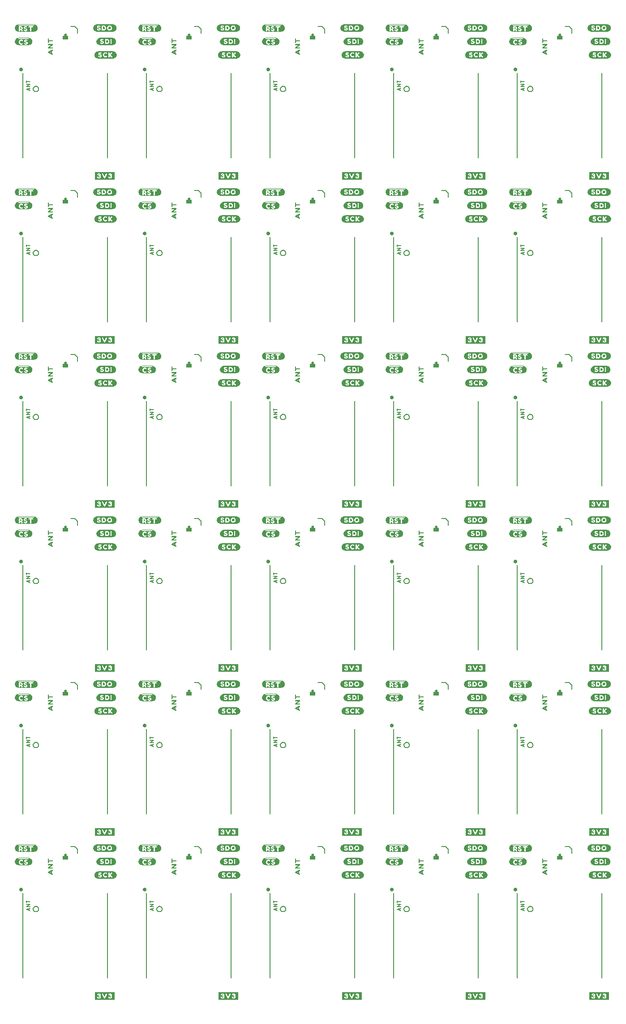
<source format=gto>
G04 EAGLE Gerber RS-274X export*
G75*
%MOMM*%
%FSLAX34Y34*%
%LPD*%
%INSilkscreen Top*%
%IPPOS*%
%AMOC8*
5,1,8,0,0,1.08239X$1,22.5*%
G01*
%ADD10C,0.127000*%
%ADD11C,0.718419*%
%ADD12C,0.254000*%
%ADD13C,0.152400*%

G36*
X672394Y1524774D02*
X672394Y1524774D01*
X672397Y1524771D01*
X673097Y1524871D01*
X673102Y1524876D01*
X673106Y1524873D01*
X673705Y1525073D01*
X674404Y1525273D01*
X674408Y1525278D01*
X674412Y1525276D01*
X675612Y1525876D01*
X675615Y1525883D01*
X675621Y1525882D01*
X676119Y1526280D01*
X676717Y1526679D01*
X676721Y1526689D01*
X676728Y1526689D01*
X677128Y1527189D01*
X677129Y1527193D01*
X677131Y1527193D01*
X677530Y1527791D01*
X677928Y1528289D01*
X677929Y1528299D01*
X677935Y1528301D01*
X678235Y1529001D01*
X678235Y1529004D01*
X678237Y1529004D01*
X678437Y1529604D01*
X678436Y1529606D01*
X678437Y1529606D01*
X678637Y1530306D01*
X678636Y1530310D01*
X678639Y1530312D01*
X678739Y1530912D01*
X678736Y1530917D01*
X678739Y1530920D01*
X678739Y1532320D01*
X678736Y1532325D01*
X678739Y1532328D01*
X678639Y1532928D01*
X678635Y1532931D01*
X678637Y1532934D01*
X678437Y1533634D01*
X678436Y1533635D01*
X678437Y1533636D01*
X678237Y1534236D01*
X678232Y1534239D01*
X678234Y1534242D01*
X677934Y1534842D01*
X677930Y1534844D01*
X677931Y1534847D01*
X677131Y1536047D01*
X677128Y1536048D01*
X677128Y1536051D01*
X676728Y1536551D01*
X676721Y1536553D01*
X676721Y1536558D01*
X676221Y1536958D01*
X676217Y1536959D01*
X676217Y1536961D01*
X675617Y1537361D01*
X675613Y1537361D01*
X675612Y1537364D01*
X674412Y1537964D01*
X674407Y1537963D01*
X674406Y1537967D01*
X673806Y1538167D01*
X673804Y1538166D01*
X673804Y1538167D01*
X673104Y1538367D01*
X673099Y1538366D01*
X673097Y1538369D01*
X672397Y1538469D01*
X672392Y1538466D01*
X672390Y1538469D01*
X641290Y1538469D01*
X641281Y1538463D01*
X641270Y1538465D01*
X641267Y1538452D01*
X641243Y1538433D01*
X641228Y1538451D01*
X641199Y1538458D01*
X641196Y1538462D01*
X641195Y1538462D01*
X641190Y1538469D01*
X640990Y1538469D01*
X640986Y1538466D01*
X640983Y1538469D01*
X639583Y1538269D01*
X639580Y1538265D01*
X639578Y1538265D01*
X639577Y1538265D01*
X639574Y1538267D01*
X638974Y1538067D01*
X638971Y1538062D01*
X638968Y1538064D01*
X637768Y1537464D01*
X637766Y1537460D01*
X637763Y1537461D01*
X637163Y1537061D01*
X637162Y1537058D01*
X637159Y1537058D01*
X636659Y1536658D01*
X636658Y1536654D01*
X636655Y1536655D01*
X636155Y1536155D01*
X636155Y1536151D01*
X636152Y1536151D01*
X635752Y1535651D01*
X635751Y1535647D01*
X635749Y1535647D01*
X635349Y1535047D01*
X635349Y1535043D01*
X635346Y1535042D01*
X635046Y1534442D01*
X635047Y1534439D01*
X635044Y1534437D01*
X635045Y1534436D01*
X635043Y1534436D01*
X634843Y1533836D01*
X634844Y1533834D01*
X634843Y1533834D01*
X634643Y1533135D01*
X634443Y1532536D01*
X634447Y1532525D01*
X634441Y1532520D01*
X634441Y1531120D01*
X634444Y1531115D01*
X634441Y1531112D01*
X634541Y1530512D01*
X634641Y1529813D01*
X634646Y1529808D01*
X634643Y1529804D01*
X634843Y1529204D01*
X634846Y1529203D01*
X634845Y1529201D01*
X635145Y1528501D01*
X635151Y1528497D01*
X635149Y1528493D01*
X635548Y1527894D01*
X635848Y1527395D01*
X635856Y1527391D01*
X635855Y1527385D01*
X636855Y1526385D01*
X636859Y1526385D01*
X636859Y1526382D01*
X637359Y1525982D01*
X637367Y1525981D01*
X637368Y1525976D01*
X639168Y1525076D01*
X639179Y1525078D01*
X639183Y1525071D01*
X641283Y1524771D01*
X641288Y1524774D01*
X641290Y1524771D01*
X672390Y1524771D01*
X672394Y1524774D01*
G37*
G36*
X906074Y1834654D02*
X906074Y1834654D01*
X906077Y1834651D01*
X906777Y1834751D01*
X906782Y1834756D01*
X906786Y1834753D01*
X907385Y1834953D01*
X908084Y1835153D01*
X908088Y1835158D01*
X908092Y1835156D01*
X909292Y1835756D01*
X909295Y1835763D01*
X909301Y1835762D01*
X909799Y1836160D01*
X910397Y1836559D01*
X910401Y1836569D01*
X910408Y1836569D01*
X910808Y1837069D01*
X910809Y1837073D01*
X910811Y1837073D01*
X911210Y1837671D01*
X911608Y1838169D01*
X911609Y1838179D01*
X911615Y1838181D01*
X911915Y1838881D01*
X911915Y1838884D01*
X911917Y1838884D01*
X912117Y1839484D01*
X912116Y1839486D01*
X912117Y1839486D01*
X912317Y1840186D01*
X912316Y1840190D01*
X912319Y1840192D01*
X912419Y1840792D01*
X912416Y1840797D01*
X912419Y1840800D01*
X912419Y1842200D01*
X912416Y1842205D01*
X912419Y1842208D01*
X912319Y1842808D01*
X912315Y1842811D01*
X912317Y1842814D01*
X912117Y1843514D01*
X912116Y1843515D01*
X912117Y1843516D01*
X911917Y1844116D01*
X911912Y1844119D01*
X911914Y1844122D01*
X911614Y1844722D01*
X911610Y1844724D01*
X911611Y1844727D01*
X910811Y1845927D01*
X910808Y1845928D01*
X910808Y1845931D01*
X910408Y1846431D01*
X910401Y1846433D01*
X910401Y1846438D01*
X909901Y1846838D01*
X909897Y1846839D01*
X909897Y1846841D01*
X909297Y1847241D01*
X909293Y1847241D01*
X909292Y1847244D01*
X908092Y1847844D01*
X908087Y1847843D01*
X908086Y1847847D01*
X907486Y1848047D01*
X907484Y1848046D01*
X907484Y1848047D01*
X906784Y1848247D01*
X906779Y1848246D01*
X906777Y1848249D01*
X906077Y1848349D01*
X906072Y1848346D01*
X906070Y1848349D01*
X874970Y1848349D01*
X874961Y1848343D01*
X874950Y1848345D01*
X874947Y1848332D01*
X874923Y1848313D01*
X874908Y1848331D01*
X874879Y1848338D01*
X874876Y1848342D01*
X874875Y1848342D01*
X874870Y1848349D01*
X874670Y1848349D01*
X874666Y1848346D01*
X874663Y1848349D01*
X873263Y1848149D01*
X873260Y1848145D01*
X873258Y1848145D01*
X873257Y1848145D01*
X873254Y1848147D01*
X872654Y1847947D01*
X872651Y1847942D01*
X872648Y1847944D01*
X871448Y1847344D01*
X871446Y1847340D01*
X871443Y1847341D01*
X870843Y1846941D01*
X870842Y1846938D01*
X870839Y1846938D01*
X870339Y1846538D01*
X870338Y1846534D01*
X870335Y1846535D01*
X869835Y1846035D01*
X869835Y1846031D01*
X869832Y1846031D01*
X869432Y1845531D01*
X869431Y1845527D01*
X869429Y1845527D01*
X869029Y1844927D01*
X869029Y1844923D01*
X869026Y1844922D01*
X868726Y1844322D01*
X868727Y1844319D01*
X868724Y1844317D01*
X868725Y1844316D01*
X868723Y1844316D01*
X868523Y1843716D01*
X868524Y1843714D01*
X868523Y1843714D01*
X868323Y1843015D01*
X868123Y1842416D01*
X868127Y1842405D01*
X868121Y1842400D01*
X868121Y1841000D01*
X868124Y1840995D01*
X868121Y1840992D01*
X868221Y1840392D01*
X868321Y1839693D01*
X868326Y1839688D01*
X868323Y1839684D01*
X868523Y1839084D01*
X868526Y1839083D01*
X868525Y1839081D01*
X868825Y1838381D01*
X868831Y1838377D01*
X868829Y1838373D01*
X869228Y1837774D01*
X869528Y1837275D01*
X869536Y1837271D01*
X869535Y1837265D01*
X870535Y1836265D01*
X870539Y1836265D01*
X870539Y1836262D01*
X871039Y1835862D01*
X871047Y1835861D01*
X871048Y1835856D01*
X872848Y1834956D01*
X872859Y1834958D01*
X872863Y1834951D01*
X874963Y1834651D01*
X874968Y1834654D01*
X874970Y1834651D01*
X906070Y1834651D01*
X906074Y1834654D01*
G37*
G36*
X438714Y1834654D02*
X438714Y1834654D01*
X438717Y1834651D01*
X439417Y1834751D01*
X439422Y1834756D01*
X439426Y1834753D01*
X440025Y1834953D01*
X440724Y1835153D01*
X440728Y1835158D01*
X440732Y1835156D01*
X441932Y1835756D01*
X441935Y1835763D01*
X441941Y1835762D01*
X442439Y1836160D01*
X443037Y1836559D01*
X443041Y1836569D01*
X443048Y1836569D01*
X443448Y1837069D01*
X443449Y1837073D01*
X443451Y1837073D01*
X443850Y1837671D01*
X444248Y1838169D01*
X444249Y1838179D01*
X444255Y1838181D01*
X444555Y1838881D01*
X444555Y1838884D01*
X444557Y1838884D01*
X444757Y1839484D01*
X444756Y1839486D01*
X444757Y1839486D01*
X444957Y1840186D01*
X444956Y1840190D01*
X444959Y1840192D01*
X445059Y1840792D01*
X445056Y1840797D01*
X445059Y1840800D01*
X445059Y1842200D01*
X445056Y1842205D01*
X445059Y1842208D01*
X444959Y1842808D01*
X444955Y1842811D01*
X444957Y1842814D01*
X444757Y1843514D01*
X444756Y1843515D01*
X444757Y1843516D01*
X444557Y1844116D01*
X444552Y1844119D01*
X444554Y1844122D01*
X444254Y1844722D01*
X444250Y1844724D01*
X444251Y1844727D01*
X443451Y1845927D01*
X443448Y1845928D01*
X443448Y1845931D01*
X443048Y1846431D01*
X443041Y1846433D01*
X443041Y1846438D01*
X442541Y1846838D01*
X442537Y1846839D01*
X442537Y1846841D01*
X441937Y1847241D01*
X441933Y1847241D01*
X441932Y1847244D01*
X440732Y1847844D01*
X440727Y1847843D01*
X440726Y1847847D01*
X440126Y1848047D01*
X440124Y1848046D01*
X440124Y1848047D01*
X439424Y1848247D01*
X439419Y1848246D01*
X439417Y1848249D01*
X438717Y1848349D01*
X438712Y1848346D01*
X438710Y1848349D01*
X407610Y1848349D01*
X407601Y1848343D01*
X407590Y1848345D01*
X407587Y1848332D01*
X407563Y1848313D01*
X407548Y1848331D01*
X407519Y1848338D01*
X407516Y1848342D01*
X407515Y1848342D01*
X407510Y1848349D01*
X407310Y1848349D01*
X407306Y1848346D01*
X407303Y1848349D01*
X405903Y1848149D01*
X405900Y1848145D01*
X405898Y1848145D01*
X405897Y1848145D01*
X405894Y1848147D01*
X405294Y1847947D01*
X405291Y1847942D01*
X405288Y1847944D01*
X404088Y1847344D01*
X404086Y1847340D01*
X404083Y1847341D01*
X403483Y1846941D01*
X403482Y1846938D01*
X403479Y1846938D01*
X402979Y1846538D01*
X402978Y1846534D01*
X402975Y1846535D01*
X402475Y1846035D01*
X402475Y1846031D01*
X402472Y1846031D01*
X402072Y1845531D01*
X402071Y1845527D01*
X402069Y1845527D01*
X401669Y1844927D01*
X401669Y1844923D01*
X401666Y1844922D01*
X401366Y1844322D01*
X401367Y1844319D01*
X401364Y1844317D01*
X401365Y1844316D01*
X401363Y1844316D01*
X401163Y1843716D01*
X401164Y1843714D01*
X401163Y1843714D01*
X400963Y1843015D01*
X400763Y1842416D01*
X400767Y1842405D01*
X400761Y1842400D01*
X400761Y1841000D01*
X400764Y1840995D01*
X400761Y1840992D01*
X400861Y1840392D01*
X400961Y1839693D01*
X400966Y1839688D01*
X400963Y1839684D01*
X401163Y1839084D01*
X401166Y1839083D01*
X401165Y1839081D01*
X401465Y1838381D01*
X401471Y1838377D01*
X401469Y1838373D01*
X401868Y1837774D01*
X402168Y1837275D01*
X402176Y1837271D01*
X402175Y1837265D01*
X403175Y1836265D01*
X403179Y1836265D01*
X403179Y1836262D01*
X403679Y1835862D01*
X403687Y1835861D01*
X403688Y1835856D01*
X405488Y1834956D01*
X405499Y1834958D01*
X405503Y1834951D01*
X407603Y1834651D01*
X407608Y1834654D01*
X407610Y1834651D01*
X438710Y1834651D01*
X438714Y1834654D01*
G37*
G36*
X672394Y1834654D02*
X672394Y1834654D01*
X672397Y1834651D01*
X673097Y1834751D01*
X673102Y1834756D01*
X673106Y1834753D01*
X673705Y1834953D01*
X674404Y1835153D01*
X674408Y1835158D01*
X674412Y1835156D01*
X675612Y1835756D01*
X675615Y1835763D01*
X675621Y1835762D01*
X676119Y1836160D01*
X676717Y1836559D01*
X676721Y1836569D01*
X676728Y1836569D01*
X677128Y1837069D01*
X677129Y1837073D01*
X677131Y1837073D01*
X677530Y1837671D01*
X677928Y1838169D01*
X677929Y1838179D01*
X677935Y1838181D01*
X678235Y1838881D01*
X678235Y1838884D01*
X678237Y1838884D01*
X678437Y1839484D01*
X678436Y1839486D01*
X678437Y1839486D01*
X678637Y1840186D01*
X678636Y1840190D01*
X678639Y1840192D01*
X678739Y1840792D01*
X678736Y1840797D01*
X678739Y1840800D01*
X678739Y1842200D01*
X678736Y1842205D01*
X678739Y1842208D01*
X678639Y1842808D01*
X678635Y1842811D01*
X678637Y1842814D01*
X678437Y1843514D01*
X678436Y1843515D01*
X678437Y1843516D01*
X678237Y1844116D01*
X678232Y1844119D01*
X678234Y1844122D01*
X677934Y1844722D01*
X677930Y1844724D01*
X677931Y1844727D01*
X677131Y1845927D01*
X677128Y1845928D01*
X677128Y1845931D01*
X676728Y1846431D01*
X676721Y1846433D01*
X676721Y1846438D01*
X676221Y1846838D01*
X676217Y1846839D01*
X676217Y1846841D01*
X675617Y1847241D01*
X675613Y1847241D01*
X675612Y1847244D01*
X674412Y1847844D01*
X674407Y1847843D01*
X674406Y1847847D01*
X673806Y1848047D01*
X673804Y1848046D01*
X673804Y1848047D01*
X673104Y1848247D01*
X673099Y1848246D01*
X673097Y1848249D01*
X672397Y1848349D01*
X672392Y1848346D01*
X672390Y1848349D01*
X641290Y1848349D01*
X641281Y1848343D01*
X641270Y1848345D01*
X641267Y1848332D01*
X641243Y1848313D01*
X641228Y1848331D01*
X641199Y1848338D01*
X641196Y1848342D01*
X641195Y1848342D01*
X641190Y1848349D01*
X640990Y1848349D01*
X640986Y1848346D01*
X640983Y1848349D01*
X639583Y1848149D01*
X639580Y1848145D01*
X639578Y1848145D01*
X639577Y1848145D01*
X639574Y1848147D01*
X638974Y1847947D01*
X638971Y1847942D01*
X638968Y1847944D01*
X637768Y1847344D01*
X637766Y1847340D01*
X637763Y1847341D01*
X637163Y1846941D01*
X637162Y1846938D01*
X637159Y1846938D01*
X636659Y1846538D01*
X636658Y1846534D01*
X636655Y1846535D01*
X636155Y1846035D01*
X636155Y1846031D01*
X636152Y1846031D01*
X635752Y1845531D01*
X635751Y1845527D01*
X635749Y1845527D01*
X635349Y1844927D01*
X635349Y1844923D01*
X635346Y1844922D01*
X635046Y1844322D01*
X635047Y1844319D01*
X635044Y1844317D01*
X635045Y1844316D01*
X635043Y1844316D01*
X634843Y1843716D01*
X634844Y1843714D01*
X634843Y1843714D01*
X634643Y1843015D01*
X634443Y1842416D01*
X634447Y1842405D01*
X634441Y1842400D01*
X634441Y1841000D01*
X634444Y1840995D01*
X634441Y1840992D01*
X634541Y1840392D01*
X634641Y1839693D01*
X634646Y1839688D01*
X634643Y1839684D01*
X634843Y1839084D01*
X634846Y1839083D01*
X634845Y1839081D01*
X635145Y1838381D01*
X635151Y1838377D01*
X635149Y1838373D01*
X635548Y1837774D01*
X635848Y1837275D01*
X635856Y1837271D01*
X635855Y1837265D01*
X636855Y1836265D01*
X636859Y1836265D01*
X636859Y1836262D01*
X637359Y1835862D01*
X637367Y1835861D01*
X637368Y1835856D01*
X639168Y1834956D01*
X639179Y1834958D01*
X639183Y1834951D01*
X641283Y1834651D01*
X641288Y1834654D01*
X641290Y1834651D01*
X672390Y1834651D01*
X672394Y1834654D01*
G37*
G36*
X1139754Y1524774D02*
X1139754Y1524774D01*
X1139757Y1524771D01*
X1140457Y1524871D01*
X1140462Y1524876D01*
X1140466Y1524873D01*
X1141065Y1525073D01*
X1141764Y1525273D01*
X1141768Y1525278D01*
X1141772Y1525276D01*
X1142972Y1525876D01*
X1142975Y1525883D01*
X1142981Y1525882D01*
X1143479Y1526280D01*
X1144077Y1526679D01*
X1144081Y1526689D01*
X1144088Y1526689D01*
X1144488Y1527189D01*
X1144489Y1527193D01*
X1144491Y1527193D01*
X1144890Y1527791D01*
X1145288Y1528289D01*
X1145289Y1528299D01*
X1145295Y1528301D01*
X1145595Y1529001D01*
X1145595Y1529004D01*
X1145597Y1529004D01*
X1145797Y1529604D01*
X1145796Y1529606D01*
X1145797Y1529606D01*
X1145997Y1530306D01*
X1145996Y1530310D01*
X1145999Y1530312D01*
X1146099Y1530912D01*
X1146096Y1530917D01*
X1146099Y1530920D01*
X1146099Y1532320D01*
X1146096Y1532325D01*
X1146099Y1532328D01*
X1145999Y1532928D01*
X1145995Y1532931D01*
X1145997Y1532934D01*
X1145797Y1533634D01*
X1145796Y1533635D01*
X1145797Y1533636D01*
X1145597Y1534236D01*
X1145592Y1534239D01*
X1145594Y1534242D01*
X1145294Y1534842D01*
X1145290Y1534844D01*
X1145291Y1534847D01*
X1144491Y1536047D01*
X1144488Y1536048D01*
X1144488Y1536051D01*
X1144088Y1536551D01*
X1144081Y1536553D01*
X1144081Y1536558D01*
X1143581Y1536958D01*
X1143577Y1536959D01*
X1143577Y1536961D01*
X1142977Y1537361D01*
X1142973Y1537361D01*
X1142972Y1537364D01*
X1141772Y1537964D01*
X1141767Y1537963D01*
X1141766Y1537967D01*
X1141166Y1538167D01*
X1141164Y1538166D01*
X1141164Y1538167D01*
X1140464Y1538367D01*
X1140459Y1538366D01*
X1140457Y1538369D01*
X1139757Y1538469D01*
X1139752Y1538466D01*
X1139750Y1538469D01*
X1108650Y1538469D01*
X1108641Y1538463D01*
X1108630Y1538465D01*
X1108627Y1538452D01*
X1108603Y1538433D01*
X1108588Y1538451D01*
X1108559Y1538458D01*
X1108556Y1538462D01*
X1108555Y1538462D01*
X1108550Y1538469D01*
X1108350Y1538469D01*
X1108346Y1538466D01*
X1108343Y1538469D01*
X1106943Y1538269D01*
X1106940Y1538265D01*
X1106938Y1538265D01*
X1106937Y1538265D01*
X1106934Y1538267D01*
X1106334Y1538067D01*
X1106331Y1538062D01*
X1106328Y1538064D01*
X1105128Y1537464D01*
X1105126Y1537460D01*
X1105123Y1537461D01*
X1104523Y1537061D01*
X1104522Y1537058D01*
X1104519Y1537058D01*
X1104019Y1536658D01*
X1104018Y1536654D01*
X1104015Y1536655D01*
X1103515Y1536155D01*
X1103515Y1536151D01*
X1103512Y1536151D01*
X1103112Y1535651D01*
X1103111Y1535647D01*
X1103109Y1535647D01*
X1102709Y1535047D01*
X1102709Y1535043D01*
X1102706Y1535042D01*
X1102406Y1534442D01*
X1102407Y1534439D01*
X1102404Y1534437D01*
X1102405Y1534436D01*
X1102403Y1534436D01*
X1102203Y1533836D01*
X1102204Y1533834D01*
X1102203Y1533834D01*
X1102003Y1533135D01*
X1101803Y1532536D01*
X1101807Y1532525D01*
X1101801Y1532520D01*
X1101801Y1531120D01*
X1101804Y1531115D01*
X1101801Y1531112D01*
X1101901Y1530512D01*
X1102001Y1529813D01*
X1102006Y1529808D01*
X1102003Y1529804D01*
X1102203Y1529204D01*
X1102206Y1529203D01*
X1102205Y1529201D01*
X1102505Y1528501D01*
X1102511Y1528497D01*
X1102509Y1528493D01*
X1102908Y1527894D01*
X1103208Y1527395D01*
X1103216Y1527391D01*
X1103215Y1527385D01*
X1104215Y1526385D01*
X1104219Y1526385D01*
X1104219Y1526382D01*
X1104719Y1525982D01*
X1104727Y1525981D01*
X1104728Y1525976D01*
X1106528Y1525076D01*
X1106539Y1525078D01*
X1106543Y1525071D01*
X1108643Y1524771D01*
X1108648Y1524774D01*
X1108650Y1524771D01*
X1139750Y1524771D01*
X1139754Y1524774D01*
G37*
G36*
X205034Y1834654D02*
X205034Y1834654D01*
X205037Y1834651D01*
X205737Y1834751D01*
X205742Y1834756D01*
X205746Y1834753D01*
X206345Y1834953D01*
X207044Y1835153D01*
X207048Y1835158D01*
X207052Y1835156D01*
X208252Y1835756D01*
X208255Y1835763D01*
X208261Y1835762D01*
X208759Y1836160D01*
X209357Y1836559D01*
X209361Y1836569D01*
X209368Y1836569D01*
X209768Y1837069D01*
X209769Y1837073D01*
X209771Y1837073D01*
X210170Y1837671D01*
X210568Y1838169D01*
X210569Y1838179D01*
X210575Y1838181D01*
X210875Y1838881D01*
X210875Y1838884D01*
X210877Y1838884D01*
X211077Y1839484D01*
X211076Y1839486D01*
X211077Y1839486D01*
X211277Y1840186D01*
X211276Y1840190D01*
X211279Y1840192D01*
X211379Y1840792D01*
X211376Y1840797D01*
X211379Y1840800D01*
X211379Y1842200D01*
X211376Y1842205D01*
X211379Y1842208D01*
X211279Y1842808D01*
X211275Y1842811D01*
X211277Y1842814D01*
X211077Y1843514D01*
X211076Y1843515D01*
X211077Y1843516D01*
X210877Y1844116D01*
X210872Y1844119D01*
X210874Y1844122D01*
X210574Y1844722D01*
X210570Y1844724D01*
X210571Y1844727D01*
X209771Y1845927D01*
X209768Y1845928D01*
X209768Y1845931D01*
X209368Y1846431D01*
X209361Y1846433D01*
X209361Y1846438D01*
X208861Y1846838D01*
X208857Y1846839D01*
X208857Y1846841D01*
X208257Y1847241D01*
X208253Y1847241D01*
X208252Y1847244D01*
X207052Y1847844D01*
X207047Y1847843D01*
X207046Y1847847D01*
X206446Y1848047D01*
X206444Y1848046D01*
X206444Y1848047D01*
X205744Y1848247D01*
X205739Y1848246D01*
X205737Y1848249D01*
X205037Y1848349D01*
X205032Y1848346D01*
X205030Y1848349D01*
X173930Y1848349D01*
X173921Y1848343D01*
X173910Y1848345D01*
X173907Y1848332D01*
X173883Y1848313D01*
X173868Y1848331D01*
X173839Y1848338D01*
X173836Y1848342D01*
X173835Y1848342D01*
X173830Y1848349D01*
X173630Y1848349D01*
X173626Y1848346D01*
X173623Y1848349D01*
X172223Y1848149D01*
X172220Y1848145D01*
X172218Y1848145D01*
X172217Y1848145D01*
X172214Y1848147D01*
X171614Y1847947D01*
X171611Y1847942D01*
X171608Y1847944D01*
X170408Y1847344D01*
X170406Y1847340D01*
X170403Y1847341D01*
X169803Y1846941D01*
X169802Y1846938D01*
X169799Y1846938D01*
X169299Y1846538D01*
X169298Y1846534D01*
X169295Y1846535D01*
X168795Y1846035D01*
X168795Y1846031D01*
X168792Y1846031D01*
X168392Y1845531D01*
X168391Y1845527D01*
X168389Y1845527D01*
X167989Y1844927D01*
X167989Y1844923D01*
X167986Y1844922D01*
X167686Y1844322D01*
X167687Y1844319D01*
X167684Y1844317D01*
X167685Y1844316D01*
X167683Y1844316D01*
X167483Y1843716D01*
X167484Y1843714D01*
X167483Y1843714D01*
X167283Y1843015D01*
X167083Y1842416D01*
X167087Y1842405D01*
X167081Y1842400D01*
X167081Y1841000D01*
X167084Y1840995D01*
X167081Y1840992D01*
X167181Y1840392D01*
X167281Y1839693D01*
X167286Y1839688D01*
X167283Y1839684D01*
X167483Y1839084D01*
X167486Y1839083D01*
X167485Y1839081D01*
X167785Y1838381D01*
X167791Y1838377D01*
X167789Y1838373D01*
X168188Y1837774D01*
X168488Y1837275D01*
X168496Y1837271D01*
X168495Y1837265D01*
X169495Y1836265D01*
X169499Y1836265D01*
X169499Y1836262D01*
X169999Y1835862D01*
X170007Y1835861D01*
X170008Y1835856D01*
X171808Y1834956D01*
X171819Y1834958D01*
X171823Y1834951D01*
X173923Y1834651D01*
X173928Y1834654D01*
X173930Y1834651D01*
X205030Y1834651D01*
X205034Y1834654D01*
G37*
G36*
X205034Y1524774D02*
X205034Y1524774D01*
X205037Y1524771D01*
X205737Y1524871D01*
X205742Y1524876D01*
X205746Y1524873D01*
X206345Y1525073D01*
X207044Y1525273D01*
X207048Y1525278D01*
X207052Y1525276D01*
X208252Y1525876D01*
X208255Y1525883D01*
X208261Y1525882D01*
X208759Y1526280D01*
X209357Y1526679D01*
X209361Y1526689D01*
X209368Y1526689D01*
X209768Y1527189D01*
X209769Y1527193D01*
X209771Y1527193D01*
X210170Y1527791D01*
X210568Y1528289D01*
X210569Y1528299D01*
X210575Y1528301D01*
X210875Y1529001D01*
X210875Y1529004D01*
X210877Y1529004D01*
X211077Y1529604D01*
X211076Y1529606D01*
X211077Y1529606D01*
X211277Y1530306D01*
X211276Y1530310D01*
X211279Y1530312D01*
X211379Y1530912D01*
X211376Y1530917D01*
X211379Y1530920D01*
X211379Y1532320D01*
X211376Y1532325D01*
X211379Y1532328D01*
X211279Y1532928D01*
X211275Y1532931D01*
X211277Y1532934D01*
X211077Y1533634D01*
X211076Y1533635D01*
X211077Y1533636D01*
X210877Y1534236D01*
X210872Y1534239D01*
X210874Y1534242D01*
X210574Y1534842D01*
X210570Y1534844D01*
X210571Y1534847D01*
X209771Y1536047D01*
X209768Y1536048D01*
X209768Y1536051D01*
X209368Y1536551D01*
X209361Y1536553D01*
X209361Y1536558D01*
X208861Y1536958D01*
X208857Y1536959D01*
X208857Y1536961D01*
X208257Y1537361D01*
X208253Y1537361D01*
X208252Y1537364D01*
X207052Y1537964D01*
X207047Y1537963D01*
X207046Y1537967D01*
X206446Y1538167D01*
X206444Y1538166D01*
X206444Y1538167D01*
X205744Y1538367D01*
X205739Y1538366D01*
X205737Y1538369D01*
X205037Y1538469D01*
X205032Y1538466D01*
X205030Y1538469D01*
X173930Y1538469D01*
X173921Y1538463D01*
X173910Y1538465D01*
X173907Y1538452D01*
X173883Y1538433D01*
X173868Y1538451D01*
X173839Y1538458D01*
X173836Y1538462D01*
X173835Y1538462D01*
X173830Y1538469D01*
X173630Y1538469D01*
X173626Y1538466D01*
X173623Y1538469D01*
X172223Y1538269D01*
X172220Y1538265D01*
X172218Y1538265D01*
X172217Y1538265D01*
X172214Y1538267D01*
X171614Y1538067D01*
X171611Y1538062D01*
X171608Y1538064D01*
X170408Y1537464D01*
X170406Y1537460D01*
X170403Y1537461D01*
X169803Y1537061D01*
X169802Y1537058D01*
X169799Y1537058D01*
X169299Y1536658D01*
X169298Y1536654D01*
X169295Y1536655D01*
X168795Y1536155D01*
X168795Y1536151D01*
X168792Y1536151D01*
X168392Y1535651D01*
X168391Y1535647D01*
X168389Y1535647D01*
X167989Y1535047D01*
X167989Y1535043D01*
X167986Y1535042D01*
X167686Y1534442D01*
X167687Y1534439D01*
X167684Y1534437D01*
X167685Y1534436D01*
X167683Y1534436D01*
X167483Y1533836D01*
X167484Y1533834D01*
X167483Y1533834D01*
X167283Y1533135D01*
X167083Y1532536D01*
X167087Y1532525D01*
X167081Y1532520D01*
X167081Y1531120D01*
X167084Y1531115D01*
X167081Y1531112D01*
X167181Y1530512D01*
X167281Y1529813D01*
X167286Y1529808D01*
X167283Y1529804D01*
X167483Y1529204D01*
X167486Y1529203D01*
X167485Y1529201D01*
X167785Y1528501D01*
X167791Y1528497D01*
X167789Y1528493D01*
X168188Y1527894D01*
X168488Y1527395D01*
X168496Y1527391D01*
X168495Y1527385D01*
X169495Y1526385D01*
X169499Y1526385D01*
X169499Y1526382D01*
X169999Y1525982D01*
X170007Y1525981D01*
X170008Y1525976D01*
X171808Y1525076D01*
X171819Y1525078D01*
X171823Y1525071D01*
X173923Y1524771D01*
X173928Y1524774D01*
X173930Y1524771D01*
X205030Y1524771D01*
X205034Y1524774D01*
G37*
G36*
X1139754Y905014D02*
X1139754Y905014D01*
X1139757Y905011D01*
X1140457Y905111D01*
X1140462Y905116D01*
X1140466Y905113D01*
X1141065Y905313D01*
X1141764Y905513D01*
X1141768Y905518D01*
X1141772Y905516D01*
X1142972Y906116D01*
X1142975Y906123D01*
X1142981Y906122D01*
X1143479Y906520D01*
X1144077Y906919D01*
X1144081Y906929D01*
X1144088Y906929D01*
X1144488Y907429D01*
X1144489Y907433D01*
X1144491Y907433D01*
X1144890Y908031D01*
X1145288Y908529D01*
X1145289Y908539D01*
X1145295Y908541D01*
X1145595Y909241D01*
X1145595Y909244D01*
X1145597Y909244D01*
X1145797Y909844D01*
X1145796Y909846D01*
X1145797Y909846D01*
X1145997Y910546D01*
X1145996Y910550D01*
X1145999Y910552D01*
X1146099Y911152D01*
X1146096Y911157D01*
X1146099Y911160D01*
X1146099Y912560D01*
X1146096Y912565D01*
X1146099Y912568D01*
X1145999Y913168D01*
X1145995Y913171D01*
X1145997Y913174D01*
X1145797Y913874D01*
X1145796Y913875D01*
X1145797Y913876D01*
X1145597Y914476D01*
X1145592Y914479D01*
X1145594Y914482D01*
X1145294Y915082D01*
X1145290Y915084D01*
X1145291Y915087D01*
X1144491Y916287D01*
X1144488Y916288D01*
X1144488Y916291D01*
X1144088Y916791D01*
X1144081Y916793D01*
X1144081Y916798D01*
X1143581Y917198D01*
X1143577Y917199D01*
X1143577Y917201D01*
X1142977Y917601D01*
X1142973Y917601D01*
X1142972Y917604D01*
X1141772Y918204D01*
X1141767Y918203D01*
X1141766Y918207D01*
X1141166Y918407D01*
X1141164Y918406D01*
X1141164Y918407D01*
X1140464Y918607D01*
X1140459Y918606D01*
X1140457Y918609D01*
X1139757Y918709D01*
X1139752Y918706D01*
X1139750Y918709D01*
X1108650Y918709D01*
X1108641Y918703D01*
X1108630Y918705D01*
X1108627Y918692D01*
X1108603Y918673D01*
X1108588Y918691D01*
X1108559Y918698D01*
X1108556Y918702D01*
X1108555Y918702D01*
X1108550Y918709D01*
X1108350Y918709D01*
X1108346Y918706D01*
X1108343Y918709D01*
X1106943Y918509D01*
X1106940Y918505D01*
X1106938Y918505D01*
X1106937Y918505D01*
X1106934Y918507D01*
X1106334Y918307D01*
X1106331Y918302D01*
X1106328Y918304D01*
X1105128Y917704D01*
X1105126Y917700D01*
X1105123Y917701D01*
X1104523Y917301D01*
X1104522Y917298D01*
X1104519Y917298D01*
X1104019Y916898D01*
X1104018Y916894D01*
X1104015Y916895D01*
X1103515Y916395D01*
X1103515Y916391D01*
X1103512Y916391D01*
X1103112Y915891D01*
X1103111Y915887D01*
X1103109Y915887D01*
X1102709Y915287D01*
X1102709Y915283D01*
X1102706Y915282D01*
X1102406Y914682D01*
X1102407Y914679D01*
X1102404Y914677D01*
X1102405Y914676D01*
X1102403Y914676D01*
X1102203Y914076D01*
X1102204Y914074D01*
X1102203Y914074D01*
X1102003Y913375D01*
X1101803Y912776D01*
X1101807Y912765D01*
X1101801Y912760D01*
X1101801Y911360D01*
X1101804Y911355D01*
X1101801Y911352D01*
X1101901Y910752D01*
X1102001Y910053D01*
X1102006Y910048D01*
X1102003Y910044D01*
X1102203Y909444D01*
X1102206Y909443D01*
X1102205Y909441D01*
X1102505Y908741D01*
X1102511Y908737D01*
X1102509Y908733D01*
X1102908Y908134D01*
X1103208Y907635D01*
X1103216Y907631D01*
X1103215Y907625D01*
X1104215Y906625D01*
X1104219Y906625D01*
X1104219Y906622D01*
X1104719Y906222D01*
X1104727Y906221D01*
X1104728Y906216D01*
X1106528Y905316D01*
X1106539Y905318D01*
X1106543Y905311D01*
X1108643Y905011D01*
X1108648Y905014D01*
X1108650Y905011D01*
X1139750Y905011D01*
X1139754Y905014D01*
G37*
G36*
X1139754Y1834654D02*
X1139754Y1834654D01*
X1139757Y1834651D01*
X1140457Y1834751D01*
X1140462Y1834756D01*
X1140466Y1834753D01*
X1141065Y1834953D01*
X1141764Y1835153D01*
X1141768Y1835158D01*
X1141772Y1835156D01*
X1142972Y1835756D01*
X1142975Y1835763D01*
X1142981Y1835762D01*
X1143479Y1836160D01*
X1144077Y1836559D01*
X1144081Y1836569D01*
X1144088Y1836569D01*
X1144488Y1837069D01*
X1144489Y1837073D01*
X1144491Y1837073D01*
X1144890Y1837671D01*
X1145288Y1838169D01*
X1145289Y1838179D01*
X1145295Y1838181D01*
X1145595Y1838881D01*
X1145595Y1838884D01*
X1145597Y1838884D01*
X1145797Y1839484D01*
X1145796Y1839486D01*
X1145797Y1839486D01*
X1145997Y1840186D01*
X1145996Y1840190D01*
X1145999Y1840192D01*
X1146099Y1840792D01*
X1146096Y1840797D01*
X1146099Y1840800D01*
X1146099Y1842200D01*
X1146096Y1842205D01*
X1146099Y1842208D01*
X1145999Y1842808D01*
X1145995Y1842811D01*
X1145997Y1842814D01*
X1145797Y1843514D01*
X1145796Y1843515D01*
X1145797Y1843516D01*
X1145597Y1844116D01*
X1145592Y1844119D01*
X1145594Y1844122D01*
X1145294Y1844722D01*
X1145290Y1844724D01*
X1145291Y1844727D01*
X1144491Y1845927D01*
X1144488Y1845928D01*
X1144488Y1845931D01*
X1144088Y1846431D01*
X1144081Y1846433D01*
X1144081Y1846438D01*
X1143581Y1846838D01*
X1143577Y1846839D01*
X1143577Y1846841D01*
X1142977Y1847241D01*
X1142973Y1847241D01*
X1142972Y1847244D01*
X1141772Y1847844D01*
X1141767Y1847843D01*
X1141766Y1847847D01*
X1141166Y1848047D01*
X1141164Y1848046D01*
X1141164Y1848047D01*
X1140464Y1848247D01*
X1140459Y1848246D01*
X1140457Y1848249D01*
X1139757Y1848349D01*
X1139752Y1848346D01*
X1139750Y1848349D01*
X1108650Y1848349D01*
X1108641Y1848343D01*
X1108630Y1848345D01*
X1108627Y1848332D01*
X1108603Y1848313D01*
X1108588Y1848331D01*
X1108559Y1848338D01*
X1108556Y1848342D01*
X1108555Y1848342D01*
X1108550Y1848349D01*
X1108350Y1848349D01*
X1108346Y1848346D01*
X1108343Y1848349D01*
X1106943Y1848149D01*
X1106940Y1848145D01*
X1106938Y1848145D01*
X1106937Y1848145D01*
X1106934Y1848147D01*
X1106334Y1847947D01*
X1106331Y1847942D01*
X1106328Y1847944D01*
X1105128Y1847344D01*
X1105126Y1847340D01*
X1105123Y1847341D01*
X1104523Y1846941D01*
X1104522Y1846938D01*
X1104519Y1846938D01*
X1104019Y1846538D01*
X1104018Y1846534D01*
X1104015Y1846535D01*
X1103515Y1846035D01*
X1103515Y1846031D01*
X1103512Y1846031D01*
X1103112Y1845531D01*
X1103111Y1845527D01*
X1103109Y1845527D01*
X1102709Y1844927D01*
X1102709Y1844923D01*
X1102706Y1844922D01*
X1102406Y1844322D01*
X1102407Y1844319D01*
X1102404Y1844317D01*
X1102405Y1844316D01*
X1102403Y1844316D01*
X1102203Y1843716D01*
X1102204Y1843714D01*
X1102203Y1843714D01*
X1102003Y1843015D01*
X1101803Y1842416D01*
X1101807Y1842405D01*
X1101801Y1842400D01*
X1101801Y1841000D01*
X1101804Y1840995D01*
X1101801Y1840992D01*
X1101901Y1840392D01*
X1102001Y1839693D01*
X1102006Y1839688D01*
X1102003Y1839684D01*
X1102203Y1839084D01*
X1102206Y1839083D01*
X1102205Y1839081D01*
X1102505Y1838381D01*
X1102511Y1838377D01*
X1102509Y1838373D01*
X1102908Y1837774D01*
X1103208Y1837275D01*
X1103216Y1837271D01*
X1103215Y1837265D01*
X1104215Y1836265D01*
X1104219Y1836265D01*
X1104219Y1836262D01*
X1104719Y1835862D01*
X1104727Y1835861D01*
X1104728Y1835856D01*
X1106528Y1834956D01*
X1106539Y1834958D01*
X1106543Y1834951D01*
X1108643Y1834651D01*
X1108648Y1834654D01*
X1108650Y1834651D01*
X1139750Y1834651D01*
X1139754Y1834654D01*
G37*
G36*
X438714Y1214894D02*
X438714Y1214894D01*
X438717Y1214891D01*
X439417Y1214991D01*
X439422Y1214996D01*
X439426Y1214993D01*
X440025Y1215193D01*
X440724Y1215393D01*
X440728Y1215398D01*
X440732Y1215396D01*
X441932Y1215996D01*
X441935Y1216003D01*
X441941Y1216002D01*
X442439Y1216400D01*
X443037Y1216799D01*
X443041Y1216809D01*
X443048Y1216809D01*
X443448Y1217309D01*
X443449Y1217313D01*
X443451Y1217313D01*
X443850Y1217911D01*
X444248Y1218409D01*
X444249Y1218419D01*
X444255Y1218421D01*
X444555Y1219121D01*
X444555Y1219124D01*
X444557Y1219124D01*
X444757Y1219724D01*
X444756Y1219726D01*
X444757Y1219726D01*
X444957Y1220426D01*
X444956Y1220430D01*
X444959Y1220432D01*
X445059Y1221032D01*
X445056Y1221037D01*
X445059Y1221040D01*
X445059Y1222440D01*
X445056Y1222445D01*
X445059Y1222448D01*
X444959Y1223048D01*
X444955Y1223051D01*
X444957Y1223054D01*
X444757Y1223754D01*
X444756Y1223755D01*
X444757Y1223756D01*
X444557Y1224356D01*
X444552Y1224359D01*
X444554Y1224362D01*
X444254Y1224962D01*
X444250Y1224964D01*
X444251Y1224967D01*
X443451Y1226167D01*
X443448Y1226168D01*
X443448Y1226171D01*
X443048Y1226671D01*
X443041Y1226673D01*
X443041Y1226678D01*
X442541Y1227078D01*
X442537Y1227079D01*
X442537Y1227081D01*
X441937Y1227481D01*
X441933Y1227481D01*
X441932Y1227484D01*
X440732Y1228084D01*
X440727Y1228083D01*
X440726Y1228087D01*
X440126Y1228287D01*
X440124Y1228286D01*
X440124Y1228287D01*
X439424Y1228487D01*
X439419Y1228486D01*
X439417Y1228489D01*
X438717Y1228589D01*
X438712Y1228586D01*
X438710Y1228589D01*
X407610Y1228589D01*
X407601Y1228583D01*
X407590Y1228585D01*
X407587Y1228572D01*
X407563Y1228553D01*
X407548Y1228571D01*
X407519Y1228578D01*
X407516Y1228582D01*
X407515Y1228582D01*
X407510Y1228589D01*
X407310Y1228589D01*
X407306Y1228586D01*
X407303Y1228589D01*
X405903Y1228389D01*
X405900Y1228385D01*
X405898Y1228385D01*
X405897Y1228385D01*
X405894Y1228387D01*
X405294Y1228187D01*
X405291Y1228182D01*
X405288Y1228184D01*
X404088Y1227584D01*
X404086Y1227580D01*
X404083Y1227581D01*
X403483Y1227181D01*
X403482Y1227178D01*
X403479Y1227178D01*
X402979Y1226778D01*
X402978Y1226774D01*
X402975Y1226775D01*
X402475Y1226275D01*
X402475Y1226271D01*
X402472Y1226271D01*
X402072Y1225771D01*
X402071Y1225767D01*
X402069Y1225767D01*
X401669Y1225167D01*
X401669Y1225163D01*
X401666Y1225162D01*
X401366Y1224562D01*
X401367Y1224559D01*
X401364Y1224557D01*
X401365Y1224556D01*
X401363Y1224556D01*
X401163Y1223956D01*
X401164Y1223954D01*
X401163Y1223954D01*
X400963Y1223255D01*
X400763Y1222656D01*
X400767Y1222645D01*
X400761Y1222640D01*
X400761Y1221240D01*
X400764Y1221235D01*
X400761Y1221232D01*
X400861Y1220632D01*
X400961Y1219933D01*
X400966Y1219928D01*
X400963Y1219924D01*
X401163Y1219324D01*
X401166Y1219323D01*
X401165Y1219321D01*
X401465Y1218621D01*
X401471Y1218617D01*
X401469Y1218613D01*
X401868Y1218014D01*
X402168Y1217515D01*
X402176Y1217511D01*
X402175Y1217505D01*
X403175Y1216505D01*
X403179Y1216505D01*
X403179Y1216502D01*
X403679Y1216102D01*
X403687Y1216101D01*
X403688Y1216096D01*
X405488Y1215196D01*
X405499Y1215198D01*
X405503Y1215191D01*
X407603Y1214891D01*
X407608Y1214894D01*
X407610Y1214891D01*
X438710Y1214891D01*
X438714Y1214894D01*
G37*
G36*
X1139754Y1214894D02*
X1139754Y1214894D01*
X1139757Y1214891D01*
X1140457Y1214991D01*
X1140462Y1214996D01*
X1140466Y1214993D01*
X1141065Y1215193D01*
X1141764Y1215393D01*
X1141768Y1215398D01*
X1141772Y1215396D01*
X1142972Y1215996D01*
X1142975Y1216003D01*
X1142981Y1216002D01*
X1143479Y1216400D01*
X1144077Y1216799D01*
X1144081Y1216809D01*
X1144088Y1216809D01*
X1144488Y1217309D01*
X1144489Y1217313D01*
X1144491Y1217313D01*
X1144890Y1217911D01*
X1145288Y1218409D01*
X1145289Y1218419D01*
X1145295Y1218421D01*
X1145595Y1219121D01*
X1145595Y1219124D01*
X1145597Y1219124D01*
X1145797Y1219724D01*
X1145796Y1219726D01*
X1145797Y1219726D01*
X1145997Y1220426D01*
X1145996Y1220430D01*
X1145999Y1220432D01*
X1146099Y1221032D01*
X1146096Y1221037D01*
X1146099Y1221040D01*
X1146099Y1222440D01*
X1146096Y1222445D01*
X1146099Y1222448D01*
X1145999Y1223048D01*
X1145995Y1223051D01*
X1145997Y1223054D01*
X1145797Y1223754D01*
X1145796Y1223755D01*
X1145797Y1223756D01*
X1145597Y1224356D01*
X1145592Y1224359D01*
X1145594Y1224362D01*
X1145294Y1224962D01*
X1145290Y1224964D01*
X1145291Y1224967D01*
X1144491Y1226167D01*
X1144488Y1226168D01*
X1144488Y1226171D01*
X1144088Y1226671D01*
X1144081Y1226673D01*
X1144081Y1226678D01*
X1143581Y1227078D01*
X1143577Y1227079D01*
X1143577Y1227081D01*
X1142977Y1227481D01*
X1142973Y1227481D01*
X1142972Y1227484D01*
X1141772Y1228084D01*
X1141767Y1228083D01*
X1141766Y1228087D01*
X1141166Y1228287D01*
X1141164Y1228286D01*
X1141164Y1228287D01*
X1140464Y1228487D01*
X1140459Y1228486D01*
X1140457Y1228489D01*
X1139757Y1228589D01*
X1139752Y1228586D01*
X1139750Y1228589D01*
X1108650Y1228589D01*
X1108641Y1228583D01*
X1108630Y1228585D01*
X1108627Y1228572D01*
X1108603Y1228553D01*
X1108588Y1228571D01*
X1108559Y1228578D01*
X1108556Y1228582D01*
X1108555Y1228582D01*
X1108550Y1228589D01*
X1108350Y1228589D01*
X1108346Y1228586D01*
X1108343Y1228589D01*
X1106943Y1228389D01*
X1106940Y1228385D01*
X1106938Y1228385D01*
X1106937Y1228385D01*
X1106934Y1228387D01*
X1106334Y1228187D01*
X1106331Y1228182D01*
X1106328Y1228184D01*
X1105128Y1227584D01*
X1105126Y1227580D01*
X1105123Y1227581D01*
X1104523Y1227181D01*
X1104522Y1227178D01*
X1104519Y1227178D01*
X1104019Y1226778D01*
X1104018Y1226774D01*
X1104015Y1226775D01*
X1103515Y1226275D01*
X1103515Y1226271D01*
X1103512Y1226271D01*
X1103112Y1225771D01*
X1103111Y1225767D01*
X1103109Y1225767D01*
X1102709Y1225167D01*
X1102709Y1225163D01*
X1102706Y1225162D01*
X1102406Y1224562D01*
X1102407Y1224559D01*
X1102404Y1224557D01*
X1102405Y1224556D01*
X1102403Y1224556D01*
X1102203Y1223956D01*
X1102204Y1223954D01*
X1102203Y1223954D01*
X1102003Y1223255D01*
X1101803Y1222656D01*
X1101807Y1222645D01*
X1101801Y1222640D01*
X1101801Y1221240D01*
X1101804Y1221235D01*
X1101801Y1221232D01*
X1101901Y1220632D01*
X1102001Y1219933D01*
X1102006Y1219928D01*
X1102003Y1219924D01*
X1102203Y1219324D01*
X1102206Y1219323D01*
X1102205Y1219321D01*
X1102505Y1218621D01*
X1102511Y1218617D01*
X1102509Y1218613D01*
X1102908Y1218014D01*
X1103208Y1217515D01*
X1103216Y1217511D01*
X1103215Y1217505D01*
X1104215Y1216505D01*
X1104219Y1216505D01*
X1104219Y1216502D01*
X1104719Y1216102D01*
X1104727Y1216101D01*
X1104728Y1216096D01*
X1106528Y1215196D01*
X1106539Y1215198D01*
X1106543Y1215191D01*
X1108643Y1214891D01*
X1108648Y1214894D01*
X1108650Y1214891D01*
X1139750Y1214891D01*
X1139754Y1214894D01*
G37*
G36*
X672394Y1214894D02*
X672394Y1214894D01*
X672397Y1214891D01*
X673097Y1214991D01*
X673102Y1214996D01*
X673106Y1214993D01*
X673705Y1215193D01*
X674404Y1215393D01*
X674408Y1215398D01*
X674412Y1215396D01*
X675612Y1215996D01*
X675615Y1216003D01*
X675621Y1216002D01*
X676119Y1216400D01*
X676717Y1216799D01*
X676721Y1216809D01*
X676728Y1216809D01*
X677128Y1217309D01*
X677129Y1217313D01*
X677131Y1217313D01*
X677530Y1217911D01*
X677928Y1218409D01*
X677929Y1218419D01*
X677935Y1218421D01*
X678235Y1219121D01*
X678235Y1219124D01*
X678237Y1219124D01*
X678437Y1219724D01*
X678436Y1219726D01*
X678437Y1219726D01*
X678637Y1220426D01*
X678636Y1220430D01*
X678639Y1220432D01*
X678739Y1221032D01*
X678736Y1221037D01*
X678739Y1221040D01*
X678739Y1222440D01*
X678736Y1222445D01*
X678739Y1222448D01*
X678639Y1223048D01*
X678635Y1223051D01*
X678637Y1223054D01*
X678437Y1223754D01*
X678436Y1223755D01*
X678437Y1223756D01*
X678237Y1224356D01*
X678232Y1224359D01*
X678234Y1224362D01*
X677934Y1224962D01*
X677930Y1224964D01*
X677931Y1224967D01*
X677131Y1226167D01*
X677128Y1226168D01*
X677128Y1226171D01*
X676728Y1226671D01*
X676721Y1226673D01*
X676721Y1226678D01*
X676221Y1227078D01*
X676217Y1227079D01*
X676217Y1227081D01*
X675617Y1227481D01*
X675613Y1227481D01*
X675612Y1227484D01*
X674412Y1228084D01*
X674407Y1228083D01*
X674406Y1228087D01*
X673806Y1228287D01*
X673804Y1228286D01*
X673804Y1228287D01*
X673104Y1228487D01*
X673099Y1228486D01*
X673097Y1228489D01*
X672397Y1228589D01*
X672392Y1228586D01*
X672390Y1228589D01*
X641290Y1228589D01*
X641281Y1228583D01*
X641270Y1228585D01*
X641267Y1228572D01*
X641243Y1228553D01*
X641228Y1228571D01*
X641199Y1228578D01*
X641196Y1228582D01*
X641195Y1228582D01*
X641190Y1228589D01*
X640990Y1228589D01*
X640986Y1228586D01*
X640983Y1228589D01*
X639583Y1228389D01*
X639580Y1228385D01*
X639578Y1228385D01*
X639577Y1228385D01*
X639574Y1228387D01*
X638974Y1228187D01*
X638971Y1228182D01*
X638968Y1228184D01*
X637768Y1227584D01*
X637766Y1227580D01*
X637763Y1227581D01*
X637163Y1227181D01*
X637162Y1227178D01*
X637159Y1227178D01*
X636659Y1226778D01*
X636658Y1226774D01*
X636655Y1226775D01*
X636155Y1226275D01*
X636155Y1226271D01*
X636152Y1226271D01*
X635752Y1225771D01*
X635751Y1225767D01*
X635749Y1225767D01*
X635349Y1225167D01*
X635349Y1225163D01*
X635346Y1225162D01*
X635046Y1224562D01*
X635047Y1224559D01*
X635044Y1224557D01*
X635045Y1224556D01*
X635043Y1224556D01*
X634843Y1223956D01*
X634844Y1223954D01*
X634843Y1223954D01*
X634643Y1223255D01*
X634443Y1222656D01*
X634447Y1222645D01*
X634441Y1222640D01*
X634441Y1221240D01*
X634444Y1221235D01*
X634441Y1221232D01*
X634541Y1220632D01*
X634641Y1219933D01*
X634646Y1219928D01*
X634643Y1219924D01*
X634843Y1219324D01*
X634846Y1219323D01*
X634845Y1219321D01*
X635145Y1218621D01*
X635151Y1218617D01*
X635149Y1218613D01*
X635548Y1218014D01*
X635848Y1217515D01*
X635856Y1217511D01*
X635855Y1217505D01*
X636855Y1216505D01*
X636859Y1216505D01*
X636859Y1216502D01*
X637359Y1216102D01*
X637367Y1216101D01*
X637368Y1216096D01*
X639168Y1215196D01*
X639179Y1215198D01*
X639183Y1215191D01*
X641283Y1214891D01*
X641288Y1214894D01*
X641290Y1214891D01*
X672390Y1214891D01*
X672394Y1214894D01*
G37*
G36*
X438714Y1524774D02*
X438714Y1524774D01*
X438717Y1524771D01*
X439417Y1524871D01*
X439422Y1524876D01*
X439426Y1524873D01*
X440025Y1525073D01*
X440724Y1525273D01*
X440728Y1525278D01*
X440732Y1525276D01*
X441932Y1525876D01*
X441935Y1525883D01*
X441941Y1525882D01*
X442439Y1526280D01*
X443037Y1526679D01*
X443041Y1526689D01*
X443048Y1526689D01*
X443448Y1527189D01*
X443449Y1527193D01*
X443451Y1527193D01*
X443850Y1527791D01*
X444248Y1528289D01*
X444249Y1528299D01*
X444255Y1528301D01*
X444555Y1529001D01*
X444555Y1529004D01*
X444557Y1529004D01*
X444757Y1529604D01*
X444756Y1529606D01*
X444757Y1529606D01*
X444957Y1530306D01*
X444956Y1530310D01*
X444959Y1530312D01*
X445059Y1530912D01*
X445056Y1530917D01*
X445059Y1530920D01*
X445059Y1532320D01*
X445056Y1532325D01*
X445059Y1532328D01*
X444959Y1532928D01*
X444955Y1532931D01*
X444957Y1532934D01*
X444757Y1533634D01*
X444756Y1533635D01*
X444757Y1533636D01*
X444557Y1534236D01*
X444552Y1534239D01*
X444554Y1534242D01*
X444254Y1534842D01*
X444250Y1534844D01*
X444251Y1534847D01*
X443451Y1536047D01*
X443448Y1536048D01*
X443448Y1536051D01*
X443048Y1536551D01*
X443041Y1536553D01*
X443041Y1536558D01*
X442541Y1536958D01*
X442537Y1536959D01*
X442537Y1536961D01*
X441937Y1537361D01*
X441933Y1537361D01*
X441932Y1537364D01*
X440732Y1537964D01*
X440727Y1537963D01*
X440726Y1537967D01*
X440126Y1538167D01*
X440124Y1538166D01*
X440124Y1538167D01*
X439424Y1538367D01*
X439419Y1538366D01*
X439417Y1538369D01*
X438717Y1538469D01*
X438712Y1538466D01*
X438710Y1538469D01*
X407610Y1538469D01*
X407601Y1538463D01*
X407590Y1538465D01*
X407587Y1538452D01*
X407563Y1538433D01*
X407548Y1538451D01*
X407519Y1538458D01*
X407516Y1538462D01*
X407515Y1538462D01*
X407510Y1538469D01*
X407310Y1538469D01*
X407306Y1538466D01*
X407303Y1538469D01*
X405903Y1538269D01*
X405900Y1538265D01*
X405898Y1538265D01*
X405897Y1538265D01*
X405894Y1538267D01*
X405294Y1538067D01*
X405291Y1538062D01*
X405288Y1538064D01*
X404088Y1537464D01*
X404086Y1537460D01*
X404083Y1537461D01*
X403483Y1537061D01*
X403482Y1537058D01*
X403479Y1537058D01*
X402979Y1536658D01*
X402978Y1536654D01*
X402975Y1536655D01*
X402475Y1536155D01*
X402475Y1536151D01*
X402472Y1536151D01*
X402072Y1535651D01*
X402071Y1535647D01*
X402069Y1535647D01*
X401669Y1535047D01*
X401669Y1535043D01*
X401666Y1535042D01*
X401366Y1534442D01*
X401367Y1534439D01*
X401364Y1534437D01*
X401365Y1534436D01*
X401363Y1534436D01*
X401163Y1533836D01*
X401164Y1533834D01*
X401163Y1533834D01*
X400963Y1533135D01*
X400763Y1532536D01*
X400767Y1532525D01*
X400761Y1532520D01*
X400761Y1531120D01*
X400764Y1531115D01*
X400761Y1531112D01*
X400861Y1530512D01*
X400961Y1529813D01*
X400966Y1529808D01*
X400963Y1529804D01*
X401163Y1529204D01*
X401166Y1529203D01*
X401165Y1529201D01*
X401465Y1528501D01*
X401471Y1528497D01*
X401469Y1528493D01*
X401868Y1527894D01*
X402168Y1527395D01*
X402176Y1527391D01*
X402175Y1527385D01*
X403175Y1526385D01*
X403179Y1526385D01*
X403179Y1526382D01*
X403679Y1525982D01*
X403687Y1525981D01*
X403688Y1525976D01*
X405488Y1525076D01*
X405499Y1525078D01*
X405503Y1525071D01*
X407603Y1524771D01*
X407608Y1524774D01*
X407610Y1524771D01*
X438710Y1524771D01*
X438714Y1524774D01*
G37*
G36*
X205034Y1214894D02*
X205034Y1214894D01*
X205037Y1214891D01*
X205737Y1214991D01*
X205742Y1214996D01*
X205746Y1214993D01*
X206345Y1215193D01*
X207044Y1215393D01*
X207048Y1215398D01*
X207052Y1215396D01*
X208252Y1215996D01*
X208255Y1216003D01*
X208261Y1216002D01*
X208759Y1216400D01*
X209357Y1216799D01*
X209361Y1216809D01*
X209368Y1216809D01*
X209768Y1217309D01*
X209769Y1217313D01*
X209771Y1217313D01*
X210170Y1217911D01*
X210568Y1218409D01*
X210569Y1218419D01*
X210575Y1218421D01*
X210875Y1219121D01*
X210875Y1219124D01*
X210877Y1219124D01*
X211077Y1219724D01*
X211076Y1219726D01*
X211077Y1219726D01*
X211277Y1220426D01*
X211276Y1220430D01*
X211279Y1220432D01*
X211379Y1221032D01*
X211376Y1221037D01*
X211379Y1221040D01*
X211379Y1222440D01*
X211376Y1222445D01*
X211379Y1222448D01*
X211279Y1223048D01*
X211275Y1223051D01*
X211277Y1223054D01*
X211077Y1223754D01*
X211076Y1223755D01*
X211077Y1223756D01*
X210877Y1224356D01*
X210872Y1224359D01*
X210874Y1224362D01*
X210574Y1224962D01*
X210570Y1224964D01*
X210571Y1224967D01*
X209771Y1226167D01*
X209768Y1226168D01*
X209768Y1226171D01*
X209368Y1226671D01*
X209361Y1226673D01*
X209361Y1226678D01*
X208861Y1227078D01*
X208857Y1227079D01*
X208857Y1227081D01*
X208257Y1227481D01*
X208253Y1227481D01*
X208252Y1227484D01*
X207052Y1228084D01*
X207047Y1228083D01*
X207046Y1228087D01*
X206446Y1228287D01*
X206444Y1228286D01*
X206444Y1228287D01*
X205744Y1228487D01*
X205739Y1228486D01*
X205737Y1228489D01*
X205037Y1228589D01*
X205032Y1228586D01*
X205030Y1228589D01*
X173930Y1228589D01*
X173921Y1228583D01*
X173910Y1228585D01*
X173907Y1228572D01*
X173883Y1228553D01*
X173868Y1228571D01*
X173839Y1228578D01*
X173836Y1228582D01*
X173835Y1228582D01*
X173830Y1228589D01*
X173630Y1228589D01*
X173626Y1228586D01*
X173623Y1228589D01*
X172223Y1228389D01*
X172220Y1228385D01*
X172218Y1228385D01*
X172217Y1228385D01*
X172214Y1228387D01*
X171614Y1228187D01*
X171611Y1228182D01*
X171608Y1228184D01*
X170408Y1227584D01*
X170406Y1227580D01*
X170403Y1227581D01*
X169803Y1227181D01*
X169802Y1227178D01*
X169799Y1227178D01*
X169299Y1226778D01*
X169298Y1226774D01*
X169295Y1226775D01*
X168795Y1226275D01*
X168795Y1226271D01*
X168792Y1226271D01*
X168392Y1225771D01*
X168391Y1225767D01*
X168389Y1225767D01*
X167989Y1225167D01*
X167989Y1225163D01*
X167986Y1225162D01*
X167686Y1224562D01*
X167687Y1224559D01*
X167684Y1224557D01*
X167685Y1224556D01*
X167683Y1224556D01*
X167483Y1223956D01*
X167484Y1223954D01*
X167483Y1223954D01*
X167283Y1223255D01*
X167083Y1222656D01*
X167087Y1222645D01*
X167081Y1222640D01*
X167081Y1221240D01*
X167084Y1221235D01*
X167081Y1221232D01*
X167181Y1220632D01*
X167281Y1219933D01*
X167286Y1219928D01*
X167283Y1219924D01*
X167483Y1219324D01*
X167486Y1219323D01*
X167485Y1219321D01*
X167785Y1218621D01*
X167791Y1218617D01*
X167789Y1218613D01*
X168188Y1218014D01*
X168488Y1217515D01*
X168496Y1217511D01*
X168495Y1217505D01*
X169495Y1216505D01*
X169499Y1216505D01*
X169499Y1216502D01*
X169999Y1216102D01*
X170007Y1216101D01*
X170008Y1216096D01*
X171808Y1215196D01*
X171819Y1215198D01*
X171823Y1215191D01*
X173923Y1214891D01*
X173928Y1214894D01*
X173930Y1214891D01*
X205030Y1214891D01*
X205034Y1214894D01*
G37*
G36*
X906074Y1524774D02*
X906074Y1524774D01*
X906077Y1524771D01*
X906777Y1524871D01*
X906782Y1524876D01*
X906786Y1524873D01*
X907385Y1525073D01*
X908084Y1525273D01*
X908088Y1525278D01*
X908092Y1525276D01*
X909292Y1525876D01*
X909295Y1525883D01*
X909301Y1525882D01*
X909799Y1526280D01*
X910397Y1526679D01*
X910401Y1526689D01*
X910408Y1526689D01*
X910808Y1527189D01*
X910809Y1527193D01*
X910811Y1527193D01*
X911210Y1527791D01*
X911608Y1528289D01*
X911609Y1528299D01*
X911615Y1528301D01*
X911915Y1529001D01*
X911915Y1529004D01*
X911917Y1529004D01*
X912117Y1529604D01*
X912116Y1529606D01*
X912117Y1529606D01*
X912317Y1530306D01*
X912316Y1530310D01*
X912319Y1530312D01*
X912419Y1530912D01*
X912416Y1530917D01*
X912419Y1530920D01*
X912419Y1532320D01*
X912416Y1532325D01*
X912419Y1532328D01*
X912319Y1532928D01*
X912315Y1532931D01*
X912317Y1532934D01*
X912117Y1533634D01*
X912116Y1533635D01*
X912117Y1533636D01*
X911917Y1534236D01*
X911912Y1534239D01*
X911914Y1534242D01*
X911614Y1534842D01*
X911610Y1534844D01*
X911611Y1534847D01*
X910811Y1536047D01*
X910808Y1536048D01*
X910808Y1536051D01*
X910408Y1536551D01*
X910401Y1536553D01*
X910401Y1536558D01*
X909901Y1536958D01*
X909897Y1536959D01*
X909897Y1536961D01*
X909297Y1537361D01*
X909293Y1537361D01*
X909292Y1537364D01*
X908092Y1537964D01*
X908087Y1537963D01*
X908086Y1537967D01*
X907486Y1538167D01*
X907484Y1538166D01*
X907484Y1538167D01*
X906784Y1538367D01*
X906779Y1538366D01*
X906777Y1538369D01*
X906077Y1538469D01*
X906072Y1538466D01*
X906070Y1538469D01*
X874970Y1538469D01*
X874961Y1538463D01*
X874950Y1538465D01*
X874947Y1538452D01*
X874923Y1538433D01*
X874908Y1538451D01*
X874879Y1538458D01*
X874876Y1538462D01*
X874875Y1538462D01*
X874870Y1538469D01*
X874670Y1538469D01*
X874666Y1538466D01*
X874663Y1538469D01*
X873263Y1538269D01*
X873260Y1538265D01*
X873258Y1538265D01*
X873257Y1538265D01*
X873254Y1538267D01*
X872654Y1538067D01*
X872651Y1538062D01*
X872648Y1538064D01*
X871448Y1537464D01*
X871446Y1537460D01*
X871443Y1537461D01*
X870843Y1537061D01*
X870842Y1537058D01*
X870839Y1537058D01*
X870339Y1536658D01*
X870338Y1536654D01*
X870335Y1536655D01*
X869835Y1536155D01*
X869835Y1536151D01*
X869832Y1536151D01*
X869432Y1535651D01*
X869431Y1535647D01*
X869429Y1535647D01*
X869029Y1535047D01*
X869029Y1535043D01*
X869026Y1535042D01*
X868726Y1534442D01*
X868727Y1534439D01*
X868724Y1534437D01*
X868725Y1534436D01*
X868723Y1534436D01*
X868523Y1533836D01*
X868524Y1533834D01*
X868523Y1533834D01*
X868323Y1533135D01*
X868123Y1532536D01*
X868127Y1532525D01*
X868121Y1532520D01*
X868121Y1531120D01*
X868124Y1531115D01*
X868121Y1531112D01*
X868221Y1530512D01*
X868321Y1529813D01*
X868326Y1529808D01*
X868323Y1529804D01*
X868523Y1529204D01*
X868526Y1529203D01*
X868525Y1529201D01*
X868825Y1528501D01*
X868831Y1528497D01*
X868829Y1528493D01*
X869228Y1527894D01*
X869528Y1527395D01*
X869536Y1527391D01*
X869535Y1527385D01*
X870535Y1526385D01*
X870539Y1526385D01*
X870539Y1526382D01*
X871039Y1525982D01*
X871047Y1525981D01*
X871048Y1525976D01*
X872848Y1525076D01*
X872859Y1525078D01*
X872863Y1525071D01*
X874963Y1524771D01*
X874968Y1524774D01*
X874970Y1524771D01*
X906070Y1524771D01*
X906074Y1524774D01*
G37*
G36*
X906074Y905014D02*
X906074Y905014D01*
X906077Y905011D01*
X906777Y905111D01*
X906782Y905116D01*
X906786Y905113D01*
X907385Y905313D01*
X908084Y905513D01*
X908088Y905518D01*
X908092Y905516D01*
X909292Y906116D01*
X909295Y906123D01*
X909301Y906122D01*
X909799Y906520D01*
X910397Y906919D01*
X910401Y906929D01*
X910408Y906929D01*
X910808Y907429D01*
X910809Y907433D01*
X910811Y907433D01*
X911210Y908031D01*
X911608Y908529D01*
X911609Y908539D01*
X911615Y908541D01*
X911915Y909241D01*
X911915Y909244D01*
X911917Y909244D01*
X912117Y909844D01*
X912116Y909846D01*
X912117Y909846D01*
X912317Y910546D01*
X912316Y910550D01*
X912319Y910552D01*
X912419Y911152D01*
X912416Y911157D01*
X912419Y911160D01*
X912419Y912560D01*
X912416Y912565D01*
X912419Y912568D01*
X912319Y913168D01*
X912315Y913171D01*
X912317Y913174D01*
X912117Y913874D01*
X912116Y913875D01*
X912117Y913876D01*
X911917Y914476D01*
X911912Y914479D01*
X911914Y914482D01*
X911614Y915082D01*
X911610Y915084D01*
X911611Y915087D01*
X910811Y916287D01*
X910808Y916288D01*
X910808Y916291D01*
X910408Y916791D01*
X910401Y916793D01*
X910401Y916798D01*
X909901Y917198D01*
X909897Y917199D01*
X909897Y917201D01*
X909297Y917601D01*
X909293Y917601D01*
X909292Y917604D01*
X908092Y918204D01*
X908087Y918203D01*
X908086Y918207D01*
X907486Y918407D01*
X907484Y918406D01*
X907484Y918407D01*
X906784Y918607D01*
X906779Y918606D01*
X906777Y918609D01*
X906077Y918709D01*
X906072Y918706D01*
X906070Y918709D01*
X874970Y918709D01*
X874961Y918703D01*
X874950Y918705D01*
X874947Y918692D01*
X874923Y918673D01*
X874908Y918691D01*
X874879Y918698D01*
X874876Y918702D01*
X874875Y918702D01*
X874870Y918709D01*
X874670Y918709D01*
X874666Y918706D01*
X874663Y918709D01*
X873263Y918509D01*
X873260Y918505D01*
X873258Y918505D01*
X873257Y918505D01*
X873254Y918507D01*
X872654Y918307D01*
X872651Y918302D01*
X872648Y918304D01*
X871448Y917704D01*
X871446Y917700D01*
X871443Y917701D01*
X870843Y917301D01*
X870842Y917298D01*
X870839Y917298D01*
X870339Y916898D01*
X870338Y916894D01*
X870335Y916895D01*
X869835Y916395D01*
X869835Y916391D01*
X869832Y916391D01*
X869432Y915891D01*
X869431Y915887D01*
X869429Y915887D01*
X869029Y915287D01*
X869029Y915283D01*
X869026Y915282D01*
X868726Y914682D01*
X868727Y914679D01*
X868724Y914677D01*
X868725Y914676D01*
X868723Y914676D01*
X868523Y914076D01*
X868524Y914074D01*
X868523Y914074D01*
X868323Y913375D01*
X868123Y912776D01*
X868127Y912765D01*
X868121Y912760D01*
X868121Y911360D01*
X868124Y911355D01*
X868121Y911352D01*
X868221Y910752D01*
X868321Y910053D01*
X868326Y910048D01*
X868323Y910044D01*
X868523Y909444D01*
X868526Y909443D01*
X868525Y909441D01*
X868825Y908741D01*
X868831Y908737D01*
X868829Y908733D01*
X869228Y908134D01*
X869528Y907635D01*
X869536Y907631D01*
X869535Y907625D01*
X870535Y906625D01*
X870539Y906625D01*
X870539Y906622D01*
X871039Y906222D01*
X871047Y906221D01*
X871048Y906216D01*
X872848Y905316D01*
X872859Y905318D01*
X872863Y905311D01*
X874963Y905011D01*
X874968Y905014D01*
X874970Y905011D01*
X906070Y905011D01*
X906074Y905014D01*
G37*
G36*
X906074Y1214894D02*
X906074Y1214894D01*
X906077Y1214891D01*
X906777Y1214991D01*
X906782Y1214996D01*
X906786Y1214993D01*
X907385Y1215193D01*
X908084Y1215393D01*
X908088Y1215398D01*
X908092Y1215396D01*
X909292Y1215996D01*
X909295Y1216003D01*
X909301Y1216002D01*
X909799Y1216400D01*
X910397Y1216799D01*
X910401Y1216809D01*
X910408Y1216809D01*
X910808Y1217309D01*
X910809Y1217313D01*
X910811Y1217313D01*
X911210Y1217911D01*
X911608Y1218409D01*
X911609Y1218419D01*
X911615Y1218421D01*
X911915Y1219121D01*
X911915Y1219124D01*
X911917Y1219124D01*
X912117Y1219724D01*
X912116Y1219726D01*
X912117Y1219726D01*
X912317Y1220426D01*
X912316Y1220430D01*
X912319Y1220432D01*
X912419Y1221032D01*
X912416Y1221037D01*
X912419Y1221040D01*
X912419Y1222440D01*
X912416Y1222445D01*
X912419Y1222448D01*
X912319Y1223048D01*
X912315Y1223051D01*
X912317Y1223054D01*
X912117Y1223754D01*
X912116Y1223755D01*
X912117Y1223756D01*
X911917Y1224356D01*
X911912Y1224359D01*
X911914Y1224362D01*
X911614Y1224962D01*
X911610Y1224964D01*
X911611Y1224967D01*
X910811Y1226167D01*
X910808Y1226168D01*
X910808Y1226171D01*
X910408Y1226671D01*
X910401Y1226673D01*
X910401Y1226678D01*
X909901Y1227078D01*
X909897Y1227079D01*
X909897Y1227081D01*
X909297Y1227481D01*
X909293Y1227481D01*
X909292Y1227484D01*
X908092Y1228084D01*
X908087Y1228083D01*
X908086Y1228087D01*
X907486Y1228287D01*
X907484Y1228286D01*
X907484Y1228287D01*
X906784Y1228487D01*
X906779Y1228486D01*
X906777Y1228489D01*
X906077Y1228589D01*
X906072Y1228586D01*
X906070Y1228589D01*
X874970Y1228589D01*
X874961Y1228583D01*
X874950Y1228585D01*
X874947Y1228572D01*
X874923Y1228553D01*
X874908Y1228571D01*
X874879Y1228578D01*
X874876Y1228582D01*
X874875Y1228582D01*
X874870Y1228589D01*
X874670Y1228589D01*
X874666Y1228586D01*
X874663Y1228589D01*
X873263Y1228389D01*
X873260Y1228385D01*
X873258Y1228385D01*
X873257Y1228385D01*
X873254Y1228387D01*
X872654Y1228187D01*
X872651Y1228182D01*
X872648Y1228184D01*
X871448Y1227584D01*
X871446Y1227580D01*
X871443Y1227581D01*
X870843Y1227181D01*
X870842Y1227178D01*
X870839Y1227178D01*
X870339Y1226778D01*
X870338Y1226774D01*
X870335Y1226775D01*
X869835Y1226275D01*
X869835Y1226271D01*
X869832Y1226271D01*
X869432Y1225771D01*
X869431Y1225767D01*
X869429Y1225767D01*
X869029Y1225167D01*
X869029Y1225163D01*
X869026Y1225162D01*
X868726Y1224562D01*
X868727Y1224559D01*
X868724Y1224557D01*
X868725Y1224556D01*
X868723Y1224556D01*
X868523Y1223956D01*
X868524Y1223954D01*
X868523Y1223954D01*
X868323Y1223255D01*
X868123Y1222656D01*
X868127Y1222645D01*
X868121Y1222640D01*
X868121Y1221240D01*
X868124Y1221235D01*
X868121Y1221232D01*
X868221Y1220632D01*
X868321Y1219933D01*
X868326Y1219928D01*
X868323Y1219924D01*
X868523Y1219324D01*
X868526Y1219323D01*
X868525Y1219321D01*
X868825Y1218621D01*
X868831Y1218617D01*
X868829Y1218613D01*
X869228Y1218014D01*
X869528Y1217515D01*
X869536Y1217511D01*
X869535Y1217505D01*
X870535Y1216505D01*
X870539Y1216505D01*
X870539Y1216502D01*
X871039Y1216102D01*
X871047Y1216101D01*
X871048Y1216096D01*
X872848Y1215196D01*
X872859Y1215198D01*
X872863Y1215191D01*
X874963Y1214891D01*
X874968Y1214894D01*
X874970Y1214891D01*
X906070Y1214891D01*
X906074Y1214894D01*
G37*
G36*
X672394Y905014D02*
X672394Y905014D01*
X672397Y905011D01*
X673097Y905111D01*
X673102Y905116D01*
X673106Y905113D01*
X673705Y905313D01*
X674404Y905513D01*
X674408Y905518D01*
X674412Y905516D01*
X675612Y906116D01*
X675615Y906123D01*
X675621Y906122D01*
X676119Y906520D01*
X676717Y906919D01*
X676721Y906929D01*
X676728Y906929D01*
X677128Y907429D01*
X677129Y907433D01*
X677131Y907433D01*
X677530Y908031D01*
X677928Y908529D01*
X677929Y908539D01*
X677935Y908541D01*
X678235Y909241D01*
X678235Y909244D01*
X678237Y909244D01*
X678437Y909844D01*
X678436Y909846D01*
X678437Y909846D01*
X678637Y910546D01*
X678636Y910550D01*
X678639Y910552D01*
X678739Y911152D01*
X678736Y911157D01*
X678739Y911160D01*
X678739Y912560D01*
X678736Y912565D01*
X678739Y912568D01*
X678639Y913168D01*
X678635Y913171D01*
X678637Y913174D01*
X678437Y913874D01*
X678436Y913875D01*
X678437Y913876D01*
X678237Y914476D01*
X678232Y914479D01*
X678234Y914482D01*
X677934Y915082D01*
X677930Y915084D01*
X677931Y915087D01*
X677131Y916287D01*
X677128Y916288D01*
X677128Y916291D01*
X676728Y916791D01*
X676721Y916793D01*
X676721Y916798D01*
X676221Y917198D01*
X676217Y917199D01*
X676217Y917201D01*
X675617Y917601D01*
X675613Y917601D01*
X675612Y917604D01*
X674412Y918204D01*
X674407Y918203D01*
X674406Y918207D01*
X673806Y918407D01*
X673804Y918406D01*
X673804Y918407D01*
X673104Y918607D01*
X673099Y918606D01*
X673097Y918609D01*
X672397Y918709D01*
X672392Y918706D01*
X672390Y918709D01*
X641290Y918709D01*
X641281Y918703D01*
X641270Y918705D01*
X641267Y918692D01*
X641243Y918673D01*
X641228Y918691D01*
X641199Y918698D01*
X641196Y918702D01*
X641195Y918702D01*
X641190Y918709D01*
X640990Y918709D01*
X640986Y918706D01*
X640983Y918709D01*
X639583Y918509D01*
X639580Y918505D01*
X639578Y918505D01*
X639577Y918505D01*
X639574Y918507D01*
X638974Y918307D01*
X638971Y918302D01*
X638968Y918304D01*
X637768Y917704D01*
X637766Y917700D01*
X637763Y917701D01*
X637163Y917301D01*
X637162Y917298D01*
X637159Y917298D01*
X636659Y916898D01*
X636658Y916894D01*
X636655Y916895D01*
X636155Y916395D01*
X636155Y916391D01*
X636152Y916391D01*
X635752Y915891D01*
X635751Y915887D01*
X635749Y915887D01*
X635349Y915287D01*
X635349Y915283D01*
X635346Y915282D01*
X635046Y914682D01*
X635047Y914679D01*
X635044Y914677D01*
X635045Y914676D01*
X635043Y914676D01*
X634843Y914076D01*
X634844Y914074D01*
X634843Y914074D01*
X634643Y913375D01*
X634443Y912776D01*
X634447Y912765D01*
X634441Y912760D01*
X634441Y911360D01*
X634444Y911355D01*
X634441Y911352D01*
X634541Y910752D01*
X634641Y910053D01*
X634646Y910048D01*
X634643Y910044D01*
X634843Y909444D01*
X634846Y909443D01*
X634845Y909441D01*
X635145Y908741D01*
X635151Y908737D01*
X635149Y908733D01*
X635548Y908134D01*
X635848Y907635D01*
X635856Y907631D01*
X635855Y907625D01*
X636855Y906625D01*
X636859Y906625D01*
X636859Y906622D01*
X637359Y906222D01*
X637367Y906221D01*
X637368Y906216D01*
X639168Y905316D01*
X639179Y905318D01*
X639183Y905311D01*
X641283Y905011D01*
X641288Y905014D01*
X641290Y905011D01*
X672390Y905011D01*
X672394Y905014D01*
G37*
G36*
X438714Y905014D02*
X438714Y905014D01*
X438717Y905011D01*
X439417Y905111D01*
X439422Y905116D01*
X439426Y905113D01*
X440025Y905313D01*
X440724Y905513D01*
X440728Y905518D01*
X440732Y905516D01*
X441932Y906116D01*
X441935Y906123D01*
X441941Y906122D01*
X442439Y906520D01*
X443037Y906919D01*
X443041Y906929D01*
X443048Y906929D01*
X443448Y907429D01*
X443449Y907433D01*
X443451Y907433D01*
X443850Y908031D01*
X444248Y908529D01*
X444249Y908539D01*
X444255Y908541D01*
X444555Y909241D01*
X444555Y909244D01*
X444557Y909244D01*
X444757Y909844D01*
X444756Y909846D01*
X444757Y909846D01*
X444957Y910546D01*
X444956Y910550D01*
X444959Y910552D01*
X445059Y911152D01*
X445056Y911157D01*
X445059Y911160D01*
X445059Y912560D01*
X445056Y912565D01*
X445059Y912568D01*
X444959Y913168D01*
X444955Y913171D01*
X444957Y913174D01*
X444757Y913874D01*
X444756Y913875D01*
X444757Y913876D01*
X444557Y914476D01*
X444552Y914479D01*
X444554Y914482D01*
X444254Y915082D01*
X444250Y915084D01*
X444251Y915087D01*
X443451Y916287D01*
X443448Y916288D01*
X443448Y916291D01*
X443048Y916791D01*
X443041Y916793D01*
X443041Y916798D01*
X442541Y917198D01*
X442537Y917199D01*
X442537Y917201D01*
X441937Y917601D01*
X441933Y917601D01*
X441932Y917604D01*
X440732Y918204D01*
X440727Y918203D01*
X440726Y918207D01*
X440126Y918407D01*
X440124Y918406D01*
X440124Y918407D01*
X439424Y918607D01*
X439419Y918606D01*
X439417Y918609D01*
X438717Y918709D01*
X438712Y918706D01*
X438710Y918709D01*
X407610Y918709D01*
X407601Y918703D01*
X407590Y918705D01*
X407587Y918692D01*
X407563Y918673D01*
X407548Y918691D01*
X407519Y918698D01*
X407516Y918702D01*
X407515Y918702D01*
X407510Y918709D01*
X407310Y918709D01*
X407306Y918706D01*
X407303Y918709D01*
X405903Y918509D01*
X405900Y918505D01*
X405898Y918505D01*
X405897Y918505D01*
X405894Y918507D01*
X405294Y918307D01*
X405291Y918302D01*
X405288Y918304D01*
X404088Y917704D01*
X404086Y917700D01*
X404083Y917701D01*
X403483Y917301D01*
X403482Y917298D01*
X403479Y917298D01*
X402979Y916898D01*
X402978Y916894D01*
X402975Y916895D01*
X402475Y916395D01*
X402475Y916391D01*
X402472Y916391D01*
X402072Y915891D01*
X402071Y915887D01*
X402069Y915887D01*
X401669Y915287D01*
X401669Y915283D01*
X401666Y915282D01*
X401366Y914682D01*
X401367Y914679D01*
X401364Y914677D01*
X401365Y914676D01*
X401363Y914676D01*
X401163Y914076D01*
X401164Y914074D01*
X401163Y914074D01*
X400963Y913375D01*
X400763Y912776D01*
X400767Y912765D01*
X400761Y912760D01*
X400761Y911360D01*
X400764Y911355D01*
X400761Y911352D01*
X400861Y910752D01*
X400961Y910053D01*
X400966Y910048D01*
X400963Y910044D01*
X401163Y909444D01*
X401166Y909443D01*
X401165Y909441D01*
X401465Y908741D01*
X401471Y908737D01*
X401469Y908733D01*
X401868Y908134D01*
X402168Y907635D01*
X402176Y907631D01*
X402175Y907625D01*
X403175Y906625D01*
X403179Y906625D01*
X403179Y906622D01*
X403679Y906222D01*
X403687Y906221D01*
X403688Y906216D01*
X405488Y905316D01*
X405499Y905318D01*
X405503Y905311D01*
X407603Y905011D01*
X407608Y905014D01*
X407610Y905011D01*
X438710Y905011D01*
X438714Y905014D01*
G37*
G36*
X205034Y905014D02*
X205034Y905014D01*
X205037Y905011D01*
X205737Y905111D01*
X205742Y905116D01*
X205746Y905113D01*
X206345Y905313D01*
X207044Y905513D01*
X207048Y905518D01*
X207052Y905516D01*
X208252Y906116D01*
X208255Y906123D01*
X208261Y906122D01*
X208759Y906520D01*
X209357Y906919D01*
X209361Y906929D01*
X209368Y906929D01*
X209768Y907429D01*
X209769Y907433D01*
X209771Y907433D01*
X210170Y908031D01*
X210568Y908529D01*
X210569Y908539D01*
X210575Y908541D01*
X210875Y909241D01*
X210875Y909244D01*
X210877Y909244D01*
X211077Y909844D01*
X211076Y909846D01*
X211077Y909846D01*
X211277Y910546D01*
X211276Y910550D01*
X211279Y910552D01*
X211379Y911152D01*
X211376Y911157D01*
X211379Y911160D01*
X211379Y912560D01*
X211376Y912565D01*
X211379Y912568D01*
X211279Y913168D01*
X211275Y913171D01*
X211277Y913174D01*
X211077Y913874D01*
X211076Y913875D01*
X211077Y913876D01*
X210877Y914476D01*
X210872Y914479D01*
X210874Y914482D01*
X210574Y915082D01*
X210570Y915084D01*
X210571Y915087D01*
X209771Y916287D01*
X209768Y916288D01*
X209768Y916291D01*
X209368Y916791D01*
X209361Y916793D01*
X209361Y916798D01*
X208861Y917198D01*
X208857Y917199D01*
X208857Y917201D01*
X208257Y917601D01*
X208253Y917601D01*
X208252Y917604D01*
X207052Y918204D01*
X207047Y918203D01*
X207046Y918207D01*
X206446Y918407D01*
X206444Y918406D01*
X206444Y918407D01*
X205744Y918607D01*
X205739Y918606D01*
X205737Y918609D01*
X205037Y918709D01*
X205032Y918706D01*
X205030Y918709D01*
X173930Y918709D01*
X173921Y918703D01*
X173910Y918705D01*
X173907Y918692D01*
X173883Y918673D01*
X173868Y918691D01*
X173839Y918698D01*
X173836Y918702D01*
X173835Y918702D01*
X173830Y918709D01*
X173630Y918709D01*
X173626Y918706D01*
X173623Y918709D01*
X172223Y918509D01*
X172220Y918505D01*
X172218Y918505D01*
X172217Y918505D01*
X172214Y918507D01*
X171614Y918307D01*
X171611Y918302D01*
X171608Y918304D01*
X170408Y917704D01*
X170406Y917700D01*
X170403Y917701D01*
X169803Y917301D01*
X169802Y917298D01*
X169799Y917298D01*
X169299Y916898D01*
X169298Y916894D01*
X169295Y916895D01*
X168795Y916395D01*
X168795Y916391D01*
X168792Y916391D01*
X168392Y915891D01*
X168391Y915887D01*
X168389Y915887D01*
X167989Y915287D01*
X167989Y915283D01*
X167986Y915282D01*
X167686Y914682D01*
X167687Y914679D01*
X167684Y914677D01*
X167685Y914676D01*
X167683Y914676D01*
X167483Y914076D01*
X167484Y914074D01*
X167483Y914074D01*
X167283Y913375D01*
X167083Y912776D01*
X167087Y912765D01*
X167081Y912760D01*
X167081Y911360D01*
X167084Y911355D01*
X167081Y911352D01*
X167181Y910752D01*
X167281Y910053D01*
X167286Y910048D01*
X167283Y910044D01*
X167483Y909444D01*
X167486Y909443D01*
X167485Y909441D01*
X167785Y908741D01*
X167791Y908737D01*
X167789Y908733D01*
X168188Y908134D01*
X168488Y907635D01*
X168496Y907631D01*
X168495Y907625D01*
X169495Y906625D01*
X169499Y906625D01*
X169499Y906622D01*
X169999Y906222D01*
X170007Y906221D01*
X170008Y906216D01*
X171808Y905316D01*
X171819Y905318D01*
X171823Y905311D01*
X173923Y905011D01*
X173928Y905014D01*
X173930Y905011D01*
X205030Y905011D01*
X205034Y905014D01*
G37*
G36*
X672394Y285254D02*
X672394Y285254D01*
X672397Y285251D01*
X673097Y285351D01*
X673102Y285356D01*
X673106Y285353D01*
X673705Y285553D01*
X674404Y285753D01*
X674408Y285758D01*
X674412Y285756D01*
X675612Y286356D01*
X675615Y286363D01*
X675621Y286362D01*
X676119Y286760D01*
X676717Y287159D01*
X676721Y287169D01*
X676728Y287169D01*
X677128Y287669D01*
X677129Y287673D01*
X677131Y287673D01*
X677530Y288271D01*
X677928Y288769D01*
X677929Y288779D01*
X677935Y288781D01*
X678235Y289481D01*
X678235Y289484D01*
X678237Y289484D01*
X678437Y290084D01*
X678436Y290086D01*
X678437Y290086D01*
X678637Y290786D01*
X678636Y290790D01*
X678639Y290792D01*
X678739Y291392D01*
X678736Y291397D01*
X678739Y291400D01*
X678739Y292800D01*
X678736Y292805D01*
X678739Y292808D01*
X678639Y293408D01*
X678635Y293411D01*
X678637Y293414D01*
X678437Y294114D01*
X678436Y294115D01*
X678437Y294116D01*
X678237Y294716D01*
X678232Y294719D01*
X678234Y294722D01*
X677934Y295322D01*
X677930Y295324D01*
X677931Y295327D01*
X677131Y296527D01*
X677128Y296528D01*
X677128Y296531D01*
X676728Y297031D01*
X676721Y297033D01*
X676721Y297038D01*
X676221Y297438D01*
X676217Y297439D01*
X676217Y297441D01*
X675617Y297841D01*
X675613Y297841D01*
X675612Y297844D01*
X674412Y298444D01*
X674407Y298443D01*
X674406Y298447D01*
X673806Y298647D01*
X673804Y298646D01*
X673804Y298647D01*
X673104Y298847D01*
X673099Y298846D01*
X673097Y298849D01*
X672397Y298949D01*
X672392Y298946D01*
X672390Y298949D01*
X641290Y298949D01*
X641281Y298943D01*
X641270Y298945D01*
X641267Y298932D01*
X641243Y298913D01*
X641228Y298931D01*
X641199Y298938D01*
X641196Y298942D01*
X641195Y298942D01*
X641190Y298949D01*
X640990Y298949D01*
X640986Y298946D01*
X640983Y298949D01*
X639583Y298749D01*
X639580Y298745D01*
X639578Y298745D01*
X639577Y298745D01*
X639574Y298747D01*
X638974Y298547D01*
X638971Y298542D01*
X638968Y298544D01*
X637768Y297944D01*
X637766Y297940D01*
X637763Y297941D01*
X637163Y297541D01*
X637162Y297538D01*
X637159Y297538D01*
X636659Y297138D01*
X636658Y297134D01*
X636655Y297135D01*
X636155Y296635D01*
X636155Y296631D01*
X636152Y296631D01*
X635752Y296131D01*
X635751Y296127D01*
X635749Y296127D01*
X635349Y295527D01*
X635349Y295523D01*
X635346Y295522D01*
X635046Y294922D01*
X635047Y294919D01*
X635044Y294917D01*
X635045Y294916D01*
X635043Y294916D01*
X634843Y294316D01*
X634844Y294314D01*
X634843Y294314D01*
X634643Y293615D01*
X634443Y293016D01*
X634447Y293005D01*
X634441Y293000D01*
X634441Y291600D01*
X634444Y291595D01*
X634441Y291592D01*
X634541Y290992D01*
X634641Y290293D01*
X634646Y290288D01*
X634643Y290284D01*
X634843Y289684D01*
X634846Y289683D01*
X634845Y289681D01*
X635145Y288981D01*
X635151Y288977D01*
X635149Y288973D01*
X635548Y288374D01*
X635848Y287875D01*
X635856Y287871D01*
X635855Y287865D01*
X636855Y286865D01*
X636859Y286865D01*
X636859Y286862D01*
X637359Y286462D01*
X637367Y286461D01*
X637368Y286456D01*
X639168Y285556D01*
X639179Y285558D01*
X639183Y285551D01*
X641283Y285251D01*
X641288Y285254D01*
X641290Y285251D01*
X672390Y285251D01*
X672394Y285254D01*
G37*
G36*
X1139754Y285254D02*
X1139754Y285254D01*
X1139757Y285251D01*
X1140457Y285351D01*
X1140462Y285356D01*
X1140466Y285353D01*
X1141065Y285553D01*
X1141764Y285753D01*
X1141768Y285758D01*
X1141772Y285756D01*
X1142972Y286356D01*
X1142975Y286363D01*
X1142981Y286362D01*
X1143479Y286760D01*
X1144077Y287159D01*
X1144081Y287169D01*
X1144088Y287169D01*
X1144488Y287669D01*
X1144489Y287673D01*
X1144491Y287673D01*
X1144890Y288271D01*
X1145288Y288769D01*
X1145289Y288779D01*
X1145295Y288781D01*
X1145595Y289481D01*
X1145595Y289484D01*
X1145597Y289484D01*
X1145797Y290084D01*
X1145796Y290086D01*
X1145797Y290086D01*
X1145997Y290786D01*
X1145996Y290790D01*
X1145999Y290792D01*
X1146099Y291392D01*
X1146096Y291397D01*
X1146099Y291400D01*
X1146099Y292800D01*
X1146096Y292805D01*
X1146099Y292808D01*
X1145999Y293408D01*
X1145995Y293411D01*
X1145997Y293414D01*
X1145797Y294114D01*
X1145796Y294115D01*
X1145797Y294116D01*
X1145597Y294716D01*
X1145592Y294719D01*
X1145594Y294722D01*
X1145294Y295322D01*
X1145290Y295324D01*
X1145291Y295327D01*
X1144491Y296527D01*
X1144488Y296528D01*
X1144488Y296531D01*
X1144088Y297031D01*
X1144081Y297033D01*
X1144081Y297038D01*
X1143581Y297438D01*
X1143577Y297439D01*
X1143577Y297441D01*
X1142977Y297841D01*
X1142973Y297841D01*
X1142972Y297844D01*
X1141772Y298444D01*
X1141767Y298443D01*
X1141766Y298447D01*
X1141166Y298647D01*
X1141164Y298646D01*
X1141164Y298647D01*
X1140464Y298847D01*
X1140459Y298846D01*
X1140457Y298849D01*
X1139757Y298949D01*
X1139752Y298946D01*
X1139750Y298949D01*
X1108650Y298949D01*
X1108641Y298943D01*
X1108630Y298945D01*
X1108627Y298932D01*
X1108603Y298913D01*
X1108588Y298931D01*
X1108559Y298938D01*
X1108556Y298942D01*
X1108555Y298942D01*
X1108550Y298949D01*
X1108350Y298949D01*
X1108346Y298946D01*
X1108343Y298949D01*
X1106943Y298749D01*
X1106940Y298745D01*
X1106938Y298745D01*
X1106937Y298745D01*
X1106934Y298747D01*
X1106334Y298547D01*
X1106331Y298542D01*
X1106328Y298544D01*
X1105128Y297944D01*
X1105126Y297940D01*
X1105123Y297941D01*
X1104523Y297541D01*
X1104522Y297538D01*
X1104519Y297538D01*
X1104019Y297138D01*
X1104018Y297134D01*
X1104015Y297135D01*
X1103515Y296635D01*
X1103515Y296631D01*
X1103512Y296631D01*
X1103112Y296131D01*
X1103111Y296127D01*
X1103109Y296127D01*
X1102709Y295527D01*
X1102709Y295523D01*
X1102706Y295522D01*
X1102406Y294922D01*
X1102407Y294919D01*
X1102404Y294917D01*
X1102405Y294916D01*
X1102403Y294916D01*
X1102203Y294316D01*
X1102204Y294314D01*
X1102203Y294314D01*
X1102003Y293615D01*
X1101803Y293016D01*
X1101807Y293005D01*
X1101801Y293000D01*
X1101801Y291600D01*
X1101804Y291595D01*
X1101801Y291592D01*
X1101901Y290992D01*
X1102001Y290293D01*
X1102006Y290288D01*
X1102003Y290284D01*
X1102203Y289684D01*
X1102206Y289683D01*
X1102205Y289681D01*
X1102505Y288981D01*
X1102511Y288977D01*
X1102509Y288973D01*
X1102908Y288374D01*
X1103208Y287875D01*
X1103216Y287871D01*
X1103215Y287865D01*
X1104215Y286865D01*
X1104219Y286865D01*
X1104219Y286862D01*
X1104719Y286462D01*
X1104727Y286461D01*
X1104728Y286456D01*
X1106528Y285556D01*
X1106539Y285558D01*
X1106543Y285551D01*
X1108643Y285251D01*
X1108648Y285254D01*
X1108650Y285251D01*
X1139750Y285251D01*
X1139754Y285254D01*
G37*
G36*
X438714Y285254D02*
X438714Y285254D01*
X438717Y285251D01*
X439417Y285351D01*
X439422Y285356D01*
X439426Y285353D01*
X440025Y285553D01*
X440724Y285753D01*
X440728Y285758D01*
X440732Y285756D01*
X441932Y286356D01*
X441935Y286363D01*
X441941Y286362D01*
X442439Y286760D01*
X443037Y287159D01*
X443041Y287169D01*
X443048Y287169D01*
X443448Y287669D01*
X443449Y287673D01*
X443451Y287673D01*
X443850Y288271D01*
X444248Y288769D01*
X444249Y288779D01*
X444255Y288781D01*
X444555Y289481D01*
X444555Y289484D01*
X444557Y289484D01*
X444757Y290084D01*
X444756Y290086D01*
X444757Y290086D01*
X444957Y290786D01*
X444956Y290790D01*
X444959Y290792D01*
X445059Y291392D01*
X445056Y291397D01*
X445059Y291400D01*
X445059Y292800D01*
X445056Y292805D01*
X445059Y292808D01*
X444959Y293408D01*
X444955Y293411D01*
X444957Y293414D01*
X444757Y294114D01*
X444756Y294115D01*
X444757Y294116D01*
X444557Y294716D01*
X444552Y294719D01*
X444554Y294722D01*
X444254Y295322D01*
X444250Y295324D01*
X444251Y295327D01*
X443451Y296527D01*
X443448Y296528D01*
X443448Y296531D01*
X443048Y297031D01*
X443041Y297033D01*
X443041Y297038D01*
X442541Y297438D01*
X442537Y297439D01*
X442537Y297441D01*
X441937Y297841D01*
X441933Y297841D01*
X441932Y297844D01*
X440732Y298444D01*
X440727Y298443D01*
X440726Y298447D01*
X440126Y298647D01*
X440124Y298646D01*
X440124Y298647D01*
X439424Y298847D01*
X439419Y298846D01*
X439417Y298849D01*
X438717Y298949D01*
X438712Y298946D01*
X438710Y298949D01*
X407610Y298949D01*
X407601Y298943D01*
X407590Y298945D01*
X407587Y298932D01*
X407563Y298913D01*
X407548Y298931D01*
X407519Y298938D01*
X407516Y298942D01*
X407515Y298942D01*
X407510Y298949D01*
X407310Y298949D01*
X407306Y298946D01*
X407303Y298949D01*
X405903Y298749D01*
X405900Y298745D01*
X405898Y298745D01*
X405897Y298745D01*
X405894Y298747D01*
X405294Y298547D01*
X405291Y298542D01*
X405288Y298544D01*
X404088Y297944D01*
X404086Y297940D01*
X404083Y297941D01*
X403483Y297541D01*
X403482Y297538D01*
X403479Y297538D01*
X402979Y297138D01*
X402978Y297134D01*
X402975Y297135D01*
X402475Y296635D01*
X402475Y296631D01*
X402472Y296631D01*
X402072Y296131D01*
X402071Y296127D01*
X402069Y296127D01*
X401669Y295527D01*
X401669Y295523D01*
X401666Y295522D01*
X401366Y294922D01*
X401367Y294919D01*
X401364Y294917D01*
X401365Y294916D01*
X401363Y294916D01*
X401163Y294316D01*
X401164Y294314D01*
X401163Y294314D01*
X400963Y293615D01*
X400763Y293016D01*
X400767Y293005D01*
X400761Y293000D01*
X400761Y291600D01*
X400764Y291595D01*
X400761Y291592D01*
X400861Y290992D01*
X400961Y290293D01*
X400966Y290288D01*
X400963Y290284D01*
X401163Y289684D01*
X401166Y289683D01*
X401165Y289681D01*
X401465Y288981D01*
X401471Y288977D01*
X401469Y288973D01*
X401868Y288374D01*
X402168Y287875D01*
X402176Y287871D01*
X402175Y287865D01*
X403175Y286865D01*
X403179Y286865D01*
X403179Y286862D01*
X403679Y286462D01*
X403687Y286461D01*
X403688Y286456D01*
X405488Y285556D01*
X405499Y285558D01*
X405503Y285551D01*
X407603Y285251D01*
X407608Y285254D01*
X407610Y285251D01*
X438710Y285251D01*
X438714Y285254D01*
G37*
G36*
X205034Y285254D02*
X205034Y285254D01*
X205037Y285251D01*
X205737Y285351D01*
X205742Y285356D01*
X205746Y285353D01*
X206345Y285553D01*
X207044Y285753D01*
X207048Y285758D01*
X207052Y285756D01*
X208252Y286356D01*
X208255Y286363D01*
X208261Y286362D01*
X208759Y286760D01*
X209357Y287159D01*
X209361Y287169D01*
X209368Y287169D01*
X209768Y287669D01*
X209769Y287673D01*
X209771Y287673D01*
X210170Y288271D01*
X210568Y288769D01*
X210569Y288779D01*
X210575Y288781D01*
X210875Y289481D01*
X210875Y289484D01*
X210877Y289484D01*
X211077Y290084D01*
X211076Y290086D01*
X211077Y290086D01*
X211277Y290786D01*
X211276Y290790D01*
X211279Y290792D01*
X211379Y291392D01*
X211376Y291397D01*
X211379Y291400D01*
X211379Y292800D01*
X211376Y292805D01*
X211379Y292808D01*
X211279Y293408D01*
X211275Y293411D01*
X211277Y293414D01*
X211077Y294114D01*
X211076Y294115D01*
X211077Y294116D01*
X210877Y294716D01*
X210872Y294719D01*
X210874Y294722D01*
X210574Y295322D01*
X210570Y295324D01*
X210571Y295327D01*
X209771Y296527D01*
X209768Y296528D01*
X209768Y296531D01*
X209368Y297031D01*
X209361Y297033D01*
X209361Y297038D01*
X208861Y297438D01*
X208857Y297439D01*
X208857Y297441D01*
X208257Y297841D01*
X208253Y297841D01*
X208252Y297844D01*
X207052Y298444D01*
X207047Y298443D01*
X207046Y298447D01*
X206446Y298647D01*
X206444Y298646D01*
X206444Y298647D01*
X205744Y298847D01*
X205739Y298846D01*
X205737Y298849D01*
X205037Y298949D01*
X205032Y298946D01*
X205030Y298949D01*
X173930Y298949D01*
X173921Y298943D01*
X173910Y298945D01*
X173907Y298932D01*
X173883Y298913D01*
X173868Y298931D01*
X173839Y298938D01*
X173836Y298942D01*
X173835Y298942D01*
X173830Y298949D01*
X173630Y298949D01*
X173626Y298946D01*
X173623Y298949D01*
X172223Y298749D01*
X172220Y298745D01*
X172218Y298745D01*
X172217Y298745D01*
X172214Y298747D01*
X171614Y298547D01*
X171611Y298542D01*
X171608Y298544D01*
X170408Y297944D01*
X170406Y297940D01*
X170403Y297941D01*
X169803Y297541D01*
X169802Y297538D01*
X169799Y297538D01*
X169299Y297138D01*
X169298Y297134D01*
X169295Y297135D01*
X168795Y296635D01*
X168795Y296631D01*
X168792Y296631D01*
X168392Y296131D01*
X168391Y296127D01*
X168389Y296127D01*
X167989Y295527D01*
X167989Y295523D01*
X167986Y295522D01*
X167686Y294922D01*
X167687Y294919D01*
X167684Y294917D01*
X167685Y294916D01*
X167683Y294916D01*
X167483Y294316D01*
X167484Y294314D01*
X167483Y294314D01*
X167283Y293615D01*
X167083Y293016D01*
X167087Y293005D01*
X167081Y293000D01*
X167081Y291600D01*
X167084Y291595D01*
X167081Y291592D01*
X167181Y290992D01*
X167281Y290293D01*
X167286Y290288D01*
X167283Y290284D01*
X167483Y289684D01*
X167486Y289683D01*
X167485Y289681D01*
X167785Y288981D01*
X167791Y288977D01*
X167789Y288973D01*
X168188Y288374D01*
X168488Y287875D01*
X168496Y287871D01*
X168495Y287865D01*
X169495Y286865D01*
X169499Y286865D01*
X169499Y286862D01*
X169999Y286462D01*
X170007Y286461D01*
X170008Y286456D01*
X171808Y285556D01*
X171819Y285558D01*
X171823Y285551D01*
X173923Y285251D01*
X173928Y285254D01*
X173930Y285251D01*
X205030Y285251D01*
X205034Y285254D01*
G37*
G36*
X438714Y595134D02*
X438714Y595134D01*
X438717Y595131D01*
X439417Y595231D01*
X439422Y595236D01*
X439426Y595233D01*
X440025Y595433D01*
X440724Y595633D01*
X440728Y595638D01*
X440732Y595636D01*
X441932Y596236D01*
X441935Y596243D01*
X441941Y596242D01*
X442439Y596640D01*
X443037Y597039D01*
X443041Y597049D01*
X443048Y597049D01*
X443448Y597549D01*
X443449Y597553D01*
X443451Y597553D01*
X443850Y598151D01*
X444248Y598649D01*
X444249Y598659D01*
X444255Y598661D01*
X444555Y599361D01*
X444555Y599364D01*
X444557Y599364D01*
X444757Y599964D01*
X444756Y599966D01*
X444757Y599966D01*
X444957Y600666D01*
X444956Y600670D01*
X444959Y600672D01*
X445059Y601272D01*
X445056Y601277D01*
X445059Y601280D01*
X445059Y602680D01*
X445056Y602685D01*
X445059Y602688D01*
X444959Y603288D01*
X444955Y603291D01*
X444957Y603294D01*
X444757Y603994D01*
X444756Y603995D01*
X444757Y603996D01*
X444557Y604596D01*
X444552Y604599D01*
X444554Y604602D01*
X444254Y605202D01*
X444250Y605204D01*
X444251Y605207D01*
X443451Y606407D01*
X443448Y606408D01*
X443448Y606411D01*
X443048Y606911D01*
X443041Y606913D01*
X443041Y606918D01*
X442541Y607318D01*
X442537Y607319D01*
X442537Y607321D01*
X441937Y607721D01*
X441933Y607721D01*
X441932Y607724D01*
X440732Y608324D01*
X440727Y608323D01*
X440726Y608327D01*
X440126Y608527D01*
X440124Y608526D01*
X440124Y608527D01*
X439424Y608727D01*
X439419Y608726D01*
X439417Y608729D01*
X438717Y608829D01*
X438712Y608826D01*
X438710Y608829D01*
X407610Y608829D01*
X407601Y608823D01*
X407590Y608825D01*
X407587Y608812D01*
X407563Y608793D01*
X407548Y608811D01*
X407519Y608818D01*
X407516Y608822D01*
X407515Y608822D01*
X407510Y608829D01*
X407310Y608829D01*
X407306Y608826D01*
X407303Y608829D01*
X405903Y608629D01*
X405900Y608625D01*
X405898Y608625D01*
X405897Y608625D01*
X405894Y608627D01*
X405294Y608427D01*
X405291Y608422D01*
X405288Y608424D01*
X404088Y607824D01*
X404086Y607820D01*
X404083Y607821D01*
X403483Y607421D01*
X403482Y607418D01*
X403479Y607418D01*
X402979Y607018D01*
X402978Y607014D01*
X402975Y607015D01*
X402475Y606515D01*
X402475Y606511D01*
X402472Y606511D01*
X402072Y606011D01*
X402071Y606007D01*
X402069Y606007D01*
X401669Y605407D01*
X401669Y605403D01*
X401666Y605402D01*
X401366Y604802D01*
X401367Y604799D01*
X401364Y604797D01*
X401365Y604796D01*
X401363Y604796D01*
X401163Y604196D01*
X401164Y604194D01*
X401163Y604194D01*
X400963Y603495D01*
X400763Y602896D01*
X400767Y602885D01*
X400761Y602880D01*
X400761Y601480D01*
X400764Y601475D01*
X400761Y601472D01*
X400861Y600872D01*
X400961Y600173D01*
X400966Y600168D01*
X400963Y600164D01*
X401163Y599564D01*
X401166Y599563D01*
X401165Y599561D01*
X401465Y598861D01*
X401471Y598857D01*
X401469Y598853D01*
X401868Y598254D01*
X402168Y597755D01*
X402176Y597751D01*
X402175Y597745D01*
X403175Y596745D01*
X403179Y596745D01*
X403179Y596742D01*
X403679Y596342D01*
X403687Y596341D01*
X403688Y596336D01*
X405488Y595436D01*
X405499Y595438D01*
X405503Y595431D01*
X407603Y595131D01*
X407608Y595134D01*
X407610Y595131D01*
X438710Y595131D01*
X438714Y595134D01*
G37*
G36*
X906074Y285254D02*
X906074Y285254D01*
X906077Y285251D01*
X906777Y285351D01*
X906782Y285356D01*
X906786Y285353D01*
X907385Y285553D01*
X908084Y285753D01*
X908088Y285758D01*
X908092Y285756D01*
X909292Y286356D01*
X909295Y286363D01*
X909301Y286362D01*
X909799Y286760D01*
X910397Y287159D01*
X910401Y287169D01*
X910408Y287169D01*
X910808Y287669D01*
X910809Y287673D01*
X910811Y287673D01*
X911210Y288271D01*
X911608Y288769D01*
X911609Y288779D01*
X911615Y288781D01*
X911915Y289481D01*
X911915Y289484D01*
X911917Y289484D01*
X912117Y290084D01*
X912116Y290086D01*
X912117Y290086D01*
X912317Y290786D01*
X912316Y290790D01*
X912319Y290792D01*
X912419Y291392D01*
X912416Y291397D01*
X912419Y291400D01*
X912419Y292800D01*
X912416Y292805D01*
X912419Y292808D01*
X912319Y293408D01*
X912315Y293411D01*
X912317Y293414D01*
X912117Y294114D01*
X912116Y294115D01*
X912117Y294116D01*
X911917Y294716D01*
X911912Y294719D01*
X911914Y294722D01*
X911614Y295322D01*
X911610Y295324D01*
X911611Y295327D01*
X910811Y296527D01*
X910808Y296528D01*
X910808Y296531D01*
X910408Y297031D01*
X910401Y297033D01*
X910401Y297038D01*
X909901Y297438D01*
X909897Y297439D01*
X909897Y297441D01*
X909297Y297841D01*
X909293Y297841D01*
X909292Y297844D01*
X908092Y298444D01*
X908087Y298443D01*
X908086Y298447D01*
X907486Y298647D01*
X907484Y298646D01*
X907484Y298647D01*
X906784Y298847D01*
X906779Y298846D01*
X906777Y298849D01*
X906077Y298949D01*
X906072Y298946D01*
X906070Y298949D01*
X874970Y298949D01*
X874961Y298943D01*
X874950Y298945D01*
X874947Y298932D01*
X874923Y298913D01*
X874908Y298931D01*
X874879Y298938D01*
X874876Y298942D01*
X874875Y298942D01*
X874870Y298949D01*
X874670Y298949D01*
X874666Y298946D01*
X874663Y298949D01*
X873263Y298749D01*
X873260Y298745D01*
X873258Y298745D01*
X873257Y298745D01*
X873254Y298747D01*
X872654Y298547D01*
X872651Y298542D01*
X872648Y298544D01*
X871448Y297944D01*
X871446Y297940D01*
X871443Y297941D01*
X870843Y297541D01*
X870842Y297538D01*
X870839Y297538D01*
X870339Y297138D01*
X870338Y297134D01*
X870335Y297135D01*
X869835Y296635D01*
X869835Y296631D01*
X869832Y296631D01*
X869432Y296131D01*
X869431Y296127D01*
X869429Y296127D01*
X869029Y295527D01*
X869029Y295523D01*
X869026Y295522D01*
X868726Y294922D01*
X868727Y294919D01*
X868724Y294917D01*
X868725Y294916D01*
X868723Y294916D01*
X868523Y294316D01*
X868524Y294314D01*
X868523Y294314D01*
X868323Y293615D01*
X868123Y293016D01*
X868127Y293005D01*
X868121Y293000D01*
X868121Y291600D01*
X868124Y291595D01*
X868121Y291592D01*
X868221Y290992D01*
X868321Y290293D01*
X868326Y290288D01*
X868323Y290284D01*
X868523Y289684D01*
X868526Y289683D01*
X868525Y289681D01*
X868825Y288981D01*
X868831Y288977D01*
X868829Y288973D01*
X869228Y288374D01*
X869528Y287875D01*
X869536Y287871D01*
X869535Y287865D01*
X870535Y286865D01*
X870539Y286865D01*
X870539Y286862D01*
X871039Y286462D01*
X871047Y286461D01*
X871048Y286456D01*
X872848Y285556D01*
X872859Y285558D01*
X872863Y285551D01*
X874963Y285251D01*
X874968Y285254D01*
X874970Y285251D01*
X906070Y285251D01*
X906074Y285254D01*
G37*
G36*
X906074Y595134D02*
X906074Y595134D01*
X906077Y595131D01*
X906777Y595231D01*
X906782Y595236D01*
X906786Y595233D01*
X907385Y595433D01*
X908084Y595633D01*
X908088Y595638D01*
X908092Y595636D01*
X909292Y596236D01*
X909295Y596243D01*
X909301Y596242D01*
X909799Y596640D01*
X910397Y597039D01*
X910401Y597049D01*
X910408Y597049D01*
X910808Y597549D01*
X910809Y597553D01*
X910811Y597553D01*
X911210Y598151D01*
X911608Y598649D01*
X911609Y598659D01*
X911615Y598661D01*
X911915Y599361D01*
X911915Y599364D01*
X911917Y599364D01*
X912117Y599964D01*
X912116Y599966D01*
X912117Y599966D01*
X912317Y600666D01*
X912316Y600670D01*
X912319Y600672D01*
X912419Y601272D01*
X912416Y601277D01*
X912419Y601280D01*
X912419Y602680D01*
X912416Y602685D01*
X912419Y602688D01*
X912319Y603288D01*
X912315Y603291D01*
X912317Y603294D01*
X912117Y603994D01*
X912116Y603995D01*
X912117Y603996D01*
X911917Y604596D01*
X911912Y604599D01*
X911914Y604602D01*
X911614Y605202D01*
X911610Y605204D01*
X911611Y605207D01*
X910811Y606407D01*
X910808Y606408D01*
X910808Y606411D01*
X910408Y606911D01*
X910401Y606913D01*
X910401Y606918D01*
X909901Y607318D01*
X909897Y607319D01*
X909897Y607321D01*
X909297Y607721D01*
X909293Y607721D01*
X909292Y607724D01*
X908092Y608324D01*
X908087Y608323D01*
X908086Y608327D01*
X907486Y608527D01*
X907484Y608526D01*
X907484Y608527D01*
X906784Y608727D01*
X906779Y608726D01*
X906777Y608729D01*
X906077Y608829D01*
X906072Y608826D01*
X906070Y608829D01*
X874970Y608829D01*
X874961Y608823D01*
X874950Y608825D01*
X874947Y608812D01*
X874923Y608793D01*
X874908Y608811D01*
X874879Y608818D01*
X874876Y608822D01*
X874875Y608822D01*
X874870Y608829D01*
X874670Y608829D01*
X874666Y608826D01*
X874663Y608829D01*
X873263Y608629D01*
X873260Y608625D01*
X873258Y608625D01*
X873257Y608625D01*
X873254Y608627D01*
X872654Y608427D01*
X872651Y608422D01*
X872648Y608424D01*
X871448Y607824D01*
X871446Y607820D01*
X871443Y607821D01*
X870843Y607421D01*
X870842Y607418D01*
X870839Y607418D01*
X870339Y607018D01*
X870338Y607014D01*
X870335Y607015D01*
X869835Y606515D01*
X869835Y606511D01*
X869832Y606511D01*
X869432Y606011D01*
X869431Y606007D01*
X869429Y606007D01*
X869029Y605407D01*
X869029Y605403D01*
X869026Y605402D01*
X868726Y604802D01*
X868727Y604799D01*
X868724Y604797D01*
X868725Y604796D01*
X868723Y604796D01*
X868523Y604196D01*
X868524Y604194D01*
X868523Y604194D01*
X868323Y603495D01*
X868123Y602896D01*
X868127Y602885D01*
X868121Y602880D01*
X868121Y601480D01*
X868124Y601475D01*
X868121Y601472D01*
X868221Y600872D01*
X868321Y600173D01*
X868326Y600168D01*
X868323Y600164D01*
X868523Y599564D01*
X868526Y599563D01*
X868525Y599561D01*
X868825Y598861D01*
X868831Y598857D01*
X868829Y598853D01*
X869228Y598254D01*
X869528Y597755D01*
X869536Y597751D01*
X869535Y597745D01*
X870535Y596745D01*
X870539Y596745D01*
X870539Y596742D01*
X871039Y596342D01*
X871047Y596341D01*
X871048Y596336D01*
X872848Y595436D01*
X872859Y595438D01*
X872863Y595431D01*
X874963Y595131D01*
X874968Y595134D01*
X874970Y595131D01*
X906070Y595131D01*
X906074Y595134D01*
G37*
G36*
X205034Y595134D02*
X205034Y595134D01*
X205037Y595131D01*
X205737Y595231D01*
X205742Y595236D01*
X205746Y595233D01*
X206345Y595433D01*
X207044Y595633D01*
X207048Y595638D01*
X207052Y595636D01*
X208252Y596236D01*
X208255Y596243D01*
X208261Y596242D01*
X208759Y596640D01*
X209357Y597039D01*
X209361Y597049D01*
X209368Y597049D01*
X209768Y597549D01*
X209769Y597553D01*
X209771Y597553D01*
X210170Y598151D01*
X210568Y598649D01*
X210569Y598659D01*
X210575Y598661D01*
X210875Y599361D01*
X210875Y599364D01*
X210877Y599364D01*
X211077Y599964D01*
X211076Y599966D01*
X211077Y599966D01*
X211277Y600666D01*
X211276Y600670D01*
X211279Y600672D01*
X211379Y601272D01*
X211376Y601277D01*
X211379Y601280D01*
X211379Y602680D01*
X211376Y602685D01*
X211379Y602688D01*
X211279Y603288D01*
X211275Y603291D01*
X211277Y603294D01*
X211077Y603994D01*
X211076Y603995D01*
X211077Y603996D01*
X210877Y604596D01*
X210872Y604599D01*
X210874Y604602D01*
X210574Y605202D01*
X210570Y605204D01*
X210571Y605207D01*
X209771Y606407D01*
X209768Y606408D01*
X209768Y606411D01*
X209368Y606911D01*
X209361Y606913D01*
X209361Y606918D01*
X208861Y607318D01*
X208857Y607319D01*
X208857Y607321D01*
X208257Y607721D01*
X208253Y607721D01*
X208252Y607724D01*
X207052Y608324D01*
X207047Y608323D01*
X207046Y608327D01*
X206446Y608527D01*
X206444Y608526D01*
X206444Y608527D01*
X205744Y608727D01*
X205739Y608726D01*
X205737Y608729D01*
X205037Y608829D01*
X205032Y608826D01*
X205030Y608829D01*
X173930Y608829D01*
X173921Y608823D01*
X173910Y608825D01*
X173907Y608812D01*
X173883Y608793D01*
X173868Y608811D01*
X173839Y608818D01*
X173836Y608822D01*
X173835Y608822D01*
X173830Y608829D01*
X173630Y608829D01*
X173626Y608826D01*
X173623Y608829D01*
X172223Y608629D01*
X172220Y608625D01*
X172218Y608625D01*
X172217Y608625D01*
X172214Y608627D01*
X171614Y608427D01*
X171611Y608422D01*
X171608Y608424D01*
X170408Y607824D01*
X170406Y607820D01*
X170403Y607821D01*
X169803Y607421D01*
X169802Y607418D01*
X169799Y607418D01*
X169299Y607018D01*
X169298Y607014D01*
X169295Y607015D01*
X168795Y606515D01*
X168795Y606511D01*
X168792Y606511D01*
X168392Y606011D01*
X168391Y606007D01*
X168389Y606007D01*
X167989Y605407D01*
X167989Y605403D01*
X167986Y605402D01*
X167686Y604802D01*
X167687Y604799D01*
X167684Y604797D01*
X167685Y604796D01*
X167683Y604796D01*
X167483Y604196D01*
X167484Y604194D01*
X167483Y604194D01*
X167283Y603495D01*
X167083Y602896D01*
X167087Y602885D01*
X167081Y602880D01*
X167081Y601480D01*
X167084Y601475D01*
X167081Y601472D01*
X167181Y600872D01*
X167281Y600173D01*
X167286Y600168D01*
X167283Y600164D01*
X167483Y599564D01*
X167486Y599563D01*
X167485Y599561D01*
X167785Y598861D01*
X167791Y598857D01*
X167789Y598853D01*
X168188Y598254D01*
X168488Y597755D01*
X168496Y597751D01*
X168495Y597745D01*
X169495Y596745D01*
X169499Y596745D01*
X169499Y596742D01*
X169999Y596342D01*
X170007Y596341D01*
X170008Y596336D01*
X171808Y595436D01*
X171819Y595438D01*
X171823Y595431D01*
X173923Y595131D01*
X173928Y595134D01*
X173930Y595131D01*
X205030Y595131D01*
X205034Y595134D01*
G37*
G36*
X672394Y595134D02*
X672394Y595134D01*
X672397Y595131D01*
X673097Y595231D01*
X673102Y595236D01*
X673106Y595233D01*
X673705Y595433D01*
X674404Y595633D01*
X674408Y595638D01*
X674412Y595636D01*
X675612Y596236D01*
X675615Y596243D01*
X675621Y596242D01*
X676119Y596640D01*
X676717Y597039D01*
X676721Y597049D01*
X676728Y597049D01*
X677128Y597549D01*
X677129Y597553D01*
X677131Y597553D01*
X677530Y598151D01*
X677928Y598649D01*
X677929Y598659D01*
X677935Y598661D01*
X678235Y599361D01*
X678235Y599364D01*
X678237Y599364D01*
X678437Y599964D01*
X678436Y599966D01*
X678437Y599966D01*
X678637Y600666D01*
X678636Y600670D01*
X678639Y600672D01*
X678739Y601272D01*
X678736Y601277D01*
X678739Y601280D01*
X678739Y602680D01*
X678736Y602685D01*
X678739Y602688D01*
X678639Y603288D01*
X678635Y603291D01*
X678637Y603294D01*
X678437Y603994D01*
X678436Y603995D01*
X678437Y603996D01*
X678237Y604596D01*
X678232Y604599D01*
X678234Y604602D01*
X677934Y605202D01*
X677930Y605204D01*
X677931Y605207D01*
X677131Y606407D01*
X677128Y606408D01*
X677128Y606411D01*
X676728Y606911D01*
X676721Y606913D01*
X676721Y606918D01*
X676221Y607318D01*
X676217Y607319D01*
X676217Y607321D01*
X675617Y607721D01*
X675613Y607721D01*
X675612Y607724D01*
X674412Y608324D01*
X674407Y608323D01*
X674406Y608327D01*
X673806Y608527D01*
X673804Y608526D01*
X673804Y608527D01*
X673104Y608727D01*
X673099Y608726D01*
X673097Y608729D01*
X672397Y608829D01*
X672392Y608826D01*
X672390Y608829D01*
X641290Y608829D01*
X641281Y608823D01*
X641270Y608825D01*
X641267Y608812D01*
X641243Y608793D01*
X641228Y608811D01*
X641199Y608818D01*
X641196Y608822D01*
X641195Y608822D01*
X641190Y608829D01*
X640990Y608829D01*
X640986Y608826D01*
X640983Y608829D01*
X639583Y608629D01*
X639580Y608625D01*
X639578Y608625D01*
X639577Y608625D01*
X639574Y608627D01*
X638974Y608427D01*
X638971Y608422D01*
X638968Y608424D01*
X637768Y607824D01*
X637766Y607820D01*
X637763Y607821D01*
X637163Y607421D01*
X637162Y607418D01*
X637159Y607418D01*
X636659Y607018D01*
X636658Y607014D01*
X636655Y607015D01*
X636155Y606515D01*
X636155Y606511D01*
X636152Y606511D01*
X635752Y606011D01*
X635751Y606007D01*
X635749Y606007D01*
X635349Y605407D01*
X635349Y605403D01*
X635346Y605402D01*
X635046Y604802D01*
X635047Y604799D01*
X635044Y604797D01*
X635045Y604796D01*
X635043Y604796D01*
X634843Y604196D01*
X634844Y604194D01*
X634843Y604194D01*
X634643Y603495D01*
X634443Y602896D01*
X634447Y602885D01*
X634441Y602880D01*
X634441Y601480D01*
X634444Y601475D01*
X634441Y601472D01*
X634541Y600872D01*
X634641Y600173D01*
X634646Y600168D01*
X634643Y600164D01*
X634843Y599564D01*
X634846Y599563D01*
X634845Y599561D01*
X635145Y598861D01*
X635151Y598857D01*
X635149Y598853D01*
X635548Y598254D01*
X635848Y597755D01*
X635856Y597751D01*
X635855Y597745D01*
X636855Y596745D01*
X636859Y596745D01*
X636859Y596742D01*
X637359Y596342D01*
X637367Y596341D01*
X637368Y596336D01*
X639168Y595436D01*
X639179Y595438D01*
X639183Y595431D01*
X641283Y595131D01*
X641288Y595134D01*
X641290Y595131D01*
X672390Y595131D01*
X672394Y595134D01*
G37*
G36*
X1139754Y595134D02*
X1139754Y595134D01*
X1139757Y595131D01*
X1140457Y595231D01*
X1140462Y595236D01*
X1140466Y595233D01*
X1141065Y595433D01*
X1141764Y595633D01*
X1141768Y595638D01*
X1141772Y595636D01*
X1142972Y596236D01*
X1142975Y596243D01*
X1142981Y596242D01*
X1143479Y596640D01*
X1144077Y597039D01*
X1144081Y597049D01*
X1144088Y597049D01*
X1144488Y597549D01*
X1144489Y597553D01*
X1144491Y597553D01*
X1144890Y598151D01*
X1145288Y598649D01*
X1145289Y598659D01*
X1145295Y598661D01*
X1145595Y599361D01*
X1145595Y599364D01*
X1145597Y599364D01*
X1145797Y599964D01*
X1145796Y599966D01*
X1145797Y599966D01*
X1145997Y600666D01*
X1145996Y600670D01*
X1145999Y600672D01*
X1146099Y601272D01*
X1146096Y601277D01*
X1146099Y601280D01*
X1146099Y602680D01*
X1146096Y602685D01*
X1146099Y602688D01*
X1145999Y603288D01*
X1145995Y603291D01*
X1145997Y603294D01*
X1145797Y603994D01*
X1145796Y603995D01*
X1145797Y603996D01*
X1145597Y604596D01*
X1145592Y604599D01*
X1145594Y604602D01*
X1145294Y605202D01*
X1145290Y605204D01*
X1145291Y605207D01*
X1144491Y606407D01*
X1144488Y606408D01*
X1144488Y606411D01*
X1144088Y606911D01*
X1144081Y606913D01*
X1144081Y606918D01*
X1143581Y607318D01*
X1143577Y607319D01*
X1143577Y607321D01*
X1142977Y607721D01*
X1142973Y607721D01*
X1142972Y607724D01*
X1141772Y608324D01*
X1141767Y608323D01*
X1141766Y608327D01*
X1141166Y608527D01*
X1141164Y608526D01*
X1141164Y608527D01*
X1140464Y608727D01*
X1140459Y608726D01*
X1140457Y608729D01*
X1139757Y608829D01*
X1139752Y608826D01*
X1139750Y608829D01*
X1108650Y608829D01*
X1108641Y608823D01*
X1108630Y608825D01*
X1108627Y608812D01*
X1108603Y608793D01*
X1108588Y608811D01*
X1108559Y608818D01*
X1108556Y608822D01*
X1108555Y608822D01*
X1108550Y608829D01*
X1108350Y608829D01*
X1108346Y608826D01*
X1108343Y608829D01*
X1106943Y608629D01*
X1106940Y608625D01*
X1106938Y608625D01*
X1106937Y608625D01*
X1106934Y608627D01*
X1106334Y608427D01*
X1106331Y608422D01*
X1106328Y608424D01*
X1105128Y607824D01*
X1105126Y607820D01*
X1105123Y607821D01*
X1104523Y607421D01*
X1104522Y607418D01*
X1104519Y607418D01*
X1104019Y607018D01*
X1104018Y607014D01*
X1104015Y607015D01*
X1103515Y606515D01*
X1103515Y606511D01*
X1103512Y606511D01*
X1103112Y606011D01*
X1103111Y606007D01*
X1103109Y606007D01*
X1102709Y605407D01*
X1102709Y605403D01*
X1102706Y605402D01*
X1102406Y604802D01*
X1102407Y604799D01*
X1102404Y604797D01*
X1102405Y604796D01*
X1102403Y604796D01*
X1102203Y604196D01*
X1102204Y604194D01*
X1102203Y604194D01*
X1102003Y603495D01*
X1101803Y602896D01*
X1101807Y602885D01*
X1101801Y602880D01*
X1101801Y601480D01*
X1101804Y601475D01*
X1101801Y601472D01*
X1101901Y600872D01*
X1102001Y600173D01*
X1102006Y600168D01*
X1102003Y600164D01*
X1102203Y599564D01*
X1102206Y599563D01*
X1102205Y599561D01*
X1102505Y598861D01*
X1102511Y598857D01*
X1102509Y598853D01*
X1102908Y598254D01*
X1103208Y597755D01*
X1103216Y597751D01*
X1103215Y597745D01*
X1104215Y596745D01*
X1104219Y596745D01*
X1104219Y596742D01*
X1104719Y596342D01*
X1104727Y596341D01*
X1104728Y596336D01*
X1106528Y595436D01*
X1106539Y595438D01*
X1106543Y595431D01*
X1108643Y595131D01*
X1108648Y595134D01*
X1108650Y595131D01*
X1139750Y595131D01*
X1139754Y595134D01*
G37*
G36*
X522804Y1834654D02*
X522804Y1834654D01*
X522807Y1834651D01*
X524207Y1834851D01*
X524208Y1834852D01*
X524208Y1834851D01*
X524808Y1834951D01*
X524814Y1834958D01*
X524819Y1834955D01*
X525519Y1835255D01*
X525521Y1835257D01*
X525522Y1835256D01*
X526122Y1835556D01*
X526123Y1835559D01*
X526125Y1835558D01*
X526625Y1835858D01*
X526627Y1835863D01*
X526632Y1835862D01*
X527231Y1836362D01*
X527731Y1836762D01*
X527733Y1836769D01*
X527738Y1836769D01*
X528138Y1837269D01*
X528139Y1837273D01*
X528141Y1837273D01*
X528541Y1837873D01*
X528541Y1837877D01*
X528544Y1837878D01*
X529144Y1839078D01*
X529143Y1839083D01*
X529147Y1839084D01*
X529347Y1839684D01*
X529345Y1839691D01*
X529349Y1839693D01*
X529549Y1841093D01*
X529546Y1841098D01*
X529549Y1841100D01*
X529549Y1842400D01*
X529546Y1842404D01*
X529549Y1842407D01*
X529449Y1843107D01*
X529444Y1843112D01*
X529447Y1843116D01*
X529247Y1843716D01*
X529244Y1843717D01*
X529245Y1843719D01*
X528945Y1844419D01*
X528943Y1844421D01*
X528944Y1844422D01*
X528644Y1845022D01*
X528637Y1845025D01*
X528638Y1845031D01*
X527838Y1846031D01*
X527834Y1846032D01*
X527835Y1846035D01*
X526835Y1847035D01*
X526823Y1847036D01*
X526822Y1847044D01*
X525022Y1847944D01*
X525015Y1847943D01*
X525014Y1847947D01*
X524314Y1848147D01*
X524310Y1848146D01*
X524308Y1848149D01*
X523708Y1848249D01*
X523707Y1848248D01*
X523707Y1848249D01*
X523007Y1848349D01*
X523002Y1848346D01*
X523000Y1848349D01*
X493100Y1848349D01*
X493096Y1848346D01*
X493093Y1848349D01*
X492393Y1848249D01*
X492392Y1848248D01*
X492392Y1848249D01*
X491792Y1848149D01*
X491789Y1848145D01*
X491786Y1848147D01*
X491086Y1847947D01*
X491085Y1847946D01*
X491084Y1847947D01*
X490484Y1847747D01*
X490481Y1847742D01*
X490478Y1847744D01*
X489878Y1847444D01*
X489876Y1847440D01*
X489873Y1847441D01*
X489273Y1847041D01*
X489272Y1847038D01*
X489269Y1847038D01*
X488769Y1846638D01*
X488768Y1846634D01*
X488765Y1846635D01*
X488265Y1846135D01*
X488265Y1846131D01*
X488262Y1846131D01*
X487462Y1845131D01*
X487461Y1845127D01*
X487459Y1845127D01*
X487059Y1844527D01*
X487060Y1844519D01*
X487053Y1844514D01*
X486853Y1843815D01*
X486653Y1843216D01*
X486654Y1843214D01*
X486653Y1843214D01*
X486453Y1842514D01*
X486456Y1842504D01*
X486451Y1842500D01*
X486451Y1840500D01*
X486458Y1840491D01*
X486453Y1840484D01*
X486653Y1839885D01*
X486853Y1839186D01*
X486854Y1839185D01*
X486853Y1839184D01*
X487053Y1838584D01*
X487058Y1838581D01*
X487056Y1838578D01*
X487356Y1837978D01*
X487360Y1837976D01*
X487359Y1837973D01*
X487759Y1837373D01*
X487766Y1837370D01*
X487765Y1837365D01*
X488263Y1836867D01*
X488662Y1836369D01*
X488672Y1836367D01*
X488673Y1836359D01*
X489271Y1835960D01*
X489769Y1835562D01*
X489777Y1835561D01*
X489778Y1835556D01*
X490378Y1835256D01*
X490385Y1835257D01*
X490386Y1835253D01*
X491085Y1835053D01*
X491684Y1834853D01*
X491691Y1834855D01*
X491693Y1834851D01*
X492392Y1834751D01*
X492992Y1834651D01*
X493028Y1834670D01*
X493039Y1834670D01*
X493061Y1834699D01*
X493061Y1834669D01*
X493085Y1834670D01*
X493100Y1834651D01*
X522800Y1834651D01*
X522804Y1834654D01*
G37*
G36*
X990164Y905014D02*
X990164Y905014D01*
X990167Y905011D01*
X991567Y905211D01*
X991568Y905212D01*
X991568Y905211D01*
X992168Y905311D01*
X992174Y905318D01*
X992179Y905315D01*
X992879Y905615D01*
X992881Y905617D01*
X992882Y905616D01*
X993482Y905916D01*
X993483Y905919D01*
X993485Y905918D01*
X993985Y906218D01*
X993987Y906223D01*
X993992Y906222D01*
X994591Y906722D01*
X995091Y907122D01*
X995093Y907129D01*
X995098Y907129D01*
X995498Y907629D01*
X995499Y907633D01*
X995501Y907633D01*
X995901Y908233D01*
X995901Y908237D01*
X995904Y908238D01*
X996504Y909438D01*
X996503Y909443D01*
X996507Y909444D01*
X996707Y910044D01*
X996705Y910051D01*
X996709Y910053D01*
X996909Y911453D01*
X996906Y911458D01*
X996909Y911460D01*
X996909Y912760D01*
X996906Y912764D01*
X996909Y912767D01*
X996809Y913467D01*
X996804Y913472D01*
X996807Y913476D01*
X996607Y914076D01*
X996604Y914077D01*
X996605Y914079D01*
X996305Y914779D01*
X996303Y914781D01*
X996304Y914782D01*
X996004Y915382D01*
X995997Y915385D01*
X995998Y915391D01*
X995198Y916391D01*
X995194Y916392D01*
X995195Y916395D01*
X994195Y917395D01*
X994183Y917396D01*
X994182Y917404D01*
X992382Y918304D01*
X992375Y918303D01*
X992374Y918307D01*
X991674Y918507D01*
X991670Y918506D01*
X991668Y918509D01*
X991068Y918609D01*
X991067Y918608D01*
X991067Y918609D01*
X990367Y918709D01*
X990362Y918706D01*
X990360Y918709D01*
X960460Y918709D01*
X960456Y918706D01*
X960453Y918709D01*
X959753Y918609D01*
X959752Y918608D01*
X959752Y918609D01*
X959152Y918509D01*
X959149Y918505D01*
X959146Y918507D01*
X958446Y918307D01*
X958445Y918306D01*
X958444Y918307D01*
X957844Y918107D01*
X957841Y918102D01*
X957838Y918104D01*
X957238Y917804D01*
X957236Y917800D01*
X957233Y917801D01*
X956633Y917401D01*
X956632Y917398D01*
X956629Y917398D01*
X956129Y916998D01*
X956128Y916994D01*
X956125Y916995D01*
X955625Y916495D01*
X955625Y916491D01*
X955622Y916491D01*
X954822Y915491D01*
X954821Y915487D01*
X954819Y915487D01*
X954419Y914887D01*
X954420Y914879D01*
X954413Y914874D01*
X954213Y914175D01*
X954013Y913576D01*
X954014Y913574D01*
X954013Y913574D01*
X953813Y912874D01*
X953816Y912864D01*
X953811Y912860D01*
X953811Y910860D01*
X953818Y910851D01*
X953813Y910844D01*
X954013Y910245D01*
X954213Y909546D01*
X954214Y909545D01*
X954213Y909544D01*
X954413Y908944D01*
X954418Y908941D01*
X954416Y908938D01*
X954716Y908338D01*
X954720Y908336D01*
X954719Y908333D01*
X955119Y907733D01*
X955126Y907730D01*
X955125Y907725D01*
X955623Y907227D01*
X956022Y906729D01*
X956032Y906727D01*
X956033Y906719D01*
X956631Y906320D01*
X957129Y905922D01*
X957137Y905921D01*
X957138Y905916D01*
X957738Y905616D01*
X957745Y905617D01*
X957746Y905613D01*
X958445Y905413D01*
X959044Y905213D01*
X959051Y905215D01*
X959053Y905211D01*
X959752Y905111D01*
X960352Y905011D01*
X960388Y905030D01*
X960399Y905030D01*
X960421Y905059D01*
X960421Y905029D01*
X960445Y905030D01*
X960460Y905011D01*
X990160Y905011D01*
X990164Y905014D01*
G37*
G36*
X990164Y1834654D02*
X990164Y1834654D01*
X990167Y1834651D01*
X991567Y1834851D01*
X991568Y1834852D01*
X991568Y1834851D01*
X992168Y1834951D01*
X992174Y1834958D01*
X992179Y1834955D01*
X992879Y1835255D01*
X992881Y1835257D01*
X992882Y1835256D01*
X993482Y1835556D01*
X993483Y1835559D01*
X993485Y1835558D01*
X993985Y1835858D01*
X993987Y1835863D01*
X993992Y1835862D01*
X994591Y1836362D01*
X995091Y1836762D01*
X995093Y1836769D01*
X995098Y1836769D01*
X995498Y1837269D01*
X995499Y1837273D01*
X995501Y1837273D01*
X995901Y1837873D01*
X995901Y1837877D01*
X995904Y1837878D01*
X996504Y1839078D01*
X996503Y1839083D01*
X996507Y1839084D01*
X996707Y1839684D01*
X996705Y1839691D01*
X996709Y1839693D01*
X996909Y1841093D01*
X996906Y1841098D01*
X996909Y1841100D01*
X996909Y1842400D01*
X996906Y1842404D01*
X996909Y1842407D01*
X996809Y1843107D01*
X996804Y1843112D01*
X996807Y1843116D01*
X996607Y1843716D01*
X996604Y1843717D01*
X996605Y1843719D01*
X996305Y1844419D01*
X996303Y1844421D01*
X996304Y1844422D01*
X996004Y1845022D01*
X995997Y1845025D01*
X995998Y1845031D01*
X995198Y1846031D01*
X995194Y1846032D01*
X995195Y1846035D01*
X994195Y1847035D01*
X994183Y1847036D01*
X994182Y1847044D01*
X992382Y1847944D01*
X992375Y1847943D01*
X992374Y1847947D01*
X991674Y1848147D01*
X991670Y1848146D01*
X991668Y1848149D01*
X991068Y1848249D01*
X991067Y1848248D01*
X991067Y1848249D01*
X990367Y1848349D01*
X990362Y1848346D01*
X990360Y1848349D01*
X960460Y1848349D01*
X960456Y1848346D01*
X960453Y1848349D01*
X959753Y1848249D01*
X959752Y1848248D01*
X959752Y1848249D01*
X959152Y1848149D01*
X959149Y1848145D01*
X959146Y1848147D01*
X958446Y1847947D01*
X958445Y1847946D01*
X958444Y1847947D01*
X957844Y1847747D01*
X957841Y1847742D01*
X957838Y1847744D01*
X957238Y1847444D01*
X957236Y1847440D01*
X957233Y1847441D01*
X956633Y1847041D01*
X956632Y1847038D01*
X956629Y1847038D01*
X956129Y1846638D01*
X956128Y1846634D01*
X956125Y1846635D01*
X955625Y1846135D01*
X955625Y1846131D01*
X955622Y1846131D01*
X954822Y1845131D01*
X954821Y1845127D01*
X954819Y1845127D01*
X954419Y1844527D01*
X954420Y1844519D01*
X954413Y1844514D01*
X954213Y1843815D01*
X954013Y1843216D01*
X954014Y1843214D01*
X954013Y1843214D01*
X953813Y1842514D01*
X953816Y1842504D01*
X953811Y1842500D01*
X953811Y1840500D01*
X953818Y1840491D01*
X953813Y1840484D01*
X954013Y1839885D01*
X954213Y1839186D01*
X954214Y1839185D01*
X954213Y1839184D01*
X954413Y1838584D01*
X954418Y1838581D01*
X954416Y1838578D01*
X954716Y1837978D01*
X954720Y1837976D01*
X954719Y1837973D01*
X955119Y1837373D01*
X955126Y1837370D01*
X955125Y1837365D01*
X955623Y1836867D01*
X956022Y1836369D01*
X956032Y1836367D01*
X956033Y1836359D01*
X956631Y1835960D01*
X957129Y1835562D01*
X957137Y1835561D01*
X957138Y1835556D01*
X957738Y1835256D01*
X957745Y1835257D01*
X957746Y1835253D01*
X958445Y1835053D01*
X959044Y1834853D01*
X959051Y1834855D01*
X959053Y1834851D01*
X959752Y1834751D01*
X960352Y1834651D01*
X960388Y1834670D01*
X960399Y1834670D01*
X960421Y1834699D01*
X960421Y1834669D01*
X960445Y1834670D01*
X960460Y1834651D01*
X990160Y1834651D01*
X990164Y1834654D01*
G37*
G36*
X55444Y905014D02*
X55444Y905014D01*
X55447Y905011D01*
X56847Y905211D01*
X56848Y905212D01*
X56848Y905211D01*
X57448Y905311D01*
X57454Y905318D01*
X57459Y905315D01*
X58159Y905615D01*
X58161Y905617D01*
X58162Y905616D01*
X58762Y905916D01*
X58763Y905919D01*
X58765Y905918D01*
X59265Y906218D01*
X59267Y906223D01*
X59272Y906222D01*
X59871Y906722D01*
X60371Y907122D01*
X60373Y907129D01*
X60378Y907129D01*
X60778Y907629D01*
X60779Y907633D01*
X60781Y907633D01*
X61181Y908233D01*
X61181Y908237D01*
X61184Y908238D01*
X61784Y909438D01*
X61783Y909443D01*
X61787Y909444D01*
X61987Y910044D01*
X61985Y910051D01*
X61989Y910053D01*
X62189Y911453D01*
X62186Y911458D01*
X62189Y911460D01*
X62189Y912760D01*
X62186Y912764D01*
X62189Y912767D01*
X62089Y913467D01*
X62084Y913472D01*
X62087Y913476D01*
X61887Y914076D01*
X61884Y914077D01*
X61885Y914079D01*
X61585Y914779D01*
X61583Y914781D01*
X61584Y914782D01*
X61284Y915382D01*
X61277Y915385D01*
X61278Y915391D01*
X60478Y916391D01*
X60474Y916392D01*
X60475Y916395D01*
X59475Y917395D01*
X59463Y917396D01*
X59462Y917404D01*
X57662Y918304D01*
X57655Y918303D01*
X57654Y918307D01*
X56954Y918507D01*
X56950Y918506D01*
X56948Y918509D01*
X56348Y918609D01*
X56347Y918608D01*
X56347Y918609D01*
X55647Y918709D01*
X55642Y918706D01*
X55640Y918709D01*
X25740Y918709D01*
X25736Y918706D01*
X25733Y918709D01*
X25033Y918609D01*
X25032Y918608D01*
X25032Y918609D01*
X24432Y918509D01*
X24429Y918505D01*
X24426Y918507D01*
X23726Y918307D01*
X23725Y918306D01*
X23724Y918307D01*
X23124Y918107D01*
X23121Y918102D01*
X23118Y918104D01*
X22518Y917804D01*
X22516Y917800D01*
X22513Y917801D01*
X21913Y917401D01*
X21912Y917398D01*
X21909Y917398D01*
X21409Y916998D01*
X21408Y916994D01*
X21405Y916995D01*
X20905Y916495D01*
X20905Y916491D01*
X20902Y916491D01*
X20102Y915491D01*
X20101Y915487D01*
X20099Y915487D01*
X19699Y914887D01*
X19700Y914879D01*
X19693Y914874D01*
X19493Y914175D01*
X19293Y913576D01*
X19294Y913574D01*
X19293Y913574D01*
X19093Y912874D01*
X19096Y912864D01*
X19091Y912860D01*
X19091Y910860D01*
X19098Y910851D01*
X19093Y910844D01*
X19293Y910245D01*
X19493Y909546D01*
X19494Y909545D01*
X19493Y909544D01*
X19693Y908944D01*
X19698Y908941D01*
X19696Y908938D01*
X19996Y908338D01*
X20000Y908336D01*
X19999Y908333D01*
X20399Y907733D01*
X20406Y907730D01*
X20405Y907725D01*
X20903Y907227D01*
X21302Y906729D01*
X21312Y906727D01*
X21313Y906719D01*
X21911Y906320D01*
X22409Y905922D01*
X22417Y905921D01*
X22418Y905916D01*
X23018Y905616D01*
X23025Y905617D01*
X23026Y905613D01*
X23725Y905413D01*
X24324Y905213D01*
X24331Y905215D01*
X24333Y905211D01*
X25032Y905111D01*
X25632Y905011D01*
X25668Y905030D01*
X25679Y905030D01*
X25701Y905059D01*
X25701Y905029D01*
X25725Y905030D01*
X25740Y905011D01*
X55440Y905011D01*
X55444Y905014D01*
G37*
G36*
X756484Y1834654D02*
X756484Y1834654D01*
X756487Y1834651D01*
X757887Y1834851D01*
X757888Y1834852D01*
X757888Y1834851D01*
X758488Y1834951D01*
X758494Y1834958D01*
X758499Y1834955D01*
X759199Y1835255D01*
X759201Y1835257D01*
X759202Y1835256D01*
X759802Y1835556D01*
X759803Y1835559D01*
X759805Y1835558D01*
X760305Y1835858D01*
X760307Y1835863D01*
X760312Y1835862D01*
X760911Y1836362D01*
X761411Y1836762D01*
X761413Y1836769D01*
X761418Y1836769D01*
X761818Y1837269D01*
X761819Y1837273D01*
X761821Y1837273D01*
X762221Y1837873D01*
X762221Y1837877D01*
X762224Y1837878D01*
X762824Y1839078D01*
X762823Y1839083D01*
X762827Y1839084D01*
X763027Y1839684D01*
X763025Y1839691D01*
X763029Y1839693D01*
X763229Y1841093D01*
X763226Y1841098D01*
X763229Y1841100D01*
X763229Y1842400D01*
X763226Y1842404D01*
X763229Y1842407D01*
X763129Y1843107D01*
X763124Y1843112D01*
X763127Y1843116D01*
X762927Y1843716D01*
X762924Y1843717D01*
X762925Y1843719D01*
X762625Y1844419D01*
X762623Y1844421D01*
X762624Y1844422D01*
X762324Y1845022D01*
X762317Y1845025D01*
X762318Y1845031D01*
X761518Y1846031D01*
X761514Y1846032D01*
X761515Y1846035D01*
X760515Y1847035D01*
X760503Y1847036D01*
X760502Y1847044D01*
X758702Y1847944D01*
X758695Y1847943D01*
X758694Y1847947D01*
X757994Y1848147D01*
X757990Y1848146D01*
X757988Y1848149D01*
X757388Y1848249D01*
X757387Y1848248D01*
X757387Y1848249D01*
X756687Y1848349D01*
X756682Y1848346D01*
X756680Y1848349D01*
X726780Y1848349D01*
X726776Y1848346D01*
X726773Y1848349D01*
X726073Y1848249D01*
X726072Y1848248D01*
X726072Y1848249D01*
X725472Y1848149D01*
X725469Y1848145D01*
X725466Y1848147D01*
X724766Y1847947D01*
X724765Y1847946D01*
X724764Y1847947D01*
X724164Y1847747D01*
X724161Y1847742D01*
X724158Y1847744D01*
X723558Y1847444D01*
X723556Y1847440D01*
X723553Y1847441D01*
X722953Y1847041D01*
X722952Y1847038D01*
X722949Y1847038D01*
X722449Y1846638D01*
X722448Y1846634D01*
X722445Y1846635D01*
X721945Y1846135D01*
X721945Y1846131D01*
X721942Y1846131D01*
X721142Y1845131D01*
X721141Y1845127D01*
X721139Y1845127D01*
X720739Y1844527D01*
X720740Y1844519D01*
X720733Y1844514D01*
X720533Y1843815D01*
X720333Y1843216D01*
X720334Y1843214D01*
X720333Y1843214D01*
X720133Y1842514D01*
X720136Y1842504D01*
X720131Y1842500D01*
X720131Y1840500D01*
X720138Y1840491D01*
X720133Y1840484D01*
X720333Y1839885D01*
X720533Y1839186D01*
X720534Y1839185D01*
X720533Y1839184D01*
X720733Y1838584D01*
X720738Y1838581D01*
X720736Y1838578D01*
X721036Y1837978D01*
X721040Y1837976D01*
X721039Y1837973D01*
X721439Y1837373D01*
X721446Y1837370D01*
X721445Y1837365D01*
X721943Y1836867D01*
X722342Y1836369D01*
X722352Y1836367D01*
X722353Y1836359D01*
X722951Y1835960D01*
X723449Y1835562D01*
X723457Y1835561D01*
X723458Y1835556D01*
X724058Y1835256D01*
X724065Y1835257D01*
X724066Y1835253D01*
X724765Y1835053D01*
X725364Y1834853D01*
X725371Y1834855D01*
X725373Y1834851D01*
X726072Y1834751D01*
X726672Y1834651D01*
X726708Y1834670D01*
X726719Y1834670D01*
X726741Y1834699D01*
X726741Y1834669D01*
X726765Y1834670D01*
X726780Y1834651D01*
X756480Y1834651D01*
X756484Y1834654D01*
G37*
G36*
X756484Y905014D02*
X756484Y905014D01*
X756487Y905011D01*
X757887Y905211D01*
X757888Y905212D01*
X757888Y905211D01*
X758488Y905311D01*
X758494Y905318D01*
X758499Y905315D01*
X759199Y905615D01*
X759201Y905617D01*
X759202Y905616D01*
X759802Y905916D01*
X759803Y905919D01*
X759805Y905918D01*
X760305Y906218D01*
X760307Y906223D01*
X760312Y906222D01*
X760911Y906722D01*
X761411Y907122D01*
X761413Y907129D01*
X761418Y907129D01*
X761818Y907629D01*
X761819Y907633D01*
X761821Y907633D01*
X762221Y908233D01*
X762221Y908237D01*
X762224Y908238D01*
X762824Y909438D01*
X762823Y909443D01*
X762827Y909444D01*
X763027Y910044D01*
X763025Y910051D01*
X763029Y910053D01*
X763229Y911453D01*
X763226Y911458D01*
X763229Y911460D01*
X763229Y912760D01*
X763226Y912764D01*
X763229Y912767D01*
X763129Y913467D01*
X763124Y913472D01*
X763127Y913476D01*
X762927Y914076D01*
X762924Y914077D01*
X762925Y914079D01*
X762625Y914779D01*
X762623Y914781D01*
X762624Y914782D01*
X762324Y915382D01*
X762317Y915385D01*
X762318Y915391D01*
X761518Y916391D01*
X761514Y916392D01*
X761515Y916395D01*
X760515Y917395D01*
X760503Y917396D01*
X760502Y917404D01*
X758702Y918304D01*
X758695Y918303D01*
X758694Y918307D01*
X757994Y918507D01*
X757990Y918506D01*
X757988Y918509D01*
X757388Y918609D01*
X757387Y918608D01*
X757387Y918609D01*
X756687Y918709D01*
X756682Y918706D01*
X756680Y918709D01*
X726780Y918709D01*
X726776Y918706D01*
X726773Y918709D01*
X726073Y918609D01*
X726072Y918608D01*
X726072Y918609D01*
X725472Y918509D01*
X725469Y918505D01*
X725466Y918507D01*
X724766Y918307D01*
X724765Y918306D01*
X724764Y918307D01*
X724164Y918107D01*
X724161Y918102D01*
X724158Y918104D01*
X723558Y917804D01*
X723556Y917800D01*
X723553Y917801D01*
X722953Y917401D01*
X722952Y917398D01*
X722949Y917398D01*
X722449Y916998D01*
X722448Y916994D01*
X722445Y916995D01*
X721945Y916495D01*
X721945Y916491D01*
X721942Y916491D01*
X721142Y915491D01*
X721141Y915487D01*
X721139Y915487D01*
X720739Y914887D01*
X720740Y914879D01*
X720733Y914874D01*
X720533Y914175D01*
X720333Y913576D01*
X720334Y913574D01*
X720333Y913574D01*
X720133Y912874D01*
X720136Y912864D01*
X720131Y912860D01*
X720131Y910860D01*
X720138Y910851D01*
X720133Y910844D01*
X720333Y910245D01*
X720533Y909546D01*
X720534Y909545D01*
X720533Y909544D01*
X720733Y908944D01*
X720738Y908941D01*
X720736Y908938D01*
X721036Y908338D01*
X721040Y908336D01*
X721039Y908333D01*
X721439Y907733D01*
X721446Y907730D01*
X721445Y907725D01*
X721943Y907227D01*
X722342Y906729D01*
X722352Y906727D01*
X722353Y906719D01*
X722951Y906320D01*
X723449Y905922D01*
X723457Y905921D01*
X723458Y905916D01*
X724058Y905616D01*
X724065Y905617D01*
X724066Y905613D01*
X724765Y905413D01*
X725364Y905213D01*
X725371Y905215D01*
X725373Y905211D01*
X726072Y905111D01*
X726672Y905011D01*
X726708Y905030D01*
X726719Y905030D01*
X726741Y905059D01*
X726741Y905029D01*
X726765Y905030D01*
X726780Y905011D01*
X756480Y905011D01*
X756484Y905014D01*
G37*
G36*
X522804Y905014D02*
X522804Y905014D01*
X522807Y905011D01*
X524207Y905211D01*
X524208Y905212D01*
X524208Y905211D01*
X524808Y905311D01*
X524814Y905318D01*
X524819Y905315D01*
X525519Y905615D01*
X525521Y905617D01*
X525522Y905616D01*
X526122Y905916D01*
X526123Y905919D01*
X526125Y905918D01*
X526625Y906218D01*
X526627Y906223D01*
X526632Y906222D01*
X527231Y906722D01*
X527731Y907122D01*
X527733Y907129D01*
X527738Y907129D01*
X528138Y907629D01*
X528139Y907633D01*
X528141Y907633D01*
X528541Y908233D01*
X528541Y908237D01*
X528544Y908238D01*
X529144Y909438D01*
X529143Y909443D01*
X529147Y909444D01*
X529347Y910044D01*
X529345Y910051D01*
X529349Y910053D01*
X529549Y911453D01*
X529546Y911458D01*
X529549Y911460D01*
X529549Y912760D01*
X529546Y912764D01*
X529549Y912767D01*
X529449Y913467D01*
X529444Y913472D01*
X529447Y913476D01*
X529247Y914076D01*
X529244Y914077D01*
X529245Y914079D01*
X528945Y914779D01*
X528943Y914781D01*
X528944Y914782D01*
X528644Y915382D01*
X528637Y915385D01*
X528638Y915391D01*
X527838Y916391D01*
X527834Y916392D01*
X527835Y916395D01*
X526835Y917395D01*
X526823Y917396D01*
X526822Y917404D01*
X525022Y918304D01*
X525015Y918303D01*
X525014Y918307D01*
X524314Y918507D01*
X524310Y918506D01*
X524308Y918509D01*
X523708Y918609D01*
X523707Y918608D01*
X523707Y918609D01*
X523007Y918709D01*
X523002Y918706D01*
X523000Y918709D01*
X493100Y918709D01*
X493096Y918706D01*
X493093Y918709D01*
X492393Y918609D01*
X492392Y918608D01*
X492392Y918609D01*
X491792Y918509D01*
X491789Y918505D01*
X491786Y918507D01*
X491086Y918307D01*
X491085Y918306D01*
X491084Y918307D01*
X490484Y918107D01*
X490481Y918102D01*
X490478Y918104D01*
X489878Y917804D01*
X489876Y917800D01*
X489873Y917801D01*
X489273Y917401D01*
X489272Y917398D01*
X489269Y917398D01*
X488769Y916998D01*
X488768Y916994D01*
X488765Y916995D01*
X488265Y916495D01*
X488265Y916491D01*
X488262Y916491D01*
X487462Y915491D01*
X487461Y915487D01*
X487459Y915487D01*
X487059Y914887D01*
X487060Y914879D01*
X487053Y914874D01*
X486853Y914175D01*
X486653Y913576D01*
X486654Y913574D01*
X486653Y913574D01*
X486453Y912874D01*
X486456Y912864D01*
X486451Y912860D01*
X486451Y910860D01*
X486458Y910851D01*
X486453Y910844D01*
X486653Y910245D01*
X486853Y909546D01*
X486854Y909545D01*
X486853Y909544D01*
X487053Y908944D01*
X487058Y908941D01*
X487056Y908938D01*
X487356Y908338D01*
X487360Y908336D01*
X487359Y908333D01*
X487759Y907733D01*
X487766Y907730D01*
X487765Y907725D01*
X488263Y907227D01*
X488662Y906729D01*
X488672Y906727D01*
X488673Y906719D01*
X489271Y906320D01*
X489769Y905922D01*
X489777Y905921D01*
X489778Y905916D01*
X490378Y905616D01*
X490385Y905617D01*
X490386Y905613D01*
X491085Y905413D01*
X491684Y905213D01*
X491691Y905215D01*
X491693Y905211D01*
X492392Y905111D01*
X492992Y905011D01*
X493028Y905030D01*
X493039Y905030D01*
X493061Y905059D01*
X493061Y905029D01*
X493085Y905030D01*
X493100Y905011D01*
X522800Y905011D01*
X522804Y905014D01*
G37*
G36*
X55444Y1524774D02*
X55444Y1524774D01*
X55447Y1524771D01*
X56847Y1524971D01*
X56848Y1524972D01*
X56848Y1524971D01*
X57448Y1525071D01*
X57454Y1525078D01*
X57459Y1525075D01*
X58159Y1525375D01*
X58161Y1525377D01*
X58162Y1525376D01*
X58762Y1525676D01*
X58763Y1525679D01*
X58765Y1525678D01*
X59265Y1525978D01*
X59267Y1525983D01*
X59272Y1525982D01*
X59871Y1526482D01*
X60371Y1526882D01*
X60373Y1526889D01*
X60378Y1526889D01*
X60778Y1527389D01*
X60779Y1527393D01*
X60781Y1527393D01*
X61181Y1527993D01*
X61181Y1527997D01*
X61184Y1527998D01*
X61784Y1529198D01*
X61783Y1529203D01*
X61787Y1529204D01*
X61987Y1529804D01*
X61985Y1529811D01*
X61989Y1529813D01*
X62189Y1531213D01*
X62186Y1531218D01*
X62189Y1531220D01*
X62189Y1532520D01*
X62186Y1532524D01*
X62189Y1532527D01*
X62089Y1533227D01*
X62084Y1533232D01*
X62087Y1533236D01*
X61887Y1533836D01*
X61884Y1533837D01*
X61885Y1533839D01*
X61585Y1534539D01*
X61583Y1534541D01*
X61584Y1534542D01*
X61284Y1535142D01*
X61277Y1535145D01*
X61278Y1535151D01*
X60478Y1536151D01*
X60474Y1536152D01*
X60475Y1536155D01*
X59475Y1537155D01*
X59463Y1537156D01*
X59462Y1537164D01*
X57662Y1538064D01*
X57655Y1538063D01*
X57654Y1538067D01*
X56954Y1538267D01*
X56950Y1538266D01*
X56948Y1538269D01*
X56348Y1538369D01*
X56347Y1538368D01*
X56347Y1538369D01*
X55647Y1538469D01*
X55642Y1538466D01*
X55640Y1538469D01*
X25740Y1538469D01*
X25736Y1538466D01*
X25733Y1538469D01*
X25033Y1538369D01*
X25032Y1538368D01*
X25032Y1538369D01*
X24432Y1538269D01*
X24429Y1538265D01*
X24426Y1538267D01*
X23726Y1538067D01*
X23725Y1538066D01*
X23724Y1538067D01*
X23124Y1537867D01*
X23121Y1537862D01*
X23118Y1537864D01*
X22518Y1537564D01*
X22516Y1537560D01*
X22513Y1537561D01*
X21913Y1537161D01*
X21912Y1537158D01*
X21909Y1537158D01*
X21409Y1536758D01*
X21408Y1536754D01*
X21405Y1536755D01*
X20905Y1536255D01*
X20905Y1536251D01*
X20902Y1536251D01*
X20102Y1535251D01*
X20101Y1535247D01*
X20099Y1535247D01*
X19699Y1534647D01*
X19700Y1534639D01*
X19693Y1534634D01*
X19493Y1533935D01*
X19293Y1533336D01*
X19294Y1533334D01*
X19293Y1533334D01*
X19093Y1532634D01*
X19096Y1532624D01*
X19091Y1532620D01*
X19091Y1530620D01*
X19098Y1530611D01*
X19093Y1530604D01*
X19293Y1530005D01*
X19493Y1529306D01*
X19494Y1529305D01*
X19493Y1529304D01*
X19693Y1528704D01*
X19698Y1528701D01*
X19696Y1528698D01*
X19996Y1528098D01*
X20000Y1528096D01*
X19999Y1528093D01*
X20399Y1527493D01*
X20406Y1527490D01*
X20405Y1527485D01*
X20903Y1526987D01*
X21302Y1526489D01*
X21312Y1526487D01*
X21313Y1526479D01*
X21911Y1526080D01*
X22409Y1525682D01*
X22417Y1525681D01*
X22418Y1525676D01*
X23018Y1525376D01*
X23025Y1525377D01*
X23026Y1525373D01*
X23725Y1525173D01*
X24324Y1524973D01*
X24331Y1524975D01*
X24333Y1524971D01*
X25032Y1524871D01*
X25632Y1524771D01*
X25668Y1524790D01*
X25679Y1524790D01*
X25701Y1524819D01*
X25701Y1524789D01*
X25725Y1524790D01*
X25740Y1524771D01*
X55440Y1524771D01*
X55444Y1524774D01*
G37*
G36*
X289124Y1834654D02*
X289124Y1834654D01*
X289127Y1834651D01*
X290527Y1834851D01*
X290528Y1834852D01*
X290528Y1834851D01*
X291128Y1834951D01*
X291134Y1834958D01*
X291139Y1834955D01*
X291839Y1835255D01*
X291841Y1835257D01*
X291842Y1835256D01*
X292442Y1835556D01*
X292443Y1835559D01*
X292445Y1835558D01*
X292945Y1835858D01*
X292947Y1835863D01*
X292952Y1835862D01*
X293551Y1836362D01*
X294051Y1836762D01*
X294053Y1836769D01*
X294058Y1836769D01*
X294458Y1837269D01*
X294459Y1837273D01*
X294461Y1837273D01*
X294861Y1837873D01*
X294861Y1837877D01*
X294864Y1837878D01*
X295464Y1839078D01*
X295463Y1839083D01*
X295467Y1839084D01*
X295667Y1839684D01*
X295665Y1839691D01*
X295669Y1839693D01*
X295869Y1841093D01*
X295866Y1841098D01*
X295869Y1841100D01*
X295869Y1842400D01*
X295866Y1842404D01*
X295869Y1842407D01*
X295769Y1843107D01*
X295764Y1843112D01*
X295767Y1843116D01*
X295567Y1843716D01*
X295564Y1843717D01*
X295565Y1843719D01*
X295265Y1844419D01*
X295263Y1844421D01*
X295264Y1844422D01*
X294964Y1845022D01*
X294957Y1845025D01*
X294958Y1845031D01*
X294158Y1846031D01*
X294154Y1846032D01*
X294155Y1846035D01*
X293155Y1847035D01*
X293143Y1847036D01*
X293142Y1847044D01*
X291342Y1847944D01*
X291335Y1847943D01*
X291334Y1847947D01*
X290634Y1848147D01*
X290630Y1848146D01*
X290628Y1848149D01*
X290028Y1848249D01*
X290027Y1848248D01*
X290027Y1848249D01*
X289327Y1848349D01*
X289322Y1848346D01*
X289320Y1848349D01*
X259420Y1848349D01*
X259416Y1848346D01*
X259413Y1848349D01*
X258713Y1848249D01*
X258712Y1848248D01*
X258712Y1848249D01*
X258112Y1848149D01*
X258109Y1848145D01*
X258106Y1848147D01*
X257406Y1847947D01*
X257405Y1847946D01*
X257404Y1847947D01*
X256804Y1847747D01*
X256801Y1847742D01*
X256798Y1847744D01*
X256198Y1847444D01*
X256196Y1847440D01*
X256193Y1847441D01*
X255593Y1847041D01*
X255592Y1847038D01*
X255589Y1847038D01*
X255089Y1846638D01*
X255088Y1846634D01*
X255085Y1846635D01*
X254585Y1846135D01*
X254585Y1846131D01*
X254582Y1846131D01*
X253782Y1845131D01*
X253781Y1845127D01*
X253779Y1845127D01*
X253379Y1844527D01*
X253380Y1844519D01*
X253373Y1844514D01*
X253173Y1843815D01*
X252973Y1843216D01*
X252974Y1843214D01*
X252973Y1843214D01*
X252773Y1842514D01*
X252776Y1842504D01*
X252771Y1842500D01*
X252771Y1840500D01*
X252778Y1840491D01*
X252773Y1840484D01*
X252973Y1839885D01*
X253173Y1839186D01*
X253174Y1839185D01*
X253173Y1839184D01*
X253373Y1838584D01*
X253378Y1838581D01*
X253376Y1838578D01*
X253676Y1837978D01*
X253680Y1837976D01*
X253679Y1837973D01*
X254079Y1837373D01*
X254086Y1837370D01*
X254085Y1837365D01*
X254583Y1836867D01*
X254982Y1836369D01*
X254992Y1836367D01*
X254993Y1836359D01*
X255591Y1835960D01*
X256089Y1835562D01*
X256097Y1835561D01*
X256098Y1835556D01*
X256698Y1835256D01*
X256705Y1835257D01*
X256706Y1835253D01*
X257405Y1835053D01*
X258004Y1834853D01*
X258011Y1834855D01*
X258013Y1834851D01*
X258712Y1834751D01*
X259312Y1834651D01*
X259348Y1834670D01*
X259359Y1834670D01*
X259381Y1834699D01*
X259381Y1834669D01*
X259405Y1834670D01*
X259420Y1834651D01*
X289120Y1834651D01*
X289124Y1834654D01*
G37*
G36*
X756484Y285254D02*
X756484Y285254D01*
X756487Y285251D01*
X757887Y285451D01*
X757888Y285452D01*
X757888Y285451D01*
X758488Y285551D01*
X758494Y285558D01*
X758499Y285555D01*
X759199Y285855D01*
X759201Y285857D01*
X759202Y285856D01*
X759802Y286156D01*
X759803Y286159D01*
X759805Y286158D01*
X760305Y286458D01*
X760307Y286463D01*
X760312Y286462D01*
X760911Y286962D01*
X761411Y287362D01*
X761413Y287369D01*
X761418Y287369D01*
X761818Y287869D01*
X761819Y287873D01*
X761821Y287873D01*
X762221Y288473D01*
X762221Y288477D01*
X762224Y288478D01*
X762824Y289678D01*
X762823Y289683D01*
X762827Y289684D01*
X763027Y290284D01*
X763025Y290291D01*
X763029Y290293D01*
X763229Y291693D01*
X763226Y291698D01*
X763229Y291700D01*
X763229Y293000D01*
X763226Y293004D01*
X763229Y293007D01*
X763129Y293707D01*
X763124Y293712D01*
X763127Y293716D01*
X762927Y294316D01*
X762924Y294317D01*
X762925Y294319D01*
X762625Y295019D01*
X762623Y295021D01*
X762624Y295022D01*
X762324Y295622D01*
X762317Y295625D01*
X762318Y295631D01*
X761518Y296631D01*
X761514Y296632D01*
X761515Y296635D01*
X760515Y297635D01*
X760503Y297636D01*
X760502Y297644D01*
X758702Y298544D01*
X758695Y298543D01*
X758694Y298547D01*
X757994Y298747D01*
X757990Y298746D01*
X757988Y298749D01*
X757388Y298849D01*
X757387Y298848D01*
X757387Y298849D01*
X756687Y298949D01*
X756682Y298946D01*
X756680Y298949D01*
X726780Y298949D01*
X726776Y298946D01*
X726773Y298949D01*
X726073Y298849D01*
X726072Y298848D01*
X726072Y298849D01*
X725472Y298749D01*
X725469Y298745D01*
X725466Y298747D01*
X724766Y298547D01*
X724765Y298546D01*
X724764Y298547D01*
X724164Y298347D01*
X724161Y298342D01*
X724158Y298344D01*
X723558Y298044D01*
X723556Y298040D01*
X723553Y298041D01*
X722953Y297641D01*
X722952Y297638D01*
X722949Y297638D01*
X722449Y297238D01*
X722448Y297234D01*
X722445Y297235D01*
X721945Y296735D01*
X721945Y296731D01*
X721942Y296731D01*
X721142Y295731D01*
X721141Y295727D01*
X721139Y295727D01*
X720739Y295127D01*
X720740Y295119D01*
X720733Y295114D01*
X720533Y294415D01*
X720333Y293816D01*
X720334Y293814D01*
X720333Y293814D01*
X720133Y293114D01*
X720136Y293104D01*
X720131Y293100D01*
X720131Y291100D01*
X720138Y291091D01*
X720133Y291084D01*
X720333Y290485D01*
X720533Y289786D01*
X720534Y289785D01*
X720533Y289784D01*
X720733Y289184D01*
X720738Y289181D01*
X720736Y289178D01*
X721036Y288578D01*
X721040Y288576D01*
X721039Y288573D01*
X721439Y287973D01*
X721446Y287970D01*
X721445Y287965D01*
X721943Y287467D01*
X722342Y286969D01*
X722352Y286967D01*
X722353Y286959D01*
X722951Y286560D01*
X723449Y286162D01*
X723457Y286161D01*
X723458Y286156D01*
X724058Y285856D01*
X724065Y285857D01*
X724066Y285853D01*
X724765Y285653D01*
X725364Y285453D01*
X725371Y285455D01*
X725373Y285451D01*
X726072Y285351D01*
X726672Y285251D01*
X726708Y285270D01*
X726719Y285270D01*
X726741Y285299D01*
X726741Y285269D01*
X726765Y285270D01*
X726780Y285251D01*
X756480Y285251D01*
X756484Y285254D01*
G37*
G36*
X55444Y1834654D02*
X55444Y1834654D01*
X55447Y1834651D01*
X56847Y1834851D01*
X56848Y1834852D01*
X56848Y1834851D01*
X57448Y1834951D01*
X57454Y1834958D01*
X57459Y1834955D01*
X58159Y1835255D01*
X58161Y1835257D01*
X58162Y1835256D01*
X58762Y1835556D01*
X58763Y1835559D01*
X58765Y1835558D01*
X59265Y1835858D01*
X59267Y1835863D01*
X59272Y1835862D01*
X59871Y1836362D01*
X60371Y1836762D01*
X60373Y1836769D01*
X60378Y1836769D01*
X60778Y1837269D01*
X60779Y1837273D01*
X60781Y1837273D01*
X61181Y1837873D01*
X61181Y1837877D01*
X61184Y1837878D01*
X61784Y1839078D01*
X61783Y1839083D01*
X61787Y1839084D01*
X61987Y1839684D01*
X61985Y1839691D01*
X61989Y1839693D01*
X62189Y1841093D01*
X62186Y1841098D01*
X62189Y1841100D01*
X62189Y1842400D01*
X62186Y1842404D01*
X62189Y1842407D01*
X62089Y1843107D01*
X62084Y1843112D01*
X62087Y1843116D01*
X61887Y1843716D01*
X61884Y1843717D01*
X61885Y1843719D01*
X61585Y1844419D01*
X61583Y1844421D01*
X61584Y1844422D01*
X61284Y1845022D01*
X61277Y1845025D01*
X61278Y1845031D01*
X60478Y1846031D01*
X60474Y1846032D01*
X60475Y1846035D01*
X59475Y1847035D01*
X59463Y1847036D01*
X59462Y1847044D01*
X57662Y1847944D01*
X57655Y1847943D01*
X57654Y1847947D01*
X56954Y1848147D01*
X56950Y1848146D01*
X56948Y1848149D01*
X56348Y1848249D01*
X56347Y1848248D01*
X56347Y1848249D01*
X55647Y1848349D01*
X55642Y1848346D01*
X55640Y1848349D01*
X25740Y1848349D01*
X25736Y1848346D01*
X25733Y1848349D01*
X25033Y1848249D01*
X25032Y1848248D01*
X25032Y1848249D01*
X24432Y1848149D01*
X24429Y1848145D01*
X24426Y1848147D01*
X23726Y1847947D01*
X23725Y1847946D01*
X23724Y1847947D01*
X23124Y1847747D01*
X23121Y1847742D01*
X23118Y1847744D01*
X22518Y1847444D01*
X22516Y1847440D01*
X22513Y1847441D01*
X21913Y1847041D01*
X21912Y1847038D01*
X21909Y1847038D01*
X21409Y1846638D01*
X21408Y1846634D01*
X21405Y1846635D01*
X20905Y1846135D01*
X20905Y1846131D01*
X20902Y1846131D01*
X20102Y1845131D01*
X20101Y1845127D01*
X20099Y1845127D01*
X19699Y1844527D01*
X19700Y1844519D01*
X19693Y1844514D01*
X19493Y1843815D01*
X19293Y1843216D01*
X19294Y1843214D01*
X19293Y1843214D01*
X19093Y1842514D01*
X19096Y1842504D01*
X19091Y1842500D01*
X19091Y1840500D01*
X19098Y1840491D01*
X19093Y1840484D01*
X19293Y1839885D01*
X19493Y1839186D01*
X19494Y1839185D01*
X19493Y1839184D01*
X19693Y1838584D01*
X19698Y1838581D01*
X19696Y1838578D01*
X19996Y1837978D01*
X20000Y1837976D01*
X19999Y1837973D01*
X20399Y1837373D01*
X20406Y1837370D01*
X20405Y1837365D01*
X20903Y1836867D01*
X21302Y1836369D01*
X21312Y1836367D01*
X21313Y1836359D01*
X21911Y1835960D01*
X22409Y1835562D01*
X22417Y1835561D01*
X22418Y1835556D01*
X23018Y1835256D01*
X23025Y1835257D01*
X23026Y1835253D01*
X23725Y1835053D01*
X24324Y1834853D01*
X24331Y1834855D01*
X24333Y1834851D01*
X25032Y1834751D01*
X25632Y1834651D01*
X25668Y1834670D01*
X25679Y1834670D01*
X25701Y1834699D01*
X25701Y1834669D01*
X25725Y1834670D01*
X25740Y1834651D01*
X55440Y1834651D01*
X55444Y1834654D01*
G37*
G36*
X55444Y285254D02*
X55444Y285254D01*
X55447Y285251D01*
X56847Y285451D01*
X56848Y285452D01*
X56848Y285451D01*
X57448Y285551D01*
X57454Y285558D01*
X57459Y285555D01*
X58159Y285855D01*
X58161Y285857D01*
X58162Y285856D01*
X58762Y286156D01*
X58763Y286159D01*
X58765Y286158D01*
X59265Y286458D01*
X59267Y286463D01*
X59272Y286462D01*
X59871Y286962D01*
X60371Y287362D01*
X60373Y287369D01*
X60378Y287369D01*
X60778Y287869D01*
X60779Y287873D01*
X60781Y287873D01*
X61181Y288473D01*
X61181Y288477D01*
X61184Y288478D01*
X61784Y289678D01*
X61783Y289683D01*
X61787Y289684D01*
X61987Y290284D01*
X61985Y290291D01*
X61989Y290293D01*
X62189Y291693D01*
X62186Y291698D01*
X62189Y291700D01*
X62189Y293000D01*
X62186Y293004D01*
X62189Y293007D01*
X62089Y293707D01*
X62084Y293712D01*
X62087Y293716D01*
X61887Y294316D01*
X61884Y294317D01*
X61885Y294319D01*
X61585Y295019D01*
X61583Y295021D01*
X61584Y295022D01*
X61284Y295622D01*
X61277Y295625D01*
X61278Y295631D01*
X60478Y296631D01*
X60474Y296632D01*
X60475Y296635D01*
X59475Y297635D01*
X59463Y297636D01*
X59462Y297644D01*
X57662Y298544D01*
X57655Y298543D01*
X57654Y298547D01*
X56954Y298747D01*
X56950Y298746D01*
X56948Y298749D01*
X56348Y298849D01*
X56347Y298848D01*
X56347Y298849D01*
X55647Y298949D01*
X55642Y298946D01*
X55640Y298949D01*
X25740Y298949D01*
X25736Y298946D01*
X25733Y298949D01*
X25033Y298849D01*
X25032Y298848D01*
X25032Y298849D01*
X24432Y298749D01*
X24429Y298745D01*
X24426Y298747D01*
X23726Y298547D01*
X23725Y298546D01*
X23724Y298547D01*
X23124Y298347D01*
X23121Y298342D01*
X23118Y298344D01*
X22518Y298044D01*
X22516Y298040D01*
X22513Y298041D01*
X21913Y297641D01*
X21912Y297638D01*
X21909Y297638D01*
X21409Y297238D01*
X21408Y297234D01*
X21405Y297235D01*
X20905Y296735D01*
X20905Y296731D01*
X20902Y296731D01*
X20102Y295731D01*
X20101Y295727D01*
X20099Y295727D01*
X19699Y295127D01*
X19700Y295119D01*
X19693Y295114D01*
X19493Y294415D01*
X19293Y293816D01*
X19294Y293814D01*
X19293Y293814D01*
X19093Y293114D01*
X19096Y293104D01*
X19091Y293100D01*
X19091Y291100D01*
X19098Y291091D01*
X19093Y291084D01*
X19293Y290485D01*
X19493Y289786D01*
X19494Y289785D01*
X19493Y289784D01*
X19693Y289184D01*
X19698Y289181D01*
X19696Y289178D01*
X19996Y288578D01*
X20000Y288576D01*
X19999Y288573D01*
X20399Y287973D01*
X20406Y287970D01*
X20405Y287965D01*
X20903Y287467D01*
X21302Y286969D01*
X21312Y286967D01*
X21313Y286959D01*
X21911Y286560D01*
X22409Y286162D01*
X22417Y286161D01*
X22418Y286156D01*
X23018Y285856D01*
X23025Y285857D01*
X23026Y285853D01*
X23725Y285653D01*
X24324Y285453D01*
X24331Y285455D01*
X24333Y285451D01*
X25032Y285351D01*
X25632Y285251D01*
X25668Y285270D01*
X25679Y285270D01*
X25701Y285299D01*
X25701Y285269D01*
X25725Y285270D01*
X25740Y285251D01*
X55440Y285251D01*
X55444Y285254D01*
G37*
G36*
X522804Y1214894D02*
X522804Y1214894D01*
X522807Y1214891D01*
X524207Y1215091D01*
X524208Y1215092D01*
X524208Y1215091D01*
X524808Y1215191D01*
X524814Y1215198D01*
X524819Y1215195D01*
X525519Y1215495D01*
X525521Y1215497D01*
X525522Y1215496D01*
X526122Y1215796D01*
X526123Y1215799D01*
X526125Y1215798D01*
X526625Y1216098D01*
X526627Y1216103D01*
X526632Y1216102D01*
X527231Y1216602D01*
X527731Y1217002D01*
X527733Y1217009D01*
X527738Y1217009D01*
X528138Y1217509D01*
X528139Y1217513D01*
X528141Y1217513D01*
X528541Y1218113D01*
X528541Y1218117D01*
X528544Y1218118D01*
X529144Y1219318D01*
X529143Y1219323D01*
X529147Y1219324D01*
X529347Y1219924D01*
X529345Y1219931D01*
X529349Y1219933D01*
X529549Y1221333D01*
X529546Y1221338D01*
X529549Y1221340D01*
X529549Y1222640D01*
X529546Y1222644D01*
X529549Y1222647D01*
X529449Y1223347D01*
X529444Y1223352D01*
X529447Y1223356D01*
X529247Y1223956D01*
X529244Y1223957D01*
X529245Y1223959D01*
X528945Y1224659D01*
X528943Y1224661D01*
X528944Y1224662D01*
X528644Y1225262D01*
X528637Y1225265D01*
X528638Y1225271D01*
X527838Y1226271D01*
X527834Y1226272D01*
X527835Y1226275D01*
X526835Y1227275D01*
X526823Y1227276D01*
X526822Y1227284D01*
X525022Y1228184D01*
X525015Y1228183D01*
X525014Y1228187D01*
X524314Y1228387D01*
X524310Y1228386D01*
X524308Y1228389D01*
X523708Y1228489D01*
X523707Y1228488D01*
X523707Y1228489D01*
X523007Y1228589D01*
X523002Y1228586D01*
X523000Y1228589D01*
X493100Y1228589D01*
X493096Y1228586D01*
X493093Y1228589D01*
X492393Y1228489D01*
X492392Y1228488D01*
X492392Y1228489D01*
X491792Y1228389D01*
X491789Y1228385D01*
X491786Y1228387D01*
X491086Y1228187D01*
X491085Y1228186D01*
X491084Y1228187D01*
X490484Y1227987D01*
X490481Y1227982D01*
X490478Y1227984D01*
X489878Y1227684D01*
X489876Y1227680D01*
X489873Y1227681D01*
X489273Y1227281D01*
X489272Y1227278D01*
X489269Y1227278D01*
X488769Y1226878D01*
X488768Y1226874D01*
X488765Y1226875D01*
X488265Y1226375D01*
X488265Y1226371D01*
X488262Y1226371D01*
X487462Y1225371D01*
X487461Y1225367D01*
X487459Y1225367D01*
X487059Y1224767D01*
X487060Y1224759D01*
X487053Y1224754D01*
X486853Y1224055D01*
X486653Y1223456D01*
X486654Y1223454D01*
X486653Y1223454D01*
X486453Y1222754D01*
X486456Y1222744D01*
X486451Y1222740D01*
X486451Y1220740D01*
X486458Y1220731D01*
X486453Y1220724D01*
X486653Y1220125D01*
X486853Y1219426D01*
X486854Y1219425D01*
X486853Y1219424D01*
X487053Y1218824D01*
X487058Y1218821D01*
X487056Y1218818D01*
X487356Y1218218D01*
X487360Y1218216D01*
X487359Y1218213D01*
X487759Y1217613D01*
X487766Y1217610D01*
X487765Y1217605D01*
X488263Y1217107D01*
X488662Y1216609D01*
X488672Y1216607D01*
X488673Y1216599D01*
X489271Y1216200D01*
X489769Y1215802D01*
X489777Y1215801D01*
X489778Y1215796D01*
X490378Y1215496D01*
X490385Y1215497D01*
X490386Y1215493D01*
X491085Y1215293D01*
X491684Y1215093D01*
X491691Y1215095D01*
X491693Y1215091D01*
X492392Y1214991D01*
X492992Y1214891D01*
X493028Y1214910D01*
X493039Y1214910D01*
X493061Y1214939D01*
X493061Y1214909D01*
X493085Y1214910D01*
X493100Y1214891D01*
X522800Y1214891D01*
X522804Y1214894D01*
G37*
G36*
X990164Y1214894D02*
X990164Y1214894D01*
X990167Y1214891D01*
X991567Y1215091D01*
X991568Y1215092D01*
X991568Y1215091D01*
X992168Y1215191D01*
X992174Y1215198D01*
X992179Y1215195D01*
X992879Y1215495D01*
X992881Y1215497D01*
X992882Y1215496D01*
X993482Y1215796D01*
X993483Y1215799D01*
X993485Y1215798D01*
X993985Y1216098D01*
X993987Y1216103D01*
X993992Y1216102D01*
X994591Y1216602D01*
X995091Y1217002D01*
X995093Y1217009D01*
X995098Y1217009D01*
X995498Y1217509D01*
X995499Y1217513D01*
X995501Y1217513D01*
X995901Y1218113D01*
X995901Y1218117D01*
X995904Y1218118D01*
X996504Y1219318D01*
X996503Y1219323D01*
X996507Y1219324D01*
X996707Y1219924D01*
X996705Y1219931D01*
X996709Y1219933D01*
X996909Y1221333D01*
X996906Y1221338D01*
X996909Y1221340D01*
X996909Y1222640D01*
X996906Y1222644D01*
X996909Y1222647D01*
X996809Y1223347D01*
X996804Y1223352D01*
X996807Y1223356D01*
X996607Y1223956D01*
X996604Y1223957D01*
X996605Y1223959D01*
X996305Y1224659D01*
X996303Y1224661D01*
X996304Y1224662D01*
X996004Y1225262D01*
X995997Y1225265D01*
X995998Y1225271D01*
X995198Y1226271D01*
X995194Y1226272D01*
X995195Y1226275D01*
X994195Y1227275D01*
X994183Y1227276D01*
X994182Y1227284D01*
X992382Y1228184D01*
X992375Y1228183D01*
X992374Y1228187D01*
X991674Y1228387D01*
X991670Y1228386D01*
X991668Y1228389D01*
X991068Y1228489D01*
X991067Y1228488D01*
X991067Y1228489D01*
X990367Y1228589D01*
X990362Y1228586D01*
X990360Y1228589D01*
X960460Y1228589D01*
X960456Y1228586D01*
X960453Y1228589D01*
X959753Y1228489D01*
X959752Y1228488D01*
X959752Y1228489D01*
X959152Y1228389D01*
X959149Y1228385D01*
X959146Y1228387D01*
X958446Y1228187D01*
X958445Y1228186D01*
X958444Y1228187D01*
X957844Y1227987D01*
X957841Y1227982D01*
X957838Y1227984D01*
X957238Y1227684D01*
X957236Y1227680D01*
X957233Y1227681D01*
X956633Y1227281D01*
X956632Y1227278D01*
X956629Y1227278D01*
X956129Y1226878D01*
X956128Y1226874D01*
X956125Y1226875D01*
X955625Y1226375D01*
X955625Y1226371D01*
X955622Y1226371D01*
X954822Y1225371D01*
X954821Y1225367D01*
X954819Y1225367D01*
X954419Y1224767D01*
X954420Y1224759D01*
X954413Y1224754D01*
X954213Y1224055D01*
X954013Y1223456D01*
X954014Y1223454D01*
X954013Y1223454D01*
X953813Y1222754D01*
X953816Y1222744D01*
X953811Y1222740D01*
X953811Y1220740D01*
X953818Y1220731D01*
X953813Y1220724D01*
X954013Y1220125D01*
X954213Y1219426D01*
X954214Y1219425D01*
X954213Y1219424D01*
X954413Y1218824D01*
X954418Y1218821D01*
X954416Y1218818D01*
X954716Y1218218D01*
X954720Y1218216D01*
X954719Y1218213D01*
X955119Y1217613D01*
X955126Y1217610D01*
X955125Y1217605D01*
X955623Y1217107D01*
X956022Y1216609D01*
X956032Y1216607D01*
X956033Y1216599D01*
X956631Y1216200D01*
X957129Y1215802D01*
X957137Y1215801D01*
X957138Y1215796D01*
X957738Y1215496D01*
X957745Y1215497D01*
X957746Y1215493D01*
X958445Y1215293D01*
X959044Y1215093D01*
X959051Y1215095D01*
X959053Y1215091D01*
X959752Y1214991D01*
X960352Y1214891D01*
X960388Y1214910D01*
X960399Y1214910D01*
X960421Y1214939D01*
X960421Y1214909D01*
X960445Y1214910D01*
X960460Y1214891D01*
X990160Y1214891D01*
X990164Y1214894D01*
G37*
G36*
X289124Y1524774D02*
X289124Y1524774D01*
X289127Y1524771D01*
X290527Y1524971D01*
X290528Y1524972D01*
X290528Y1524971D01*
X291128Y1525071D01*
X291134Y1525078D01*
X291139Y1525075D01*
X291839Y1525375D01*
X291841Y1525377D01*
X291842Y1525376D01*
X292442Y1525676D01*
X292443Y1525679D01*
X292445Y1525678D01*
X292945Y1525978D01*
X292947Y1525983D01*
X292952Y1525982D01*
X293551Y1526482D01*
X294051Y1526882D01*
X294053Y1526889D01*
X294058Y1526889D01*
X294458Y1527389D01*
X294459Y1527393D01*
X294461Y1527393D01*
X294861Y1527993D01*
X294861Y1527997D01*
X294864Y1527998D01*
X295464Y1529198D01*
X295463Y1529203D01*
X295467Y1529204D01*
X295667Y1529804D01*
X295665Y1529811D01*
X295669Y1529813D01*
X295869Y1531213D01*
X295866Y1531218D01*
X295869Y1531220D01*
X295869Y1532520D01*
X295866Y1532524D01*
X295869Y1532527D01*
X295769Y1533227D01*
X295764Y1533232D01*
X295767Y1533236D01*
X295567Y1533836D01*
X295564Y1533837D01*
X295565Y1533839D01*
X295265Y1534539D01*
X295263Y1534541D01*
X295264Y1534542D01*
X294964Y1535142D01*
X294957Y1535145D01*
X294958Y1535151D01*
X294158Y1536151D01*
X294154Y1536152D01*
X294155Y1536155D01*
X293155Y1537155D01*
X293143Y1537156D01*
X293142Y1537164D01*
X291342Y1538064D01*
X291335Y1538063D01*
X291334Y1538067D01*
X290634Y1538267D01*
X290630Y1538266D01*
X290628Y1538269D01*
X290028Y1538369D01*
X290027Y1538368D01*
X290027Y1538369D01*
X289327Y1538469D01*
X289322Y1538466D01*
X289320Y1538469D01*
X259420Y1538469D01*
X259416Y1538466D01*
X259413Y1538469D01*
X258713Y1538369D01*
X258712Y1538368D01*
X258712Y1538369D01*
X258112Y1538269D01*
X258109Y1538265D01*
X258106Y1538267D01*
X257406Y1538067D01*
X257405Y1538066D01*
X257404Y1538067D01*
X256804Y1537867D01*
X256801Y1537862D01*
X256798Y1537864D01*
X256198Y1537564D01*
X256196Y1537560D01*
X256193Y1537561D01*
X255593Y1537161D01*
X255592Y1537158D01*
X255589Y1537158D01*
X255089Y1536758D01*
X255088Y1536754D01*
X255085Y1536755D01*
X254585Y1536255D01*
X254585Y1536251D01*
X254582Y1536251D01*
X253782Y1535251D01*
X253781Y1535247D01*
X253779Y1535247D01*
X253379Y1534647D01*
X253380Y1534639D01*
X253373Y1534634D01*
X253173Y1533935D01*
X252973Y1533336D01*
X252974Y1533334D01*
X252973Y1533334D01*
X252773Y1532634D01*
X252776Y1532624D01*
X252771Y1532620D01*
X252771Y1530620D01*
X252778Y1530611D01*
X252773Y1530604D01*
X252973Y1530005D01*
X253173Y1529306D01*
X253174Y1529305D01*
X253173Y1529304D01*
X253373Y1528704D01*
X253378Y1528701D01*
X253376Y1528698D01*
X253676Y1528098D01*
X253680Y1528096D01*
X253679Y1528093D01*
X254079Y1527493D01*
X254086Y1527490D01*
X254085Y1527485D01*
X254583Y1526987D01*
X254982Y1526489D01*
X254992Y1526487D01*
X254993Y1526479D01*
X255591Y1526080D01*
X256089Y1525682D01*
X256097Y1525681D01*
X256098Y1525676D01*
X256698Y1525376D01*
X256705Y1525377D01*
X256706Y1525373D01*
X257405Y1525173D01*
X258004Y1524973D01*
X258011Y1524975D01*
X258013Y1524971D01*
X258712Y1524871D01*
X259312Y1524771D01*
X259348Y1524790D01*
X259359Y1524790D01*
X259381Y1524819D01*
X259381Y1524789D01*
X259405Y1524790D01*
X259420Y1524771D01*
X289120Y1524771D01*
X289124Y1524774D01*
G37*
G36*
X756484Y1524774D02*
X756484Y1524774D01*
X756487Y1524771D01*
X757887Y1524971D01*
X757888Y1524972D01*
X757888Y1524971D01*
X758488Y1525071D01*
X758494Y1525078D01*
X758499Y1525075D01*
X759199Y1525375D01*
X759201Y1525377D01*
X759202Y1525376D01*
X759802Y1525676D01*
X759803Y1525679D01*
X759805Y1525678D01*
X760305Y1525978D01*
X760307Y1525983D01*
X760312Y1525982D01*
X760911Y1526482D01*
X761411Y1526882D01*
X761413Y1526889D01*
X761418Y1526889D01*
X761818Y1527389D01*
X761819Y1527393D01*
X761821Y1527393D01*
X762221Y1527993D01*
X762221Y1527997D01*
X762224Y1527998D01*
X762824Y1529198D01*
X762823Y1529203D01*
X762827Y1529204D01*
X763027Y1529804D01*
X763025Y1529811D01*
X763029Y1529813D01*
X763229Y1531213D01*
X763226Y1531218D01*
X763229Y1531220D01*
X763229Y1532520D01*
X763226Y1532524D01*
X763229Y1532527D01*
X763129Y1533227D01*
X763124Y1533232D01*
X763127Y1533236D01*
X762927Y1533836D01*
X762924Y1533837D01*
X762925Y1533839D01*
X762625Y1534539D01*
X762623Y1534541D01*
X762624Y1534542D01*
X762324Y1535142D01*
X762317Y1535145D01*
X762318Y1535151D01*
X761518Y1536151D01*
X761514Y1536152D01*
X761515Y1536155D01*
X760515Y1537155D01*
X760503Y1537156D01*
X760502Y1537164D01*
X758702Y1538064D01*
X758695Y1538063D01*
X758694Y1538067D01*
X757994Y1538267D01*
X757990Y1538266D01*
X757988Y1538269D01*
X757388Y1538369D01*
X757387Y1538368D01*
X757387Y1538369D01*
X756687Y1538469D01*
X756682Y1538466D01*
X756680Y1538469D01*
X726780Y1538469D01*
X726776Y1538466D01*
X726773Y1538469D01*
X726073Y1538369D01*
X726072Y1538368D01*
X726072Y1538369D01*
X725472Y1538269D01*
X725469Y1538265D01*
X725466Y1538267D01*
X724766Y1538067D01*
X724765Y1538066D01*
X724764Y1538067D01*
X724164Y1537867D01*
X724161Y1537862D01*
X724158Y1537864D01*
X723558Y1537564D01*
X723556Y1537560D01*
X723553Y1537561D01*
X722953Y1537161D01*
X722952Y1537158D01*
X722949Y1537158D01*
X722449Y1536758D01*
X722448Y1536754D01*
X722445Y1536755D01*
X721945Y1536255D01*
X721945Y1536251D01*
X721942Y1536251D01*
X721142Y1535251D01*
X721141Y1535247D01*
X721139Y1535247D01*
X720739Y1534647D01*
X720740Y1534639D01*
X720733Y1534634D01*
X720533Y1533935D01*
X720333Y1533336D01*
X720334Y1533334D01*
X720333Y1533334D01*
X720133Y1532634D01*
X720136Y1532624D01*
X720131Y1532620D01*
X720131Y1530620D01*
X720138Y1530611D01*
X720133Y1530604D01*
X720333Y1530005D01*
X720533Y1529306D01*
X720534Y1529305D01*
X720533Y1529304D01*
X720733Y1528704D01*
X720738Y1528701D01*
X720736Y1528698D01*
X721036Y1528098D01*
X721040Y1528096D01*
X721039Y1528093D01*
X721439Y1527493D01*
X721446Y1527490D01*
X721445Y1527485D01*
X721943Y1526987D01*
X722342Y1526489D01*
X722352Y1526487D01*
X722353Y1526479D01*
X722951Y1526080D01*
X723449Y1525682D01*
X723457Y1525681D01*
X723458Y1525676D01*
X724058Y1525376D01*
X724065Y1525377D01*
X724066Y1525373D01*
X724765Y1525173D01*
X725364Y1524973D01*
X725371Y1524975D01*
X725373Y1524971D01*
X726072Y1524871D01*
X726672Y1524771D01*
X726708Y1524790D01*
X726719Y1524790D01*
X726741Y1524819D01*
X726741Y1524789D01*
X726765Y1524790D01*
X726780Y1524771D01*
X756480Y1524771D01*
X756484Y1524774D01*
G37*
G36*
X990164Y285254D02*
X990164Y285254D01*
X990167Y285251D01*
X991567Y285451D01*
X991568Y285452D01*
X991568Y285451D01*
X992168Y285551D01*
X992174Y285558D01*
X992179Y285555D01*
X992879Y285855D01*
X992881Y285857D01*
X992882Y285856D01*
X993482Y286156D01*
X993483Y286159D01*
X993485Y286158D01*
X993985Y286458D01*
X993987Y286463D01*
X993992Y286462D01*
X994591Y286962D01*
X995091Y287362D01*
X995093Y287369D01*
X995098Y287369D01*
X995498Y287869D01*
X995499Y287873D01*
X995501Y287873D01*
X995901Y288473D01*
X995901Y288477D01*
X995904Y288478D01*
X996504Y289678D01*
X996503Y289683D01*
X996507Y289684D01*
X996707Y290284D01*
X996705Y290291D01*
X996709Y290293D01*
X996909Y291693D01*
X996906Y291698D01*
X996909Y291700D01*
X996909Y293000D01*
X996906Y293004D01*
X996909Y293007D01*
X996809Y293707D01*
X996804Y293712D01*
X996807Y293716D01*
X996607Y294316D01*
X996604Y294317D01*
X996605Y294319D01*
X996305Y295019D01*
X996303Y295021D01*
X996304Y295022D01*
X996004Y295622D01*
X995997Y295625D01*
X995998Y295631D01*
X995198Y296631D01*
X995194Y296632D01*
X995195Y296635D01*
X994195Y297635D01*
X994183Y297636D01*
X994182Y297644D01*
X992382Y298544D01*
X992375Y298543D01*
X992374Y298547D01*
X991674Y298747D01*
X991670Y298746D01*
X991668Y298749D01*
X991068Y298849D01*
X991067Y298848D01*
X991067Y298849D01*
X990367Y298949D01*
X990362Y298946D01*
X990360Y298949D01*
X960460Y298949D01*
X960456Y298946D01*
X960453Y298949D01*
X959753Y298849D01*
X959752Y298848D01*
X959752Y298849D01*
X959152Y298749D01*
X959149Y298745D01*
X959146Y298747D01*
X958446Y298547D01*
X958445Y298546D01*
X958444Y298547D01*
X957844Y298347D01*
X957841Y298342D01*
X957838Y298344D01*
X957238Y298044D01*
X957236Y298040D01*
X957233Y298041D01*
X956633Y297641D01*
X956632Y297638D01*
X956629Y297638D01*
X956129Y297238D01*
X956128Y297234D01*
X956125Y297235D01*
X955625Y296735D01*
X955625Y296731D01*
X955622Y296731D01*
X954822Y295731D01*
X954821Y295727D01*
X954819Y295727D01*
X954419Y295127D01*
X954420Y295119D01*
X954413Y295114D01*
X954213Y294415D01*
X954013Y293816D01*
X954014Y293814D01*
X954013Y293814D01*
X953813Y293114D01*
X953816Y293104D01*
X953811Y293100D01*
X953811Y291100D01*
X953818Y291091D01*
X953813Y291084D01*
X954013Y290485D01*
X954213Y289786D01*
X954214Y289785D01*
X954213Y289784D01*
X954413Y289184D01*
X954418Y289181D01*
X954416Y289178D01*
X954716Y288578D01*
X954720Y288576D01*
X954719Y288573D01*
X955119Y287973D01*
X955126Y287970D01*
X955125Y287965D01*
X955623Y287467D01*
X956022Y286969D01*
X956032Y286967D01*
X956033Y286959D01*
X956631Y286560D01*
X957129Y286162D01*
X957137Y286161D01*
X957138Y286156D01*
X957738Y285856D01*
X957745Y285857D01*
X957746Y285853D01*
X958445Y285653D01*
X959044Y285453D01*
X959051Y285455D01*
X959053Y285451D01*
X959752Y285351D01*
X960352Y285251D01*
X960388Y285270D01*
X960399Y285270D01*
X960421Y285299D01*
X960421Y285269D01*
X960445Y285270D01*
X960460Y285251D01*
X990160Y285251D01*
X990164Y285254D01*
G37*
G36*
X522804Y1524774D02*
X522804Y1524774D01*
X522807Y1524771D01*
X524207Y1524971D01*
X524208Y1524972D01*
X524208Y1524971D01*
X524808Y1525071D01*
X524814Y1525078D01*
X524819Y1525075D01*
X525519Y1525375D01*
X525521Y1525377D01*
X525522Y1525376D01*
X526122Y1525676D01*
X526123Y1525679D01*
X526125Y1525678D01*
X526625Y1525978D01*
X526627Y1525983D01*
X526632Y1525982D01*
X527231Y1526482D01*
X527731Y1526882D01*
X527733Y1526889D01*
X527738Y1526889D01*
X528138Y1527389D01*
X528139Y1527393D01*
X528141Y1527393D01*
X528541Y1527993D01*
X528541Y1527997D01*
X528544Y1527998D01*
X529144Y1529198D01*
X529143Y1529203D01*
X529147Y1529204D01*
X529347Y1529804D01*
X529345Y1529811D01*
X529349Y1529813D01*
X529549Y1531213D01*
X529546Y1531218D01*
X529549Y1531220D01*
X529549Y1532520D01*
X529546Y1532524D01*
X529549Y1532527D01*
X529449Y1533227D01*
X529444Y1533232D01*
X529447Y1533236D01*
X529247Y1533836D01*
X529244Y1533837D01*
X529245Y1533839D01*
X528945Y1534539D01*
X528943Y1534541D01*
X528944Y1534542D01*
X528644Y1535142D01*
X528637Y1535145D01*
X528638Y1535151D01*
X527838Y1536151D01*
X527834Y1536152D01*
X527835Y1536155D01*
X526835Y1537155D01*
X526823Y1537156D01*
X526822Y1537164D01*
X525022Y1538064D01*
X525015Y1538063D01*
X525014Y1538067D01*
X524314Y1538267D01*
X524310Y1538266D01*
X524308Y1538269D01*
X523708Y1538369D01*
X523707Y1538368D01*
X523707Y1538369D01*
X523007Y1538469D01*
X523002Y1538466D01*
X523000Y1538469D01*
X493100Y1538469D01*
X493096Y1538466D01*
X493093Y1538469D01*
X492393Y1538369D01*
X492392Y1538368D01*
X492392Y1538369D01*
X491792Y1538269D01*
X491789Y1538265D01*
X491786Y1538267D01*
X491086Y1538067D01*
X491085Y1538066D01*
X491084Y1538067D01*
X490484Y1537867D01*
X490481Y1537862D01*
X490478Y1537864D01*
X489878Y1537564D01*
X489876Y1537560D01*
X489873Y1537561D01*
X489273Y1537161D01*
X489272Y1537158D01*
X489269Y1537158D01*
X488769Y1536758D01*
X488768Y1536754D01*
X488765Y1536755D01*
X488265Y1536255D01*
X488265Y1536251D01*
X488262Y1536251D01*
X487462Y1535251D01*
X487461Y1535247D01*
X487459Y1535247D01*
X487059Y1534647D01*
X487060Y1534639D01*
X487053Y1534634D01*
X486853Y1533935D01*
X486653Y1533336D01*
X486654Y1533334D01*
X486653Y1533334D01*
X486453Y1532634D01*
X486456Y1532624D01*
X486451Y1532620D01*
X486451Y1530620D01*
X486458Y1530611D01*
X486453Y1530604D01*
X486653Y1530005D01*
X486853Y1529306D01*
X486854Y1529305D01*
X486853Y1529304D01*
X487053Y1528704D01*
X487058Y1528701D01*
X487056Y1528698D01*
X487356Y1528098D01*
X487360Y1528096D01*
X487359Y1528093D01*
X487759Y1527493D01*
X487766Y1527490D01*
X487765Y1527485D01*
X488263Y1526987D01*
X488662Y1526489D01*
X488672Y1526487D01*
X488673Y1526479D01*
X489271Y1526080D01*
X489769Y1525682D01*
X489777Y1525681D01*
X489778Y1525676D01*
X490378Y1525376D01*
X490385Y1525377D01*
X490386Y1525373D01*
X491085Y1525173D01*
X491684Y1524973D01*
X491691Y1524975D01*
X491693Y1524971D01*
X492392Y1524871D01*
X492992Y1524771D01*
X493028Y1524790D01*
X493039Y1524790D01*
X493061Y1524819D01*
X493061Y1524789D01*
X493085Y1524790D01*
X493100Y1524771D01*
X522800Y1524771D01*
X522804Y1524774D01*
G37*
G36*
X522804Y285254D02*
X522804Y285254D01*
X522807Y285251D01*
X524207Y285451D01*
X524208Y285452D01*
X524208Y285451D01*
X524808Y285551D01*
X524814Y285558D01*
X524819Y285555D01*
X525519Y285855D01*
X525521Y285857D01*
X525522Y285856D01*
X526122Y286156D01*
X526123Y286159D01*
X526125Y286158D01*
X526625Y286458D01*
X526627Y286463D01*
X526632Y286462D01*
X527231Y286962D01*
X527731Y287362D01*
X527733Y287369D01*
X527738Y287369D01*
X528138Y287869D01*
X528139Y287873D01*
X528141Y287873D01*
X528541Y288473D01*
X528541Y288477D01*
X528544Y288478D01*
X529144Y289678D01*
X529143Y289683D01*
X529147Y289684D01*
X529347Y290284D01*
X529345Y290291D01*
X529349Y290293D01*
X529549Y291693D01*
X529546Y291698D01*
X529549Y291700D01*
X529549Y293000D01*
X529546Y293004D01*
X529549Y293007D01*
X529449Y293707D01*
X529444Y293712D01*
X529447Y293716D01*
X529247Y294316D01*
X529244Y294317D01*
X529245Y294319D01*
X528945Y295019D01*
X528943Y295021D01*
X528944Y295022D01*
X528644Y295622D01*
X528637Y295625D01*
X528638Y295631D01*
X527838Y296631D01*
X527834Y296632D01*
X527835Y296635D01*
X526835Y297635D01*
X526823Y297636D01*
X526822Y297644D01*
X525022Y298544D01*
X525015Y298543D01*
X525014Y298547D01*
X524314Y298747D01*
X524310Y298746D01*
X524308Y298749D01*
X523708Y298849D01*
X523707Y298848D01*
X523707Y298849D01*
X523007Y298949D01*
X523002Y298946D01*
X523000Y298949D01*
X493100Y298949D01*
X493096Y298946D01*
X493093Y298949D01*
X492393Y298849D01*
X492392Y298848D01*
X492392Y298849D01*
X491792Y298749D01*
X491789Y298745D01*
X491786Y298747D01*
X491086Y298547D01*
X491085Y298546D01*
X491084Y298547D01*
X490484Y298347D01*
X490481Y298342D01*
X490478Y298344D01*
X489878Y298044D01*
X489876Y298040D01*
X489873Y298041D01*
X489273Y297641D01*
X489272Y297638D01*
X489269Y297638D01*
X488769Y297238D01*
X488768Y297234D01*
X488765Y297235D01*
X488265Y296735D01*
X488265Y296731D01*
X488262Y296731D01*
X487462Y295731D01*
X487461Y295727D01*
X487459Y295727D01*
X487059Y295127D01*
X487060Y295119D01*
X487053Y295114D01*
X486853Y294415D01*
X486653Y293816D01*
X486654Y293814D01*
X486653Y293814D01*
X486453Y293114D01*
X486456Y293104D01*
X486451Y293100D01*
X486451Y291100D01*
X486458Y291091D01*
X486453Y291084D01*
X486653Y290485D01*
X486853Y289786D01*
X486854Y289785D01*
X486853Y289784D01*
X487053Y289184D01*
X487058Y289181D01*
X487056Y289178D01*
X487356Y288578D01*
X487360Y288576D01*
X487359Y288573D01*
X487759Y287973D01*
X487766Y287970D01*
X487765Y287965D01*
X488263Y287467D01*
X488662Y286969D01*
X488672Y286967D01*
X488673Y286959D01*
X489271Y286560D01*
X489769Y286162D01*
X489777Y286161D01*
X489778Y286156D01*
X490378Y285856D01*
X490385Y285857D01*
X490386Y285853D01*
X491085Y285653D01*
X491684Y285453D01*
X491691Y285455D01*
X491693Y285451D01*
X492392Y285351D01*
X492992Y285251D01*
X493028Y285270D01*
X493039Y285270D01*
X493061Y285299D01*
X493061Y285269D01*
X493085Y285270D01*
X493100Y285251D01*
X522800Y285251D01*
X522804Y285254D01*
G37*
G36*
X289124Y595134D02*
X289124Y595134D01*
X289127Y595131D01*
X290527Y595331D01*
X290528Y595332D01*
X290528Y595331D01*
X291128Y595431D01*
X291134Y595438D01*
X291139Y595435D01*
X291839Y595735D01*
X291841Y595737D01*
X291842Y595736D01*
X292442Y596036D01*
X292443Y596039D01*
X292445Y596038D01*
X292945Y596338D01*
X292947Y596343D01*
X292952Y596342D01*
X293551Y596842D01*
X294051Y597242D01*
X294053Y597249D01*
X294058Y597249D01*
X294458Y597749D01*
X294459Y597753D01*
X294461Y597753D01*
X294861Y598353D01*
X294861Y598357D01*
X294864Y598358D01*
X295464Y599558D01*
X295463Y599563D01*
X295467Y599564D01*
X295667Y600164D01*
X295665Y600171D01*
X295669Y600173D01*
X295869Y601573D01*
X295866Y601578D01*
X295869Y601580D01*
X295869Y602880D01*
X295866Y602884D01*
X295869Y602887D01*
X295769Y603587D01*
X295764Y603592D01*
X295767Y603596D01*
X295567Y604196D01*
X295564Y604197D01*
X295565Y604199D01*
X295265Y604899D01*
X295263Y604901D01*
X295264Y604902D01*
X294964Y605502D01*
X294957Y605505D01*
X294958Y605511D01*
X294158Y606511D01*
X294154Y606512D01*
X294155Y606515D01*
X293155Y607515D01*
X293143Y607516D01*
X293142Y607524D01*
X291342Y608424D01*
X291335Y608423D01*
X291334Y608427D01*
X290634Y608627D01*
X290630Y608626D01*
X290628Y608629D01*
X290028Y608729D01*
X290027Y608728D01*
X290027Y608729D01*
X289327Y608829D01*
X289322Y608826D01*
X289320Y608829D01*
X259420Y608829D01*
X259416Y608826D01*
X259413Y608829D01*
X258713Y608729D01*
X258712Y608728D01*
X258712Y608729D01*
X258112Y608629D01*
X258109Y608625D01*
X258106Y608627D01*
X257406Y608427D01*
X257405Y608426D01*
X257404Y608427D01*
X256804Y608227D01*
X256801Y608222D01*
X256798Y608224D01*
X256198Y607924D01*
X256196Y607920D01*
X256193Y607921D01*
X255593Y607521D01*
X255592Y607518D01*
X255589Y607518D01*
X255089Y607118D01*
X255088Y607114D01*
X255085Y607115D01*
X254585Y606615D01*
X254585Y606611D01*
X254582Y606611D01*
X253782Y605611D01*
X253781Y605607D01*
X253779Y605607D01*
X253379Y605007D01*
X253380Y604999D01*
X253373Y604994D01*
X253173Y604295D01*
X252973Y603696D01*
X252974Y603694D01*
X252973Y603694D01*
X252773Y602994D01*
X252776Y602984D01*
X252771Y602980D01*
X252771Y600980D01*
X252778Y600971D01*
X252773Y600964D01*
X252973Y600365D01*
X253173Y599666D01*
X253174Y599665D01*
X253173Y599664D01*
X253373Y599064D01*
X253378Y599061D01*
X253376Y599058D01*
X253676Y598458D01*
X253680Y598456D01*
X253679Y598453D01*
X254079Y597853D01*
X254086Y597850D01*
X254085Y597845D01*
X254583Y597347D01*
X254982Y596849D01*
X254992Y596847D01*
X254993Y596839D01*
X255591Y596440D01*
X256089Y596042D01*
X256097Y596041D01*
X256098Y596036D01*
X256698Y595736D01*
X256705Y595737D01*
X256706Y595733D01*
X257405Y595533D01*
X258004Y595333D01*
X258011Y595335D01*
X258013Y595331D01*
X258712Y595231D01*
X259312Y595131D01*
X259348Y595150D01*
X259359Y595150D01*
X259381Y595179D01*
X259381Y595149D01*
X259405Y595150D01*
X259420Y595131D01*
X289120Y595131D01*
X289124Y595134D01*
G37*
G36*
X522804Y595134D02*
X522804Y595134D01*
X522807Y595131D01*
X524207Y595331D01*
X524208Y595332D01*
X524208Y595331D01*
X524808Y595431D01*
X524814Y595438D01*
X524819Y595435D01*
X525519Y595735D01*
X525521Y595737D01*
X525522Y595736D01*
X526122Y596036D01*
X526123Y596039D01*
X526125Y596038D01*
X526625Y596338D01*
X526627Y596343D01*
X526632Y596342D01*
X527231Y596842D01*
X527731Y597242D01*
X527733Y597249D01*
X527738Y597249D01*
X528138Y597749D01*
X528139Y597753D01*
X528141Y597753D01*
X528541Y598353D01*
X528541Y598357D01*
X528544Y598358D01*
X529144Y599558D01*
X529143Y599563D01*
X529147Y599564D01*
X529347Y600164D01*
X529345Y600171D01*
X529349Y600173D01*
X529549Y601573D01*
X529546Y601578D01*
X529549Y601580D01*
X529549Y602880D01*
X529546Y602884D01*
X529549Y602887D01*
X529449Y603587D01*
X529444Y603592D01*
X529447Y603596D01*
X529247Y604196D01*
X529244Y604197D01*
X529245Y604199D01*
X528945Y604899D01*
X528943Y604901D01*
X528944Y604902D01*
X528644Y605502D01*
X528637Y605505D01*
X528638Y605511D01*
X527838Y606511D01*
X527834Y606512D01*
X527835Y606515D01*
X526835Y607515D01*
X526823Y607516D01*
X526822Y607524D01*
X525022Y608424D01*
X525015Y608423D01*
X525014Y608427D01*
X524314Y608627D01*
X524310Y608626D01*
X524308Y608629D01*
X523708Y608729D01*
X523707Y608728D01*
X523707Y608729D01*
X523007Y608829D01*
X523002Y608826D01*
X523000Y608829D01*
X493100Y608829D01*
X493096Y608826D01*
X493093Y608829D01*
X492393Y608729D01*
X492392Y608728D01*
X492392Y608729D01*
X491792Y608629D01*
X491789Y608625D01*
X491786Y608627D01*
X491086Y608427D01*
X491085Y608426D01*
X491084Y608427D01*
X490484Y608227D01*
X490481Y608222D01*
X490478Y608224D01*
X489878Y607924D01*
X489876Y607920D01*
X489873Y607921D01*
X489273Y607521D01*
X489272Y607518D01*
X489269Y607518D01*
X488769Y607118D01*
X488768Y607114D01*
X488765Y607115D01*
X488265Y606615D01*
X488265Y606611D01*
X488262Y606611D01*
X487462Y605611D01*
X487461Y605607D01*
X487459Y605607D01*
X487059Y605007D01*
X487060Y604999D01*
X487053Y604994D01*
X486853Y604295D01*
X486653Y603696D01*
X486654Y603694D01*
X486653Y603694D01*
X486453Y602994D01*
X486456Y602984D01*
X486451Y602980D01*
X486451Y600980D01*
X486458Y600971D01*
X486453Y600964D01*
X486653Y600365D01*
X486853Y599666D01*
X486854Y599665D01*
X486853Y599664D01*
X487053Y599064D01*
X487058Y599061D01*
X487056Y599058D01*
X487356Y598458D01*
X487360Y598456D01*
X487359Y598453D01*
X487759Y597853D01*
X487766Y597850D01*
X487765Y597845D01*
X488263Y597347D01*
X488662Y596849D01*
X488672Y596847D01*
X488673Y596839D01*
X489271Y596440D01*
X489769Y596042D01*
X489777Y596041D01*
X489778Y596036D01*
X490378Y595736D01*
X490385Y595737D01*
X490386Y595733D01*
X491085Y595533D01*
X491684Y595333D01*
X491691Y595335D01*
X491693Y595331D01*
X492392Y595231D01*
X492992Y595131D01*
X493028Y595150D01*
X493039Y595150D01*
X493061Y595179D01*
X493061Y595149D01*
X493085Y595150D01*
X493100Y595131D01*
X522800Y595131D01*
X522804Y595134D01*
G37*
G36*
X990164Y1524774D02*
X990164Y1524774D01*
X990167Y1524771D01*
X991567Y1524971D01*
X991568Y1524972D01*
X991568Y1524971D01*
X992168Y1525071D01*
X992174Y1525078D01*
X992179Y1525075D01*
X992879Y1525375D01*
X992881Y1525377D01*
X992882Y1525376D01*
X993482Y1525676D01*
X993483Y1525679D01*
X993485Y1525678D01*
X993985Y1525978D01*
X993987Y1525983D01*
X993992Y1525982D01*
X994591Y1526482D01*
X995091Y1526882D01*
X995093Y1526889D01*
X995098Y1526889D01*
X995498Y1527389D01*
X995499Y1527393D01*
X995501Y1527393D01*
X995901Y1527993D01*
X995901Y1527997D01*
X995904Y1527998D01*
X996504Y1529198D01*
X996503Y1529203D01*
X996507Y1529204D01*
X996707Y1529804D01*
X996705Y1529811D01*
X996709Y1529813D01*
X996909Y1531213D01*
X996906Y1531218D01*
X996909Y1531220D01*
X996909Y1532520D01*
X996906Y1532524D01*
X996909Y1532527D01*
X996809Y1533227D01*
X996804Y1533232D01*
X996807Y1533236D01*
X996607Y1533836D01*
X996604Y1533837D01*
X996605Y1533839D01*
X996305Y1534539D01*
X996303Y1534541D01*
X996304Y1534542D01*
X996004Y1535142D01*
X995997Y1535145D01*
X995998Y1535151D01*
X995198Y1536151D01*
X995194Y1536152D01*
X995195Y1536155D01*
X994195Y1537155D01*
X994183Y1537156D01*
X994182Y1537164D01*
X992382Y1538064D01*
X992375Y1538063D01*
X992374Y1538067D01*
X991674Y1538267D01*
X991670Y1538266D01*
X991668Y1538269D01*
X991068Y1538369D01*
X991067Y1538368D01*
X991067Y1538369D01*
X990367Y1538469D01*
X990362Y1538466D01*
X990360Y1538469D01*
X960460Y1538469D01*
X960456Y1538466D01*
X960453Y1538469D01*
X959753Y1538369D01*
X959752Y1538368D01*
X959752Y1538369D01*
X959152Y1538269D01*
X959149Y1538265D01*
X959146Y1538267D01*
X958446Y1538067D01*
X958445Y1538066D01*
X958444Y1538067D01*
X957844Y1537867D01*
X957841Y1537862D01*
X957838Y1537864D01*
X957238Y1537564D01*
X957236Y1537560D01*
X957233Y1537561D01*
X956633Y1537161D01*
X956632Y1537158D01*
X956629Y1537158D01*
X956129Y1536758D01*
X956128Y1536754D01*
X956125Y1536755D01*
X955625Y1536255D01*
X955625Y1536251D01*
X955622Y1536251D01*
X954822Y1535251D01*
X954821Y1535247D01*
X954819Y1535247D01*
X954419Y1534647D01*
X954420Y1534639D01*
X954413Y1534634D01*
X954213Y1533935D01*
X954013Y1533336D01*
X954014Y1533334D01*
X954013Y1533334D01*
X953813Y1532634D01*
X953816Y1532624D01*
X953811Y1532620D01*
X953811Y1530620D01*
X953818Y1530611D01*
X953813Y1530604D01*
X954013Y1530005D01*
X954213Y1529306D01*
X954214Y1529305D01*
X954213Y1529304D01*
X954413Y1528704D01*
X954418Y1528701D01*
X954416Y1528698D01*
X954716Y1528098D01*
X954720Y1528096D01*
X954719Y1528093D01*
X955119Y1527493D01*
X955126Y1527490D01*
X955125Y1527485D01*
X955623Y1526987D01*
X956022Y1526489D01*
X956032Y1526487D01*
X956033Y1526479D01*
X956631Y1526080D01*
X957129Y1525682D01*
X957137Y1525681D01*
X957138Y1525676D01*
X957738Y1525376D01*
X957745Y1525377D01*
X957746Y1525373D01*
X958445Y1525173D01*
X959044Y1524973D01*
X959051Y1524975D01*
X959053Y1524971D01*
X959752Y1524871D01*
X960352Y1524771D01*
X960388Y1524790D01*
X960399Y1524790D01*
X960421Y1524819D01*
X960421Y1524789D01*
X960445Y1524790D01*
X960460Y1524771D01*
X990160Y1524771D01*
X990164Y1524774D01*
G37*
G36*
X289124Y285254D02*
X289124Y285254D01*
X289127Y285251D01*
X290527Y285451D01*
X290528Y285452D01*
X290528Y285451D01*
X291128Y285551D01*
X291134Y285558D01*
X291139Y285555D01*
X291839Y285855D01*
X291841Y285857D01*
X291842Y285856D01*
X292442Y286156D01*
X292443Y286159D01*
X292445Y286158D01*
X292945Y286458D01*
X292947Y286463D01*
X292952Y286462D01*
X293551Y286962D01*
X294051Y287362D01*
X294053Y287369D01*
X294058Y287369D01*
X294458Y287869D01*
X294459Y287873D01*
X294461Y287873D01*
X294861Y288473D01*
X294861Y288477D01*
X294864Y288478D01*
X295464Y289678D01*
X295463Y289683D01*
X295467Y289684D01*
X295667Y290284D01*
X295665Y290291D01*
X295669Y290293D01*
X295869Y291693D01*
X295866Y291698D01*
X295869Y291700D01*
X295869Y293000D01*
X295866Y293004D01*
X295869Y293007D01*
X295769Y293707D01*
X295764Y293712D01*
X295767Y293716D01*
X295567Y294316D01*
X295564Y294317D01*
X295565Y294319D01*
X295265Y295019D01*
X295263Y295021D01*
X295264Y295022D01*
X294964Y295622D01*
X294957Y295625D01*
X294958Y295631D01*
X294158Y296631D01*
X294154Y296632D01*
X294155Y296635D01*
X293155Y297635D01*
X293143Y297636D01*
X293142Y297644D01*
X291342Y298544D01*
X291335Y298543D01*
X291334Y298547D01*
X290634Y298747D01*
X290630Y298746D01*
X290628Y298749D01*
X290028Y298849D01*
X290027Y298848D01*
X290027Y298849D01*
X289327Y298949D01*
X289322Y298946D01*
X289320Y298949D01*
X259420Y298949D01*
X259416Y298946D01*
X259413Y298949D01*
X258713Y298849D01*
X258712Y298848D01*
X258712Y298849D01*
X258112Y298749D01*
X258109Y298745D01*
X258106Y298747D01*
X257406Y298547D01*
X257405Y298546D01*
X257404Y298547D01*
X256804Y298347D01*
X256801Y298342D01*
X256798Y298344D01*
X256198Y298044D01*
X256196Y298040D01*
X256193Y298041D01*
X255593Y297641D01*
X255592Y297638D01*
X255589Y297638D01*
X255089Y297238D01*
X255088Y297234D01*
X255085Y297235D01*
X254585Y296735D01*
X254585Y296731D01*
X254582Y296731D01*
X253782Y295731D01*
X253781Y295727D01*
X253779Y295727D01*
X253379Y295127D01*
X253380Y295119D01*
X253373Y295114D01*
X253173Y294415D01*
X252973Y293816D01*
X252974Y293814D01*
X252973Y293814D01*
X252773Y293114D01*
X252776Y293104D01*
X252771Y293100D01*
X252771Y291100D01*
X252778Y291091D01*
X252773Y291084D01*
X252973Y290485D01*
X253173Y289786D01*
X253174Y289785D01*
X253173Y289784D01*
X253373Y289184D01*
X253378Y289181D01*
X253376Y289178D01*
X253676Y288578D01*
X253680Y288576D01*
X253679Y288573D01*
X254079Y287973D01*
X254086Y287970D01*
X254085Y287965D01*
X254583Y287467D01*
X254982Y286969D01*
X254992Y286967D01*
X254993Y286959D01*
X255591Y286560D01*
X256089Y286162D01*
X256097Y286161D01*
X256098Y286156D01*
X256698Y285856D01*
X256705Y285857D01*
X256706Y285853D01*
X257405Y285653D01*
X258004Y285453D01*
X258011Y285455D01*
X258013Y285451D01*
X258712Y285351D01*
X259312Y285251D01*
X259348Y285270D01*
X259359Y285270D01*
X259381Y285299D01*
X259381Y285269D01*
X259405Y285270D01*
X259420Y285251D01*
X289120Y285251D01*
X289124Y285254D01*
G37*
G36*
X289124Y1214894D02*
X289124Y1214894D01*
X289127Y1214891D01*
X290527Y1215091D01*
X290528Y1215092D01*
X290528Y1215091D01*
X291128Y1215191D01*
X291134Y1215198D01*
X291139Y1215195D01*
X291839Y1215495D01*
X291841Y1215497D01*
X291842Y1215496D01*
X292442Y1215796D01*
X292443Y1215799D01*
X292445Y1215798D01*
X292945Y1216098D01*
X292947Y1216103D01*
X292952Y1216102D01*
X293551Y1216602D01*
X294051Y1217002D01*
X294053Y1217009D01*
X294058Y1217009D01*
X294458Y1217509D01*
X294459Y1217513D01*
X294461Y1217513D01*
X294861Y1218113D01*
X294861Y1218117D01*
X294864Y1218118D01*
X295464Y1219318D01*
X295463Y1219323D01*
X295467Y1219324D01*
X295667Y1219924D01*
X295665Y1219931D01*
X295669Y1219933D01*
X295869Y1221333D01*
X295866Y1221338D01*
X295869Y1221340D01*
X295869Y1222640D01*
X295866Y1222644D01*
X295869Y1222647D01*
X295769Y1223347D01*
X295764Y1223352D01*
X295767Y1223356D01*
X295567Y1223956D01*
X295564Y1223957D01*
X295565Y1223959D01*
X295265Y1224659D01*
X295263Y1224661D01*
X295264Y1224662D01*
X294964Y1225262D01*
X294957Y1225265D01*
X294958Y1225271D01*
X294158Y1226271D01*
X294154Y1226272D01*
X294155Y1226275D01*
X293155Y1227275D01*
X293143Y1227276D01*
X293142Y1227284D01*
X291342Y1228184D01*
X291335Y1228183D01*
X291334Y1228187D01*
X290634Y1228387D01*
X290630Y1228386D01*
X290628Y1228389D01*
X290028Y1228489D01*
X290027Y1228488D01*
X290027Y1228489D01*
X289327Y1228589D01*
X289322Y1228586D01*
X289320Y1228589D01*
X259420Y1228589D01*
X259416Y1228586D01*
X259413Y1228589D01*
X258713Y1228489D01*
X258712Y1228488D01*
X258712Y1228489D01*
X258112Y1228389D01*
X258109Y1228385D01*
X258106Y1228387D01*
X257406Y1228187D01*
X257405Y1228186D01*
X257404Y1228187D01*
X256804Y1227987D01*
X256801Y1227982D01*
X256798Y1227984D01*
X256198Y1227684D01*
X256196Y1227680D01*
X256193Y1227681D01*
X255593Y1227281D01*
X255592Y1227278D01*
X255589Y1227278D01*
X255089Y1226878D01*
X255088Y1226874D01*
X255085Y1226875D01*
X254585Y1226375D01*
X254585Y1226371D01*
X254582Y1226371D01*
X253782Y1225371D01*
X253781Y1225367D01*
X253779Y1225367D01*
X253379Y1224767D01*
X253380Y1224759D01*
X253373Y1224754D01*
X253173Y1224055D01*
X252973Y1223456D01*
X252974Y1223454D01*
X252973Y1223454D01*
X252773Y1222754D01*
X252776Y1222744D01*
X252771Y1222740D01*
X252771Y1220740D01*
X252778Y1220731D01*
X252773Y1220724D01*
X252973Y1220125D01*
X253173Y1219426D01*
X253174Y1219425D01*
X253173Y1219424D01*
X253373Y1218824D01*
X253378Y1218821D01*
X253376Y1218818D01*
X253676Y1218218D01*
X253680Y1218216D01*
X253679Y1218213D01*
X254079Y1217613D01*
X254086Y1217610D01*
X254085Y1217605D01*
X254583Y1217107D01*
X254982Y1216609D01*
X254992Y1216607D01*
X254993Y1216599D01*
X255591Y1216200D01*
X256089Y1215802D01*
X256097Y1215801D01*
X256098Y1215796D01*
X256698Y1215496D01*
X256705Y1215497D01*
X256706Y1215493D01*
X257405Y1215293D01*
X258004Y1215093D01*
X258011Y1215095D01*
X258013Y1215091D01*
X258712Y1214991D01*
X259312Y1214891D01*
X259348Y1214910D01*
X259359Y1214910D01*
X259381Y1214939D01*
X259381Y1214909D01*
X259405Y1214910D01*
X259420Y1214891D01*
X289120Y1214891D01*
X289124Y1214894D01*
G37*
G36*
X55444Y595134D02*
X55444Y595134D01*
X55447Y595131D01*
X56847Y595331D01*
X56848Y595332D01*
X56848Y595331D01*
X57448Y595431D01*
X57454Y595438D01*
X57459Y595435D01*
X58159Y595735D01*
X58161Y595737D01*
X58162Y595736D01*
X58762Y596036D01*
X58763Y596039D01*
X58765Y596038D01*
X59265Y596338D01*
X59267Y596343D01*
X59272Y596342D01*
X59871Y596842D01*
X60371Y597242D01*
X60373Y597249D01*
X60378Y597249D01*
X60778Y597749D01*
X60779Y597753D01*
X60781Y597753D01*
X61181Y598353D01*
X61181Y598357D01*
X61184Y598358D01*
X61784Y599558D01*
X61783Y599563D01*
X61787Y599564D01*
X61987Y600164D01*
X61985Y600171D01*
X61989Y600173D01*
X62189Y601573D01*
X62186Y601578D01*
X62189Y601580D01*
X62189Y602880D01*
X62186Y602884D01*
X62189Y602887D01*
X62089Y603587D01*
X62084Y603592D01*
X62087Y603596D01*
X61887Y604196D01*
X61884Y604197D01*
X61885Y604199D01*
X61585Y604899D01*
X61583Y604901D01*
X61584Y604902D01*
X61284Y605502D01*
X61277Y605505D01*
X61278Y605511D01*
X60478Y606511D01*
X60474Y606512D01*
X60475Y606515D01*
X59475Y607515D01*
X59463Y607516D01*
X59462Y607524D01*
X57662Y608424D01*
X57655Y608423D01*
X57654Y608427D01*
X56954Y608627D01*
X56950Y608626D01*
X56948Y608629D01*
X56348Y608729D01*
X56347Y608728D01*
X56347Y608729D01*
X55647Y608829D01*
X55642Y608826D01*
X55640Y608829D01*
X25740Y608829D01*
X25736Y608826D01*
X25733Y608829D01*
X25033Y608729D01*
X25032Y608728D01*
X25032Y608729D01*
X24432Y608629D01*
X24429Y608625D01*
X24426Y608627D01*
X23726Y608427D01*
X23725Y608426D01*
X23724Y608427D01*
X23124Y608227D01*
X23121Y608222D01*
X23118Y608224D01*
X22518Y607924D01*
X22516Y607920D01*
X22513Y607921D01*
X21913Y607521D01*
X21912Y607518D01*
X21909Y607518D01*
X21409Y607118D01*
X21408Y607114D01*
X21405Y607115D01*
X20905Y606615D01*
X20905Y606611D01*
X20902Y606611D01*
X20102Y605611D01*
X20101Y605607D01*
X20099Y605607D01*
X19699Y605007D01*
X19700Y604999D01*
X19693Y604994D01*
X19493Y604295D01*
X19293Y603696D01*
X19294Y603694D01*
X19293Y603694D01*
X19093Y602994D01*
X19096Y602984D01*
X19091Y602980D01*
X19091Y600980D01*
X19098Y600971D01*
X19093Y600964D01*
X19293Y600365D01*
X19493Y599666D01*
X19494Y599665D01*
X19493Y599664D01*
X19693Y599064D01*
X19698Y599061D01*
X19696Y599058D01*
X19996Y598458D01*
X20000Y598456D01*
X19999Y598453D01*
X20399Y597853D01*
X20406Y597850D01*
X20405Y597845D01*
X20903Y597347D01*
X21302Y596849D01*
X21312Y596847D01*
X21313Y596839D01*
X21911Y596440D01*
X22409Y596042D01*
X22417Y596041D01*
X22418Y596036D01*
X23018Y595736D01*
X23025Y595737D01*
X23026Y595733D01*
X23725Y595533D01*
X24324Y595333D01*
X24331Y595335D01*
X24333Y595331D01*
X25032Y595231D01*
X25632Y595131D01*
X25668Y595150D01*
X25679Y595150D01*
X25701Y595179D01*
X25701Y595149D01*
X25725Y595150D01*
X25740Y595131D01*
X55440Y595131D01*
X55444Y595134D01*
G37*
G36*
X990164Y595134D02*
X990164Y595134D01*
X990167Y595131D01*
X991567Y595331D01*
X991568Y595332D01*
X991568Y595331D01*
X992168Y595431D01*
X992174Y595438D01*
X992179Y595435D01*
X992879Y595735D01*
X992881Y595737D01*
X992882Y595736D01*
X993482Y596036D01*
X993483Y596039D01*
X993485Y596038D01*
X993985Y596338D01*
X993987Y596343D01*
X993992Y596342D01*
X994591Y596842D01*
X995091Y597242D01*
X995093Y597249D01*
X995098Y597249D01*
X995498Y597749D01*
X995499Y597753D01*
X995501Y597753D01*
X995901Y598353D01*
X995901Y598357D01*
X995904Y598358D01*
X996504Y599558D01*
X996503Y599563D01*
X996507Y599564D01*
X996707Y600164D01*
X996705Y600171D01*
X996709Y600173D01*
X996909Y601573D01*
X996906Y601578D01*
X996909Y601580D01*
X996909Y602880D01*
X996906Y602884D01*
X996909Y602887D01*
X996809Y603587D01*
X996804Y603592D01*
X996807Y603596D01*
X996607Y604196D01*
X996604Y604197D01*
X996605Y604199D01*
X996305Y604899D01*
X996303Y604901D01*
X996304Y604902D01*
X996004Y605502D01*
X995997Y605505D01*
X995998Y605511D01*
X995198Y606511D01*
X995194Y606512D01*
X995195Y606515D01*
X994195Y607515D01*
X994183Y607516D01*
X994182Y607524D01*
X992382Y608424D01*
X992375Y608423D01*
X992374Y608427D01*
X991674Y608627D01*
X991670Y608626D01*
X991668Y608629D01*
X991068Y608729D01*
X991067Y608728D01*
X991067Y608729D01*
X990367Y608829D01*
X990362Y608826D01*
X990360Y608829D01*
X960460Y608829D01*
X960456Y608826D01*
X960453Y608829D01*
X959753Y608729D01*
X959752Y608728D01*
X959752Y608729D01*
X959152Y608629D01*
X959149Y608625D01*
X959146Y608627D01*
X958446Y608427D01*
X958445Y608426D01*
X958444Y608427D01*
X957844Y608227D01*
X957841Y608222D01*
X957838Y608224D01*
X957238Y607924D01*
X957236Y607920D01*
X957233Y607921D01*
X956633Y607521D01*
X956632Y607518D01*
X956629Y607518D01*
X956129Y607118D01*
X956128Y607114D01*
X956125Y607115D01*
X955625Y606615D01*
X955625Y606611D01*
X955622Y606611D01*
X954822Y605611D01*
X954821Y605607D01*
X954819Y605607D01*
X954419Y605007D01*
X954420Y604999D01*
X954413Y604994D01*
X954213Y604295D01*
X954013Y603696D01*
X954014Y603694D01*
X954013Y603694D01*
X953813Y602994D01*
X953816Y602984D01*
X953811Y602980D01*
X953811Y600980D01*
X953818Y600971D01*
X953813Y600964D01*
X954013Y600365D01*
X954213Y599666D01*
X954214Y599665D01*
X954213Y599664D01*
X954413Y599064D01*
X954418Y599061D01*
X954416Y599058D01*
X954716Y598458D01*
X954720Y598456D01*
X954719Y598453D01*
X955119Y597853D01*
X955126Y597850D01*
X955125Y597845D01*
X955623Y597347D01*
X956022Y596849D01*
X956032Y596847D01*
X956033Y596839D01*
X956631Y596440D01*
X957129Y596042D01*
X957137Y596041D01*
X957138Y596036D01*
X957738Y595736D01*
X957745Y595737D01*
X957746Y595733D01*
X958445Y595533D01*
X959044Y595333D01*
X959051Y595335D01*
X959053Y595331D01*
X959752Y595231D01*
X960352Y595131D01*
X960388Y595150D01*
X960399Y595150D01*
X960421Y595179D01*
X960421Y595149D01*
X960445Y595150D01*
X960460Y595131D01*
X990160Y595131D01*
X990164Y595134D01*
G37*
G36*
X756484Y595134D02*
X756484Y595134D01*
X756487Y595131D01*
X757887Y595331D01*
X757888Y595332D01*
X757888Y595331D01*
X758488Y595431D01*
X758494Y595438D01*
X758499Y595435D01*
X759199Y595735D01*
X759201Y595737D01*
X759202Y595736D01*
X759802Y596036D01*
X759803Y596039D01*
X759805Y596038D01*
X760305Y596338D01*
X760307Y596343D01*
X760312Y596342D01*
X760911Y596842D01*
X761411Y597242D01*
X761413Y597249D01*
X761418Y597249D01*
X761818Y597749D01*
X761819Y597753D01*
X761821Y597753D01*
X762221Y598353D01*
X762221Y598357D01*
X762224Y598358D01*
X762824Y599558D01*
X762823Y599563D01*
X762827Y599564D01*
X763027Y600164D01*
X763025Y600171D01*
X763029Y600173D01*
X763229Y601573D01*
X763226Y601578D01*
X763229Y601580D01*
X763229Y602880D01*
X763226Y602884D01*
X763229Y602887D01*
X763129Y603587D01*
X763124Y603592D01*
X763127Y603596D01*
X762927Y604196D01*
X762924Y604197D01*
X762925Y604199D01*
X762625Y604899D01*
X762623Y604901D01*
X762624Y604902D01*
X762324Y605502D01*
X762317Y605505D01*
X762318Y605511D01*
X761518Y606511D01*
X761514Y606512D01*
X761515Y606515D01*
X760515Y607515D01*
X760503Y607516D01*
X760502Y607524D01*
X758702Y608424D01*
X758695Y608423D01*
X758694Y608427D01*
X757994Y608627D01*
X757990Y608626D01*
X757988Y608629D01*
X757388Y608729D01*
X757387Y608728D01*
X757387Y608729D01*
X756687Y608829D01*
X756682Y608826D01*
X756680Y608829D01*
X726780Y608829D01*
X726776Y608826D01*
X726773Y608829D01*
X726073Y608729D01*
X726072Y608728D01*
X726072Y608729D01*
X725472Y608629D01*
X725469Y608625D01*
X725466Y608627D01*
X724766Y608427D01*
X724765Y608426D01*
X724764Y608427D01*
X724164Y608227D01*
X724161Y608222D01*
X724158Y608224D01*
X723558Y607924D01*
X723556Y607920D01*
X723553Y607921D01*
X722953Y607521D01*
X722952Y607518D01*
X722949Y607518D01*
X722449Y607118D01*
X722448Y607114D01*
X722445Y607115D01*
X721945Y606615D01*
X721945Y606611D01*
X721942Y606611D01*
X721142Y605611D01*
X721141Y605607D01*
X721139Y605607D01*
X720739Y605007D01*
X720740Y604999D01*
X720733Y604994D01*
X720533Y604295D01*
X720333Y603696D01*
X720334Y603694D01*
X720333Y603694D01*
X720133Y602994D01*
X720136Y602984D01*
X720131Y602980D01*
X720131Y600980D01*
X720138Y600971D01*
X720133Y600964D01*
X720333Y600365D01*
X720533Y599666D01*
X720534Y599665D01*
X720533Y599664D01*
X720733Y599064D01*
X720738Y599061D01*
X720736Y599058D01*
X721036Y598458D01*
X721040Y598456D01*
X721039Y598453D01*
X721439Y597853D01*
X721446Y597850D01*
X721445Y597845D01*
X721943Y597347D01*
X722342Y596849D01*
X722352Y596847D01*
X722353Y596839D01*
X722951Y596440D01*
X723449Y596042D01*
X723457Y596041D01*
X723458Y596036D01*
X724058Y595736D01*
X724065Y595737D01*
X724066Y595733D01*
X724765Y595533D01*
X725364Y595333D01*
X725371Y595335D01*
X725373Y595331D01*
X726072Y595231D01*
X726672Y595131D01*
X726708Y595150D01*
X726719Y595150D01*
X726741Y595179D01*
X726741Y595149D01*
X726765Y595150D01*
X726780Y595131D01*
X756480Y595131D01*
X756484Y595134D01*
G37*
G36*
X55444Y1214894D02*
X55444Y1214894D01*
X55447Y1214891D01*
X56847Y1215091D01*
X56848Y1215092D01*
X56848Y1215091D01*
X57448Y1215191D01*
X57454Y1215198D01*
X57459Y1215195D01*
X58159Y1215495D01*
X58161Y1215497D01*
X58162Y1215496D01*
X58762Y1215796D01*
X58763Y1215799D01*
X58765Y1215798D01*
X59265Y1216098D01*
X59267Y1216103D01*
X59272Y1216102D01*
X59871Y1216602D01*
X60371Y1217002D01*
X60373Y1217009D01*
X60378Y1217009D01*
X60778Y1217509D01*
X60779Y1217513D01*
X60781Y1217513D01*
X61181Y1218113D01*
X61181Y1218117D01*
X61184Y1218118D01*
X61784Y1219318D01*
X61783Y1219323D01*
X61787Y1219324D01*
X61987Y1219924D01*
X61985Y1219931D01*
X61989Y1219933D01*
X62189Y1221333D01*
X62186Y1221338D01*
X62189Y1221340D01*
X62189Y1222640D01*
X62186Y1222644D01*
X62189Y1222647D01*
X62089Y1223347D01*
X62084Y1223352D01*
X62087Y1223356D01*
X61887Y1223956D01*
X61884Y1223957D01*
X61885Y1223959D01*
X61585Y1224659D01*
X61583Y1224661D01*
X61584Y1224662D01*
X61284Y1225262D01*
X61277Y1225265D01*
X61278Y1225271D01*
X60478Y1226271D01*
X60474Y1226272D01*
X60475Y1226275D01*
X59475Y1227275D01*
X59463Y1227276D01*
X59462Y1227284D01*
X57662Y1228184D01*
X57655Y1228183D01*
X57654Y1228187D01*
X56954Y1228387D01*
X56950Y1228386D01*
X56948Y1228389D01*
X56348Y1228489D01*
X56347Y1228488D01*
X56347Y1228489D01*
X55647Y1228589D01*
X55642Y1228586D01*
X55640Y1228589D01*
X25740Y1228589D01*
X25736Y1228586D01*
X25733Y1228589D01*
X25033Y1228489D01*
X25032Y1228488D01*
X25032Y1228489D01*
X24432Y1228389D01*
X24429Y1228385D01*
X24426Y1228387D01*
X23726Y1228187D01*
X23725Y1228186D01*
X23724Y1228187D01*
X23124Y1227987D01*
X23121Y1227982D01*
X23118Y1227984D01*
X22518Y1227684D01*
X22516Y1227680D01*
X22513Y1227681D01*
X21913Y1227281D01*
X21912Y1227278D01*
X21909Y1227278D01*
X21409Y1226878D01*
X21408Y1226874D01*
X21405Y1226875D01*
X20905Y1226375D01*
X20905Y1226371D01*
X20902Y1226371D01*
X20102Y1225371D01*
X20101Y1225367D01*
X20099Y1225367D01*
X19699Y1224767D01*
X19700Y1224759D01*
X19693Y1224754D01*
X19493Y1224055D01*
X19293Y1223456D01*
X19294Y1223454D01*
X19293Y1223454D01*
X19093Y1222754D01*
X19096Y1222744D01*
X19091Y1222740D01*
X19091Y1220740D01*
X19098Y1220731D01*
X19093Y1220724D01*
X19293Y1220125D01*
X19493Y1219426D01*
X19494Y1219425D01*
X19493Y1219424D01*
X19693Y1218824D01*
X19698Y1218821D01*
X19696Y1218818D01*
X19996Y1218218D01*
X20000Y1218216D01*
X19999Y1218213D01*
X20399Y1217613D01*
X20406Y1217610D01*
X20405Y1217605D01*
X20903Y1217107D01*
X21302Y1216609D01*
X21312Y1216607D01*
X21313Y1216599D01*
X21911Y1216200D01*
X22409Y1215802D01*
X22417Y1215801D01*
X22418Y1215796D01*
X23018Y1215496D01*
X23025Y1215497D01*
X23026Y1215493D01*
X23725Y1215293D01*
X24324Y1215093D01*
X24331Y1215095D01*
X24333Y1215091D01*
X25032Y1214991D01*
X25632Y1214891D01*
X25668Y1214910D01*
X25679Y1214910D01*
X25701Y1214939D01*
X25701Y1214909D01*
X25725Y1214910D01*
X25740Y1214891D01*
X55440Y1214891D01*
X55444Y1214894D01*
G37*
G36*
X756484Y1214894D02*
X756484Y1214894D01*
X756487Y1214891D01*
X757887Y1215091D01*
X757888Y1215092D01*
X757888Y1215091D01*
X758488Y1215191D01*
X758494Y1215198D01*
X758499Y1215195D01*
X759199Y1215495D01*
X759201Y1215497D01*
X759202Y1215496D01*
X759802Y1215796D01*
X759803Y1215799D01*
X759805Y1215798D01*
X760305Y1216098D01*
X760307Y1216103D01*
X760312Y1216102D01*
X760911Y1216602D01*
X761411Y1217002D01*
X761413Y1217009D01*
X761418Y1217009D01*
X761818Y1217509D01*
X761819Y1217513D01*
X761821Y1217513D01*
X762221Y1218113D01*
X762221Y1218117D01*
X762224Y1218118D01*
X762824Y1219318D01*
X762823Y1219323D01*
X762827Y1219324D01*
X763027Y1219924D01*
X763025Y1219931D01*
X763029Y1219933D01*
X763229Y1221333D01*
X763226Y1221338D01*
X763229Y1221340D01*
X763229Y1222640D01*
X763226Y1222644D01*
X763229Y1222647D01*
X763129Y1223347D01*
X763124Y1223352D01*
X763127Y1223356D01*
X762927Y1223956D01*
X762924Y1223957D01*
X762925Y1223959D01*
X762625Y1224659D01*
X762623Y1224661D01*
X762624Y1224662D01*
X762324Y1225262D01*
X762317Y1225265D01*
X762318Y1225271D01*
X761518Y1226271D01*
X761514Y1226272D01*
X761515Y1226275D01*
X760515Y1227275D01*
X760503Y1227276D01*
X760502Y1227284D01*
X758702Y1228184D01*
X758695Y1228183D01*
X758694Y1228187D01*
X757994Y1228387D01*
X757990Y1228386D01*
X757988Y1228389D01*
X757388Y1228489D01*
X757387Y1228488D01*
X757387Y1228489D01*
X756687Y1228589D01*
X756682Y1228586D01*
X756680Y1228589D01*
X726780Y1228589D01*
X726776Y1228586D01*
X726773Y1228589D01*
X726073Y1228489D01*
X726072Y1228488D01*
X726072Y1228489D01*
X725472Y1228389D01*
X725469Y1228385D01*
X725466Y1228387D01*
X724766Y1228187D01*
X724765Y1228186D01*
X724764Y1228187D01*
X724164Y1227987D01*
X724161Y1227982D01*
X724158Y1227984D01*
X723558Y1227684D01*
X723556Y1227680D01*
X723553Y1227681D01*
X722953Y1227281D01*
X722952Y1227278D01*
X722949Y1227278D01*
X722449Y1226878D01*
X722448Y1226874D01*
X722445Y1226875D01*
X721945Y1226375D01*
X721945Y1226371D01*
X721942Y1226371D01*
X721142Y1225371D01*
X721141Y1225367D01*
X721139Y1225367D01*
X720739Y1224767D01*
X720740Y1224759D01*
X720733Y1224754D01*
X720533Y1224055D01*
X720333Y1223456D01*
X720334Y1223454D01*
X720333Y1223454D01*
X720133Y1222754D01*
X720136Y1222744D01*
X720131Y1222740D01*
X720131Y1220740D01*
X720138Y1220731D01*
X720133Y1220724D01*
X720333Y1220125D01*
X720533Y1219426D01*
X720534Y1219425D01*
X720533Y1219424D01*
X720733Y1218824D01*
X720738Y1218821D01*
X720736Y1218818D01*
X721036Y1218218D01*
X721040Y1218216D01*
X721039Y1218213D01*
X721439Y1217613D01*
X721446Y1217610D01*
X721445Y1217605D01*
X721943Y1217107D01*
X722342Y1216609D01*
X722352Y1216607D01*
X722353Y1216599D01*
X722951Y1216200D01*
X723449Y1215802D01*
X723457Y1215801D01*
X723458Y1215796D01*
X724058Y1215496D01*
X724065Y1215497D01*
X724066Y1215493D01*
X724765Y1215293D01*
X725364Y1215093D01*
X725371Y1215095D01*
X725373Y1215091D01*
X726072Y1214991D01*
X726672Y1214891D01*
X726708Y1214910D01*
X726719Y1214910D01*
X726741Y1214939D01*
X726741Y1214909D01*
X726765Y1214910D01*
X726780Y1214891D01*
X756480Y1214891D01*
X756484Y1214894D01*
G37*
G36*
X289124Y905014D02*
X289124Y905014D01*
X289127Y905011D01*
X290527Y905211D01*
X290528Y905212D01*
X290528Y905211D01*
X291128Y905311D01*
X291134Y905318D01*
X291139Y905315D01*
X291839Y905615D01*
X291841Y905617D01*
X291842Y905616D01*
X292442Y905916D01*
X292443Y905919D01*
X292445Y905918D01*
X292945Y906218D01*
X292947Y906223D01*
X292952Y906222D01*
X293551Y906722D01*
X294051Y907122D01*
X294053Y907129D01*
X294058Y907129D01*
X294458Y907629D01*
X294459Y907633D01*
X294461Y907633D01*
X294861Y908233D01*
X294861Y908237D01*
X294864Y908238D01*
X295464Y909438D01*
X295463Y909443D01*
X295467Y909444D01*
X295667Y910044D01*
X295665Y910051D01*
X295669Y910053D01*
X295869Y911453D01*
X295866Y911458D01*
X295869Y911460D01*
X295869Y912760D01*
X295866Y912764D01*
X295869Y912767D01*
X295769Y913467D01*
X295764Y913472D01*
X295767Y913476D01*
X295567Y914076D01*
X295564Y914077D01*
X295565Y914079D01*
X295265Y914779D01*
X295263Y914781D01*
X295264Y914782D01*
X294964Y915382D01*
X294957Y915385D01*
X294958Y915391D01*
X294158Y916391D01*
X294154Y916392D01*
X294155Y916395D01*
X293155Y917395D01*
X293143Y917396D01*
X293142Y917404D01*
X291342Y918304D01*
X291335Y918303D01*
X291334Y918307D01*
X290634Y918507D01*
X290630Y918506D01*
X290628Y918509D01*
X290028Y918609D01*
X290027Y918608D01*
X290027Y918609D01*
X289327Y918709D01*
X289322Y918706D01*
X289320Y918709D01*
X259420Y918709D01*
X259416Y918706D01*
X259413Y918709D01*
X258713Y918609D01*
X258712Y918608D01*
X258712Y918609D01*
X258112Y918509D01*
X258109Y918505D01*
X258106Y918507D01*
X257406Y918307D01*
X257405Y918306D01*
X257404Y918307D01*
X256804Y918107D01*
X256801Y918102D01*
X256798Y918104D01*
X256198Y917804D01*
X256196Y917800D01*
X256193Y917801D01*
X255593Y917401D01*
X255592Y917398D01*
X255589Y917398D01*
X255089Y916998D01*
X255088Y916994D01*
X255085Y916995D01*
X254585Y916495D01*
X254585Y916491D01*
X254582Y916491D01*
X253782Y915491D01*
X253781Y915487D01*
X253779Y915487D01*
X253379Y914887D01*
X253380Y914879D01*
X253373Y914874D01*
X253173Y914175D01*
X252973Y913576D01*
X252974Y913574D01*
X252973Y913574D01*
X252773Y912874D01*
X252776Y912864D01*
X252771Y912860D01*
X252771Y910860D01*
X252778Y910851D01*
X252773Y910844D01*
X252973Y910245D01*
X253173Y909546D01*
X253174Y909545D01*
X253173Y909544D01*
X253373Y908944D01*
X253378Y908941D01*
X253376Y908938D01*
X253676Y908338D01*
X253680Y908336D01*
X253679Y908333D01*
X254079Y907733D01*
X254086Y907730D01*
X254085Y907725D01*
X254583Y907227D01*
X254982Y906729D01*
X254992Y906727D01*
X254993Y906719D01*
X255591Y906320D01*
X256089Y905922D01*
X256097Y905921D01*
X256098Y905916D01*
X256698Y905616D01*
X256705Y905617D01*
X256706Y905613D01*
X257405Y905413D01*
X258004Y905213D01*
X258011Y905215D01*
X258013Y905211D01*
X258712Y905111D01*
X259312Y905011D01*
X259348Y905030D01*
X259359Y905030D01*
X259381Y905059D01*
X259381Y905029D01*
X259405Y905030D01*
X259420Y905011D01*
X289120Y905011D01*
X289124Y905014D01*
G37*
G36*
X205104Y1473974D02*
X205104Y1473974D01*
X205107Y1473971D01*
X205807Y1474071D01*
X205808Y1474072D01*
X205808Y1474071D01*
X206408Y1474171D01*
X206411Y1474175D01*
X206414Y1474173D01*
X207114Y1474373D01*
X207118Y1474378D01*
X207122Y1474376D01*
X208322Y1474976D01*
X208325Y1474983D01*
X208331Y1474982D01*
X208829Y1475380D01*
X209427Y1475779D01*
X209431Y1475789D01*
X209438Y1475789D01*
X209837Y1476287D01*
X210335Y1476785D01*
X210336Y1476797D01*
X210344Y1476798D01*
X210944Y1477998D01*
X210944Y1478000D01*
X210945Y1478001D01*
X211245Y1478701D01*
X211245Y1478704D01*
X211247Y1478704D01*
X211447Y1479304D01*
X211445Y1479311D01*
X211449Y1479313D01*
X211549Y1480013D01*
X211546Y1480018D01*
X211549Y1480020D01*
X211549Y1481320D01*
X211546Y1481324D01*
X211549Y1481327D01*
X211349Y1482727D01*
X211344Y1482732D01*
X211347Y1482736D01*
X211147Y1483336D01*
X211142Y1483339D01*
X211144Y1483342D01*
X210844Y1483942D01*
X210840Y1483944D01*
X210841Y1483947D01*
X210441Y1484547D01*
X210438Y1484548D01*
X210438Y1484551D01*
X210040Y1485049D01*
X209641Y1485647D01*
X209631Y1485651D01*
X209631Y1485658D01*
X209131Y1486058D01*
X209127Y1486059D01*
X209127Y1486061D01*
X208529Y1486460D01*
X208031Y1486858D01*
X208021Y1486859D01*
X208019Y1486865D01*
X207319Y1487165D01*
X207316Y1487165D01*
X207316Y1487167D01*
X206716Y1487367D01*
X206710Y1487365D01*
X206708Y1487369D01*
X206108Y1487469D01*
X206107Y1487468D01*
X206107Y1487469D01*
X204707Y1487669D01*
X204702Y1487666D01*
X204700Y1487669D01*
X176300Y1487669D01*
X176294Y1487664D01*
X176286Y1487667D01*
X176282Y1487655D01*
X176253Y1487633D01*
X176258Y1487627D01*
X176257Y1487626D01*
X176266Y1487614D01*
X176265Y1487611D01*
X176241Y1487647D01*
X176207Y1487659D01*
X176205Y1487662D01*
X176199Y1487662D01*
X176192Y1487669D01*
X175592Y1487569D01*
X174893Y1487469D01*
X174892Y1487468D01*
X174892Y1487469D01*
X174292Y1487369D01*
X174289Y1487365D01*
X174286Y1487367D01*
X173586Y1487167D01*
X173582Y1487162D01*
X173578Y1487164D01*
X172978Y1486864D01*
X172976Y1486860D01*
X172973Y1486861D01*
X172373Y1486461D01*
X172372Y1486458D01*
X172369Y1486458D01*
X171869Y1486058D01*
X171868Y1486054D01*
X171865Y1486055D01*
X171365Y1485555D01*
X171365Y1485551D01*
X171362Y1485551D01*
X170562Y1484551D01*
X170561Y1484547D01*
X170559Y1484547D01*
X170159Y1483947D01*
X170159Y1483943D01*
X170156Y1483942D01*
X169856Y1483342D01*
X169857Y1483335D01*
X169853Y1483334D01*
X169653Y1482634D01*
X169654Y1482630D01*
X169651Y1482628D01*
X169551Y1482028D01*
X169552Y1482027D01*
X169551Y1482027D01*
X169451Y1481327D01*
X169453Y1481323D01*
X169453Y1481322D01*
X169451Y1481320D01*
X169451Y1480020D01*
X169454Y1480016D01*
X169451Y1480013D01*
X169551Y1479313D01*
X169555Y1479309D01*
X169553Y1479306D01*
X169753Y1478606D01*
X169758Y1478602D01*
X169756Y1478598D01*
X170356Y1477398D01*
X170360Y1477396D01*
X170359Y1477393D01*
X170759Y1476793D01*
X170762Y1476792D01*
X170762Y1476789D01*
X171562Y1475789D01*
X171572Y1475787D01*
X171573Y1475779D01*
X172171Y1475380D01*
X172669Y1474982D01*
X172677Y1474981D01*
X172678Y1474976D01*
X173278Y1474676D01*
X173280Y1474676D01*
X173281Y1474675D01*
X173981Y1474375D01*
X173984Y1474376D01*
X173984Y1474373D01*
X174584Y1474173D01*
X174591Y1474175D01*
X174593Y1474171D01*
X175292Y1474071D01*
X175892Y1473971D01*
X175897Y1473974D01*
X175900Y1473971D01*
X205100Y1473971D01*
X205104Y1473974D01*
G37*
G36*
X906144Y1473974D02*
X906144Y1473974D01*
X906147Y1473971D01*
X906847Y1474071D01*
X906848Y1474072D01*
X906848Y1474071D01*
X907448Y1474171D01*
X907451Y1474175D01*
X907454Y1474173D01*
X908154Y1474373D01*
X908158Y1474378D01*
X908162Y1474376D01*
X909362Y1474976D01*
X909365Y1474983D01*
X909371Y1474982D01*
X909869Y1475380D01*
X910467Y1475779D01*
X910471Y1475789D01*
X910478Y1475789D01*
X910877Y1476287D01*
X911375Y1476785D01*
X911376Y1476797D01*
X911384Y1476798D01*
X911984Y1477998D01*
X911984Y1478000D01*
X911985Y1478001D01*
X912285Y1478701D01*
X912285Y1478704D01*
X912287Y1478704D01*
X912487Y1479304D01*
X912485Y1479311D01*
X912489Y1479313D01*
X912589Y1480013D01*
X912586Y1480018D01*
X912589Y1480020D01*
X912589Y1481320D01*
X912586Y1481324D01*
X912589Y1481327D01*
X912389Y1482727D01*
X912384Y1482732D01*
X912387Y1482736D01*
X912187Y1483336D01*
X912182Y1483339D01*
X912184Y1483342D01*
X911884Y1483942D01*
X911880Y1483944D01*
X911881Y1483947D01*
X911481Y1484547D01*
X911478Y1484548D01*
X911478Y1484551D01*
X911080Y1485049D01*
X910681Y1485647D01*
X910671Y1485651D01*
X910671Y1485658D01*
X910171Y1486058D01*
X910167Y1486059D01*
X910167Y1486061D01*
X909569Y1486460D01*
X909071Y1486858D01*
X909061Y1486859D01*
X909059Y1486865D01*
X908359Y1487165D01*
X908356Y1487165D01*
X908356Y1487167D01*
X907756Y1487367D01*
X907750Y1487365D01*
X907748Y1487369D01*
X907148Y1487469D01*
X907147Y1487468D01*
X907147Y1487469D01*
X905747Y1487669D01*
X905742Y1487666D01*
X905740Y1487669D01*
X877340Y1487669D01*
X877334Y1487664D01*
X877326Y1487667D01*
X877322Y1487655D01*
X877293Y1487633D01*
X877298Y1487627D01*
X877297Y1487626D01*
X877306Y1487614D01*
X877305Y1487611D01*
X877281Y1487647D01*
X877247Y1487659D01*
X877245Y1487662D01*
X877239Y1487662D01*
X877232Y1487669D01*
X876632Y1487569D01*
X875933Y1487469D01*
X875932Y1487468D01*
X875932Y1487469D01*
X875332Y1487369D01*
X875329Y1487365D01*
X875326Y1487367D01*
X874626Y1487167D01*
X874622Y1487162D01*
X874618Y1487164D01*
X874018Y1486864D01*
X874016Y1486860D01*
X874013Y1486861D01*
X873413Y1486461D01*
X873412Y1486458D01*
X873409Y1486458D01*
X872909Y1486058D01*
X872908Y1486054D01*
X872905Y1486055D01*
X872405Y1485555D01*
X872405Y1485551D01*
X872402Y1485551D01*
X871602Y1484551D01*
X871601Y1484547D01*
X871599Y1484547D01*
X871199Y1483947D01*
X871199Y1483943D01*
X871196Y1483942D01*
X870896Y1483342D01*
X870897Y1483335D01*
X870893Y1483334D01*
X870693Y1482634D01*
X870694Y1482630D01*
X870691Y1482628D01*
X870591Y1482028D01*
X870592Y1482027D01*
X870591Y1482027D01*
X870491Y1481327D01*
X870493Y1481323D01*
X870493Y1481322D01*
X870491Y1481320D01*
X870491Y1480020D01*
X870494Y1480016D01*
X870491Y1480013D01*
X870591Y1479313D01*
X870595Y1479309D01*
X870593Y1479306D01*
X870793Y1478606D01*
X870798Y1478602D01*
X870796Y1478598D01*
X871396Y1477398D01*
X871400Y1477396D01*
X871399Y1477393D01*
X871799Y1476793D01*
X871802Y1476792D01*
X871802Y1476789D01*
X872602Y1475789D01*
X872612Y1475787D01*
X872613Y1475779D01*
X873211Y1475380D01*
X873709Y1474982D01*
X873717Y1474981D01*
X873718Y1474976D01*
X874318Y1474676D01*
X874320Y1474676D01*
X874321Y1474675D01*
X875021Y1474375D01*
X875024Y1474376D01*
X875024Y1474373D01*
X875624Y1474173D01*
X875631Y1474175D01*
X875633Y1474171D01*
X876332Y1474071D01*
X876932Y1473971D01*
X876937Y1473974D01*
X876940Y1473971D01*
X906140Y1473971D01*
X906144Y1473974D01*
G37*
G36*
X672464Y1473974D02*
X672464Y1473974D01*
X672467Y1473971D01*
X673167Y1474071D01*
X673168Y1474072D01*
X673168Y1474071D01*
X673768Y1474171D01*
X673771Y1474175D01*
X673774Y1474173D01*
X674474Y1474373D01*
X674478Y1474378D01*
X674482Y1474376D01*
X675682Y1474976D01*
X675685Y1474983D01*
X675691Y1474982D01*
X676189Y1475380D01*
X676787Y1475779D01*
X676791Y1475789D01*
X676798Y1475789D01*
X677197Y1476287D01*
X677695Y1476785D01*
X677696Y1476797D01*
X677704Y1476798D01*
X678304Y1477998D01*
X678304Y1478000D01*
X678305Y1478001D01*
X678605Y1478701D01*
X678605Y1478704D01*
X678607Y1478704D01*
X678807Y1479304D01*
X678805Y1479311D01*
X678809Y1479313D01*
X678909Y1480013D01*
X678906Y1480018D01*
X678909Y1480020D01*
X678909Y1481320D01*
X678906Y1481324D01*
X678909Y1481327D01*
X678709Y1482727D01*
X678704Y1482732D01*
X678707Y1482736D01*
X678507Y1483336D01*
X678502Y1483339D01*
X678504Y1483342D01*
X678204Y1483942D01*
X678200Y1483944D01*
X678201Y1483947D01*
X677801Y1484547D01*
X677798Y1484548D01*
X677798Y1484551D01*
X677400Y1485049D01*
X677001Y1485647D01*
X676991Y1485651D01*
X676991Y1485658D01*
X676491Y1486058D01*
X676487Y1486059D01*
X676487Y1486061D01*
X675889Y1486460D01*
X675391Y1486858D01*
X675381Y1486859D01*
X675379Y1486865D01*
X674679Y1487165D01*
X674676Y1487165D01*
X674676Y1487167D01*
X674076Y1487367D01*
X674070Y1487365D01*
X674068Y1487369D01*
X673468Y1487469D01*
X673467Y1487468D01*
X673467Y1487469D01*
X672067Y1487669D01*
X672062Y1487666D01*
X672060Y1487669D01*
X643660Y1487669D01*
X643654Y1487664D01*
X643646Y1487667D01*
X643642Y1487655D01*
X643613Y1487633D01*
X643618Y1487627D01*
X643617Y1487626D01*
X643626Y1487614D01*
X643625Y1487611D01*
X643601Y1487647D01*
X643567Y1487659D01*
X643565Y1487662D01*
X643559Y1487662D01*
X643552Y1487669D01*
X642952Y1487569D01*
X642253Y1487469D01*
X642252Y1487468D01*
X642252Y1487469D01*
X641652Y1487369D01*
X641649Y1487365D01*
X641646Y1487367D01*
X640946Y1487167D01*
X640942Y1487162D01*
X640938Y1487164D01*
X640338Y1486864D01*
X640336Y1486860D01*
X640333Y1486861D01*
X639733Y1486461D01*
X639732Y1486458D01*
X639729Y1486458D01*
X639229Y1486058D01*
X639228Y1486054D01*
X639225Y1486055D01*
X638725Y1485555D01*
X638725Y1485551D01*
X638722Y1485551D01*
X637922Y1484551D01*
X637921Y1484547D01*
X637919Y1484547D01*
X637519Y1483947D01*
X637519Y1483943D01*
X637516Y1483942D01*
X637216Y1483342D01*
X637217Y1483335D01*
X637213Y1483334D01*
X637013Y1482634D01*
X637014Y1482630D01*
X637011Y1482628D01*
X636911Y1482028D01*
X636912Y1482027D01*
X636911Y1482027D01*
X636811Y1481327D01*
X636813Y1481323D01*
X636813Y1481322D01*
X636811Y1481320D01*
X636811Y1480020D01*
X636814Y1480016D01*
X636811Y1480013D01*
X636911Y1479313D01*
X636915Y1479309D01*
X636913Y1479306D01*
X637113Y1478606D01*
X637118Y1478602D01*
X637116Y1478598D01*
X637716Y1477398D01*
X637720Y1477396D01*
X637719Y1477393D01*
X638119Y1476793D01*
X638122Y1476792D01*
X638122Y1476789D01*
X638922Y1475789D01*
X638932Y1475787D01*
X638933Y1475779D01*
X639531Y1475380D01*
X640029Y1474982D01*
X640037Y1474981D01*
X640038Y1474976D01*
X640638Y1474676D01*
X640640Y1474676D01*
X640641Y1474675D01*
X641341Y1474375D01*
X641344Y1474376D01*
X641344Y1474373D01*
X641944Y1474173D01*
X641951Y1474175D01*
X641953Y1474171D01*
X642652Y1474071D01*
X643252Y1473971D01*
X643257Y1473974D01*
X643260Y1473971D01*
X672460Y1473971D01*
X672464Y1473974D01*
G37*
G36*
X438784Y1473974D02*
X438784Y1473974D01*
X438787Y1473971D01*
X439487Y1474071D01*
X439488Y1474072D01*
X439488Y1474071D01*
X440088Y1474171D01*
X440091Y1474175D01*
X440094Y1474173D01*
X440794Y1474373D01*
X440798Y1474378D01*
X440802Y1474376D01*
X442002Y1474976D01*
X442005Y1474983D01*
X442011Y1474982D01*
X442509Y1475380D01*
X443107Y1475779D01*
X443111Y1475789D01*
X443118Y1475789D01*
X443517Y1476287D01*
X444015Y1476785D01*
X444016Y1476797D01*
X444024Y1476798D01*
X444624Y1477998D01*
X444624Y1478000D01*
X444625Y1478001D01*
X444925Y1478701D01*
X444925Y1478704D01*
X444927Y1478704D01*
X445127Y1479304D01*
X445125Y1479311D01*
X445129Y1479313D01*
X445229Y1480013D01*
X445226Y1480018D01*
X445229Y1480020D01*
X445229Y1481320D01*
X445226Y1481324D01*
X445229Y1481327D01*
X445029Y1482727D01*
X445024Y1482732D01*
X445027Y1482736D01*
X444827Y1483336D01*
X444822Y1483339D01*
X444824Y1483342D01*
X444524Y1483942D01*
X444520Y1483944D01*
X444521Y1483947D01*
X444121Y1484547D01*
X444118Y1484548D01*
X444118Y1484551D01*
X443720Y1485049D01*
X443321Y1485647D01*
X443311Y1485651D01*
X443311Y1485658D01*
X442811Y1486058D01*
X442807Y1486059D01*
X442807Y1486061D01*
X442209Y1486460D01*
X441711Y1486858D01*
X441701Y1486859D01*
X441699Y1486865D01*
X440999Y1487165D01*
X440996Y1487165D01*
X440996Y1487167D01*
X440396Y1487367D01*
X440390Y1487365D01*
X440388Y1487369D01*
X439788Y1487469D01*
X439787Y1487468D01*
X439787Y1487469D01*
X438387Y1487669D01*
X438382Y1487666D01*
X438380Y1487669D01*
X409980Y1487669D01*
X409974Y1487664D01*
X409966Y1487667D01*
X409962Y1487655D01*
X409933Y1487633D01*
X409938Y1487627D01*
X409937Y1487626D01*
X409946Y1487614D01*
X409945Y1487611D01*
X409921Y1487647D01*
X409887Y1487659D01*
X409885Y1487662D01*
X409879Y1487662D01*
X409872Y1487669D01*
X409272Y1487569D01*
X408573Y1487469D01*
X408572Y1487468D01*
X408572Y1487469D01*
X407972Y1487369D01*
X407969Y1487365D01*
X407966Y1487367D01*
X407266Y1487167D01*
X407262Y1487162D01*
X407258Y1487164D01*
X406658Y1486864D01*
X406656Y1486860D01*
X406653Y1486861D01*
X406053Y1486461D01*
X406052Y1486458D01*
X406049Y1486458D01*
X405549Y1486058D01*
X405548Y1486054D01*
X405545Y1486055D01*
X405045Y1485555D01*
X405045Y1485551D01*
X405042Y1485551D01*
X404242Y1484551D01*
X404241Y1484547D01*
X404239Y1484547D01*
X403839Y1483947D01*
X403839Y1483943D01*
X403836Y1483942D01*
X403536Y1483342D01*
X403537Y1483335D01*
X403533Y1483334D01*
X403333Y1482634D01*
X403334Y1482630D01*
X403331Y1482628D01*
X403231Y1482028D01*
X403232Y1482027D01*
X403231Y1482027D01*
X403131Y1481327D01*
X403133Y1481323D01*
X403133Y1481322D01*
X403131Y1481320D01*
X403131Y1480020D01*
X403134Y1480016D01*
X403131Y1480013D01*
X403231Y1479313D01*
X403235Y1479309D01*
X403233Y1479306D01*
X403433Y1478606D01*
X403438Y1478602D01*
X403436Y1478598D01*
X404036Y1477398D01*
X404040Y1477396D01*
X404039Y1477393D01*
X404439Y1476793D01*
X404442Y1476792D01*
X404442Y1476789D01*
X405242Y1475789D01*
X405252Y1475787D01*
X405253Y1475779D01*
X405851Y1475380D01*
X406349Y1474982D01*
X406357Y1474981D01*
X406358Y1474976D01*
X406958Y1474676D01*
X406960Y1474676D01*
X406961Y1474675D01*
X407661Y1474375D01*
X407664Y1474376D01*
X407664Y1474373D01*
X408264Y1474173D01*
X408271Y1474175D01*
X408273Y1474171D01*
X408972Y1474071D01*
X409572Y1473971D01*
X409577Y1473974D01*
X409580Y1473971D01*
X438780Y1473971D01*
X438784Y1473974D01*
G37*
G36*
X1139824Y1473974D02*
X1139824Y1473974D01*
X1139827Y1473971D01*
X1140527Y1474071D01*
X1140528Y1474072D01*
X1140528Y1474071D01*
X1141128Y1474171D01*
X1141131Y1474175D01*
X1141134Y1474173D01*
X1141834Y1474373D01*
X1141838Y1474378D01*
X1141842Y1474376D01*
X1143042Y1474976D01*
X1143045Y1474983D01*
X1143051Y1474982D01*
X1143549Y1475380D01*
X1144147Y1475779D01*
X1144151Y1475789D01*
X1144158Y1475789D01*
X1144557Y1476287D01*
X1145055Y1476785D01*
X1145056Y1476797D01*
X1145064Y1476798D01*
X1145664Y1477998D01*
X1145664Y1478000D01*
X1145665Y1478001D01*
X1145965Y1478701D01*
X1145965Y1478704D01*
X1145967Y1478704D01*
X1146167Y1479304D01*
X1146165Y1479311D01*
X1146169Y1479313D01*
X1146269Y1480013D01*
X1146266Y1480018D01*
X1146269Y1480020D01*
X1146269Y1481320D01*
X1146266Y1481324D01*
X1146269Y1481327D01*
X1146069Y1482727D01*
X1146064Y1482732D01*
X1146067Y1482736D01*
X1145867Y1483336D01*
X1145862Y1483339D01*
X1145864Y1483342D01*
X1145564Y1483942D01*
X1145560Y1483944D01*
X1145561Y1483947D01*
X1145161Y1484547D01*
X1145158Y1484548D01*
X1145158Y1484551D01*
X1144760Y1485049D01*
X1144361Y1485647D01*
X1144351Y1485651D01*
X1144351Y1485658D01*
X1143851Y1486058D01*
X1143847Y1486059D01*
X1143847Y1486061D01*
X1143249Y1486460D01*
X1142751Y1486858D01*
X1142741Y1486859D01*
X1142739Y1486865D01*
X1142039Y1487165D01*
X1142036Y1487165D01*
X1142036Y1487167D01*
X1141436Y1487367D01*
X1141430Y1487365D01*
X1141428Y1487369D01*
X1140828Y1487469D01*
X1140827Y1487468D01*
X1140827Y1487469D01*
X1139427Y1487669D01*
X1139422Y1487666D01*
X1139420Y1487669D01*
X1111020Y1487669D01*
X1111014Y1487664D01*
X1111006Y1487667D01*
X1111002Y1487655D01*
X1110973Y1487633D01*
X1110978Y1487627D01*
X1110977Y1487626D01*
X1110986Y1487614D01*
X1110985Y1487611D01*
X1110961Y1487647D01*
X1110927Y1487659D01*
X1110925Y1487662D01*
X1110919Y1487662D01*
X1110912Y1487669D01*
X1110312Y1487569D01*
X1109613Y1487469D01*
X1109612Y1487468D01*
X1109612Y1487469D01*
X1109012Y1487369D01*
X1109009Y1487365D01*
X1109006Y1487367D01*
X1108306Y1487167D01*
X1108302Y1487162D01*
X1108298Y1487164D01*
X1107698Y1486864D01*
X1107696Y1486860D01*
X1107693Y1486861D01*
X1107093Y1486461D01*
X1107092Y1486458D01*
X1107089Y1486458D01*
X1106589Y1486058D01*
X1106588Y1486054D01*
X1106585Y1486055D01*
X1106085Y1485555D01*
X1106085Y1485551D01*
X1106082Y1485551D01*
X1105282Y1484551D01*
X1105281Y1484547D01*
X1105279Y1484547D01*
X1104879Y1483947D01*
X1104879Y1483943D01*
X1104876Y1483942D01*
X1104576Y1483342D01*
X1104577Y1483335D01*
X1104573Y1483334D01*
X1104373Y1482634D01*
X1104374Y1482630D01*
X1104371Y1482628D01*
X1104271Y1482028D01*
X1104272Y1482027D01*
X1104271Y1482027D01*
X1104171Y1481327D01*
X1104173Y1481323D01*
X1104173Y1481322D01*
X1104171Y1481320D01*
X1104171Y1480020D01*
X1104174Y1480016D01*
X1104171Y1480013D01*
X1104271Y1479313D01*
X1104275Y1479309D01*
X1104273Y1479306D01*
X1104473Y1478606D01*
X1104478Y1478602D01*
X1104476Y1478598D01*
X1105076Y1477398D01*
X1105080Y1477396D01*
X1105079Y1477393D01*
X1105479Y1476793D01*
X1105482Y1476792D01*
X1105482Y1476789D01*
X1106282Y1475789D01*
X1106292Y1475787D01*
X1106293Y1475779D01*
X1106891Y1475380D01*
X1107389Y1474982D01*
X1107397Y1474981D01*
X1107398Y1474976D01*
X1107998Y1474676D01*
X1108000Y1474676D01*
X1108001Y1474675D01*
X1108701Y1474375D01*
X1108704Y1474376D01*
X1108704Y1474373D01*
X1109304Y1474173D01*
X1109311Y1474175D01*
X1109313Y1474171D01*
X1110012Y1474071D01*
X1110612Y1473971D01*
X1110617Y1473974D01*
X1110620Y1473971D01*
X1139820Y1473971D01*
X1139824Y1473974D01*
G37*
G36*
X438784Y1164094D02*
X438784Y1164094D01*
X438787Y1164091D01*
X439487Y1164191D01*
X439488Y1164192D01*
X439488Y1164191D01*
X440088Y1164291D01*
X440091Y1164295D01*
X440094Y1164293D01*
X440794Y1164493D01*
X440798Y1164498D01*
X440802Y1164496D01*
X442002Y1165096D01*
X442005Y1165103D01*
X442011Y1165102D01*
X442509Y1165500D01*
X443107Y1165899D01*
X443111Y1165909D01*
X443118Y1165909D01*
X443517Y1166407D01*
X444015Y1166905D01*
X444016Y1166917D01*
X444024Y1166918D01*
X444624Y1168118D01*
X444624Y1168120D01*
X444625Y1168121D01*
X444925Y1168821D01*
X444925Y1168824D01*
X444927Y1168824D01*
X445127Y1169424D01*
X445125Y1169431D01*
X445129Y1169433D01*
X445229Y1170133D01*
X445226Y1170138D01*
X445229Y1170140D01*
X445229Y1171440D01*
X445226Y1171444D01*
X445229Y1171447D01*
X445029Y1172847D01*
X445024Y1172852D01*
X445027Y1172856D01*
X444827Y1173456D01*
X444822Y1173459D01*
X444824Y1173462D01*
X444524Y1174062D01*
X444520Y1174064D01*
X444521Y1174067D01*
X444121Y1174667D01*
X444118Y1174668D01*
X444118Y1174671D01*
X443720Y1175169D01*
X443321Y1175767D01*
X443311Y1175771D01*
X443311Y1175778D01*
X442811Y1176178D01*
X442807Y1176179D01*
X442807Y1176181D01*
X442209Y1176580D01*
X441711Y1176978D01*
X441701Y1176979D01*
X441699Y1176985D01*
X440999Y1177285D01*
X440996Y1177285D01*
X440996Y1177287D01*
X440396Y1177487D01*
X440390Y1177485D01*
X440388Y1177489D01*
X439788Y1177589D01*
X439787Y1177588D01*
X439787Y1177589D01*
X438387Y1177789D01*
X438382Y1177786D01*
X438380Y1177789D01*
X409980Y1177789D01*
X409974Y1177784D01*
X409966Y1177787D01*
X409962Y1177775D01*
X409933Y1177753D01*
X409938Y1177747D01*
X409937Y1177746D01*
X409946Y1177734D01*
X409945Y1177731D01*
X409921Y1177767D01*
X409887Y1177779D01*
X409885Y1177782D01*
X409879Y1177782D01*
X409872Y1177789D01*
X409272Y1177689D01*
X408573Y1177589D01*
X408572Y1177588D01*
X408572Y1177589D01*
X407972Y1177489D01*
X407969Y1177485D01*
X407966Y1177487D01*
X407266Y1177287D01*
X407262Y1177282D01*
X407258Y1177284D01*
X406658Y1176984D01*
X406656Y1176980D01*
X406653Y1176981D01*
X406053Y1176581D01*
X406052Y1176578D01*
X406049Y1176578D01*
X405549Y1176178D01*
X405548Y1176174D01*
X405545Y1176175D01*
X405045Y1175675D01*
X405045Y1175671D01*
X405042Y1175671D01*
X404242Y1174671D01*
X404241Y1174667D01*
X404239Y1174667D01*
X403839Y11
... [1481380 chars truncated]
</source>
